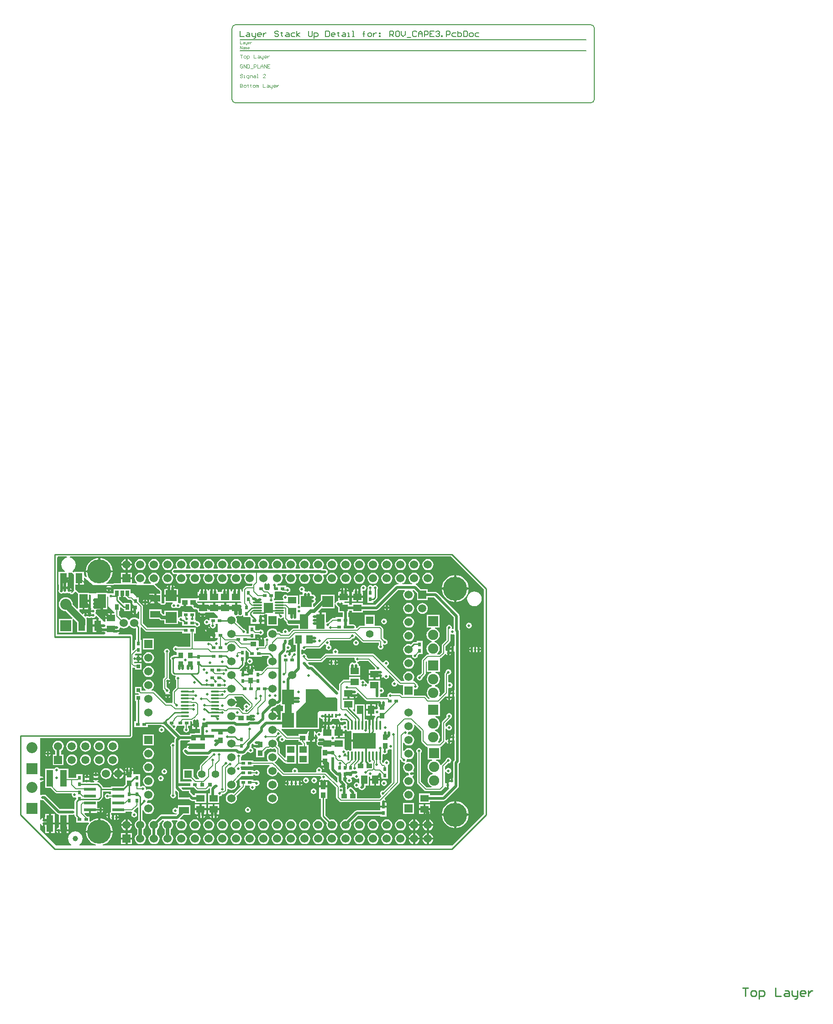
<source format=gtl>
%FSAX24Y24*%
%MOIN*%
G70*
G01*
G75*
G04 Layer_Physical_Order=1*
G04 Layer_Color=255*
%ADD10C,0.0060*%
%ADD11C,0.0394*%
%ADD12R,0.0374X0.0394*%
%ADD13R,0.0394X0.0374*%
%ADD14R,0.0630X0.0500*%
%ADD15R,0.0500X0.0630*%
%ADD16R,0.0787X0.0787*%
%ADD17R,0.0850X0.1080*%
%ADD18R,0.0512X0.0728*%
%ADD19R,0.0276X0.0276*%
%ADD20R,0.0276X0.0276*%
%ADD21R,0.0236X0.0315*%
%ADD22R,0.0315X0.0236*%
%ADD23R,0.0728X0.0512*%
%ADD24R,0.0600X0.1000*%
%ADD25R,0.0591X0.1102*%
%ADD26R,0.0550X0.0450*%
%ADD27O,0.0669X0.0118*%
%ADD28R,0.0681X0.0748*%
%ADD29R,0.1654X0.1181*%
%ADD30O,0.0138X0.0669*%
%ADD31R,0.0500X0.1200*%
%ADD32R,0.0787X0.0787*%
%ADD33R,0.0220X0.0200*%
%ADD34R,0.0866X0.0236*%
%ADD35R,0.0866X0.0236*%
%ADD36R,0.0272X0.0390*%
%ADD37R,0.0965X0.0748*%
%ADD38R,0.0160X0.0250*%
%ADD39R,0.0197X0.0161*%
%ADD40R,0.0630X0.0118*%
%ADD41O,0.0630X0.0118*%
%ADD42C,0.0200*%
%ADD43C,0.0070*%
%ADD44C,0.0080*%
%ADD45C,0.0120*%
%ADD46C,0.0250*%
%ADD47C,0.0100*%
%ADD48C,0.0500*%
%ADD49C,0.0030*%
%ADD50C,0.0040*%
%ADD51C,0.0600*%
%ADD52C,0.1750*%
%ADD53R,0.0600X0.0600*%
%ADD54R,0.0600X0.0600*%
%ADD55C,0.0750*%
%ADD56R,0.0750X0.0750*%
%ADD57C,0.0800*%
%ADD58R,0.0800X0.0800*%
%ADD59C,0.0591*%
%ADD60R,0.0591X0.0591*%
%ADD61R,0.0550X0.0550*%
%ADD62C,0.0550*%
%ADD63R,0.0550X0.0550*%
%ADD64R,0.0591X0.0591*%
%ADD65C,0.0200*%
%ADD66C,0.0160*%
G36*
X040800Y036700D02*
X040800D01*
Y035900D01*
X041600D01*
Y036419D01*
X041602Y036420D01*
X041662Y036452D01*
X041722Y036412D01*
X041800Y036396D01*
X041878Y036412D01*
X041944Y036456D01*
X041971Y036496D01*
X042038Y036476D01*
Y036415D01*
X042038Y036415D01*
X042049Y036361D01*
X042080Y036314D01*
X042225Y036169D01*
X042221Y036146D01*
X042238Y036059D01*
X042288Y035984D01*
X042362Y035934D01*
X042450Y035917D01*
X043094D01*
Y035691D01*
X042750D01*
X042750Y035691D01*
X042697Y035681D01*
X042653Y035651D01*
X042653Y035651D01*
X042415Y035413D01*
X042353Y035446D01*
X042354Y035450D01*
X042338Y035528D01*
X042294Y035594D01*
X042228Y035638D01*
X042150Y035654D01*
X042072Y035638D01*
X042006Y035594D01*
X041962Y035528D01*
X041946Y035450D01*
X041958Y035392D01*
X041921Y035347D01*
X041851Y035344D01*
X041797Y035397D01*
X041753Y035427D01*
X041700Y035438D01*
X041576D01*
X041549Y035502D01*
X041485Y035585D01*
X041402Y035649D01*
X041304Y035690D01*
X041200Y035703D01*
X041096Y035690D01*
X040998Y035649D01*
X040915Y035585D01*
X040851Y035502D01*
X040810Y035404D01*
X040797Y035300D01*
X040810Y035196D01*
X040847Y035108D01*
X040802Y035053D01*
X040800Y035054D01*
X040722Y035038D01*
X040656Y034994D01*
X040644D01*
X040578Y035038D01*
X040575Y035039D01*
Y034850D01*
X040425D01*
Y035039D01*
X040422Y035038D01*
X040375Y035007D01*
X040328Y035038D01*
X040325Y035039D01*
Y034850D01*
X040175D01*
Y035039D01*
X040172Y035038D01*
X040106Y034994D01*
X040062Y034928D01*
X040046Y034850D01*
X040035Y034837D01*
X039918D01*
Y034906D01*
X039918D01*
Y035242D01*
X039936Y035257D01*
X039936Y035257D01*
X040205D01*
X040206Y035256D01*
X040272Y035212D01*
X040350Y035196D01*
X040428Y035212D01*
X040494Y035256D01*
X040538Y035322D01*
X040554Y035400D01*
X040538Y035478D01*
X040494Y035544D01*
X040428Y035588D01*
X040350Y035604D01*
X040272Y035588D01*
X040206Y035544D01*
X040205Y035543D01*
X039995D01*
X039918Y035620D01*
Y035894D01*
X039482D01*
Y035379D01*
Y035307D01*
X039319D01*
X039286Y035368D01*
X039288Y035372D01*
X039304Y035450D01*
X039288Y035528D01*
X039244Y035594D01*
X039178Y035638D01*
X039100Y035654D01*
X039098Y035654D01*
X038580Y036172D01*
X038590Y036196D01*
X038603Y036300D01*
X038590Y036404D01*
X038549Y036502D01*
X038544Y036509D01*
X038569Y036574D01*
X038638Y036588D01*
X038700Y036630D01*
X038762Y036588D01*
X038850Y036571D01*
X038938Y036588D01*
X039012Y036638D01*
X039015Y036642D01*
X039082Y036621D01*
Y036506D01*
X039518D01*
X039518Y036506D01*
Y036506D01*
X039559Y036523D01*
X039609Y036474D01*
X039606Y036468D01*
X039606D01*
X039606Y036468D01*
Y036032D01*
X040261D01*
Y036250D01*
X040336D01*
Y036325D01*
X040594D01*
Y036468D01*
X040586D01*
X040550Y036511D01*
X040350D01*
Y036661D01*
X040539D01*
X040538Y036664D01*
X040631Y036726D01*
X040800D01*
Y036700D01*
D02*
G37*
G36*
X045812Y037422D02*
X045856Y037356D01*
X045985Y037227D01*
Y036850D01*
X046332D01*
Y036518D01*
X045806D01*
Y036443D01*
X045600D01*
X045600Y036443D01*
X045545Y036432D01*
X045499Y036401D01*
X045239Y036141D01*
X045237Y036141D01*
X045160Y036126D01*
X045106Y036170D01*
Y036851D01*
X044785D01*
Y036200D01*
X044635D01*
Y036851D01*
X044567D01*
X044540Y036916D01*
X044781Y037156D01*
X045731D01*
Y037470D01*
X045801Y037476D01*
X045812Y037422D01*
D02*
G37*
G36*
X027950Y038100D02*
Y037150D01*
X027953D01*
X027968Y037102D01*
X027956Y037094D01*
X027912Y037028D01*
X027911Y037025D01*
X028100D01*
Y036875D01*
X027911D01*
X027912Y036872D01*
X027956Y036806D01*
Y036794D01*
X027912Y036728D01*
X027911Y036725D01*
X028100D01*
Y036575D01*
X027897D01*
X027877Y036550D01*
X027773D01*
X027753Y036575D01*
X027550D01*
Y036650D01*
X027475D01*
Y036839D01*
X027472Y036838D01*
X027406Y036794D01*
X027368Y036737D01*
X027318Y036732D01*
X027100Y036950D01*
Y037100D01*
X027325D01*
Y037700D01*
X027400D01*
Y037775D01*
X027800D01*
Y038148D01*
X027902D01*
X027950Y038100D01*
D02*
G37*
G36*
X042750Y035014D02*
Y034485D01*
X042896D01*
Y034040D01*
X042842Y033996D01*
X042800Y034004D01*
X042722Y033988D01*
X042656Y033944D01*
X042594D01*
X042528Y033988D01*
X042525Y033989D01*
Y033800D01*
X042375D01*
Y033989D01*
X042372Y033988D01*
X042306Y033944D01*
X042276Y033900D01*
X042207Y033907D01*
X042186Y033956D01*
X042213Y033997D01*
X042229Y034075D01*
X042272Y034112D01*
Y034112D01*
D01*
X042350Y034096D01*
X042428Y034112D01*
X042494Y034156D01*
X042538Y034222D01*
X042554Y034300D01*
X042538Y034378D01*
X042494Y034444D01*
X042428Y034488D01*
X042361Y034502D01*
X042340Y034553D01*
X042337Y034570D01*
X042338Y034572D01*
X042354Y034650D01*
X042354Y034650D01*
X042354Y034650D01*
Y034650D01*
Y034800D01*
X042352Y034808D01*
X042397Y034862D01*
X042450D01*
X042503Y034873D01*
X042547Y034903D01*
X042685Y035041D01*
X042750Y035014D01*
D02*
G37*
G36*
X056647Y038537D02*
Y022163D01*
X054322Y019838D01*
X028811D01*
X028801Y019907D01*
X028925Y019945D01*
X029094Y020035D01*
X029243Y020157D01*
X029365Y020306D01*
X029455Y020475D01*
X029511Y020659D01*
X029522Y020775D01*
X027578D01*
X027589Y020659D01*
X027645Y020475D01*
X027735Y020306D01*
X027857Y020157D01*
X028006Y020035D01*
X028175Y019945D01*
X028299Y019907D01*
X028289Y019838D01*
X027110D01*
X027088Y019904D01*
X027177Y019973D01*
X027262Y020083D01*
X027315Y020212D01*
X027333Y020350D01*
X027315Y020488D01*
X027262Y020617D01*
X027177Y020727D01*
X027067Y020812D01*
X026938Y020865D01*
X026800Y020883D01*
X026662Y020865D01*
X026533Y020812D01*
X026423Y020727D01*
X026338Y020617D01*
X026285Y020488D01*
X026267Y020350D01*
X026285Y020212D01*
X026338Y020083D01*
X026423Y019973D01*
X026512Y019904D01*
X026490Y019838D01*
X025385D01*
X024233Y020988D01*
Y021038D01*
Y021411D01*
X024303Y021417D01*
X024312Y021372D01*
X024356Y021306D01*
X024422Y021262D01*
X024425Y021261D01*
Y021450D01*
X024575D01*
Y021231D01*
X024600Y021211D01*
Y020750D01*
X024875D01*
Y021450D01*
Y022150D01*
X024600D01*
Y021939D01*
X024575Y021919D01*
Y021700D01*
X024425D01*
Y021889D01*
X024422Y021888D01*
X024356Y021844D01*
X024312Y021778D01*
X024303Y021733D01*
X024233Y021739D01*
Y023147D01*
X024295Y023180D01*
X024322Y023162D01*
X024400Y023146D01*
X024466D01*
X025406Y022206D01*
X025406Y022206D01*
X025456Y022156D01*
X025522Y022112D01*
X025600Y022096D01*
Y021525D01*
X026300D01*
Y022096D01*
X026650D01*
X026693Y022105D01*
X026747Y022060D01*
Y022050D01*
X026759Y021991D01*
X026792Y021942D01*
X026856Y021877D01*
Y021532D01*
X027766D01*
X027796Y021469D01*
X027735Y021394D01*
X027645Y021225D01*
X027589Y021041D01*
X027578Y020925D01*
X028475D01*
Y021822D01*
X028359Y021811D01*
X028175Y021755D01*
X028006Y021665D01*
X027907Y021584D01*
X027844Y021614D01*
Y021968D01*
X027677D01*
X027477Y022167D01*
X027504Y022232D01*
X027801D01*
Y022450D01*
X027951D01*
Y022232D01*
X028409D01*
Y022329D01*
X028476Y022350D01*
X028506Y022306D01*
X028572Y022262D01*
X028575Y022261D01*
Y022450D01*
Y022639D01*
X028572Y022638D01*
X028506Y022594D01*
X028476Y022550D01*
X028409Y022571D01*
Y022668D01*
D01*
Y022668D01*
X028409Y022668D01*
Y022732D01*
X028409D01*
Y023069D01*
X028500D01*
X028559Y023081D01*
X028608Y023114D01*
X028614Y023122D01*
X028618Y023129D01*
X028781Y023292D01*
X028814Y023341D01*
X028826Y023400D01*
Y023797D01*
X029391D01*
X029391Y023732D01*
X029391D01*
X029391Y023668D01*
X029391D01*
Y023588D01*
X029299D01*
X029294Y023594D01*
X029228Y023638D01*
X029150Y023654D01*
X029072Y023638D01*
X029006Y023594D01*
X028962Y023528D01*
X028946Y023450D01*
X028962Y023372D01*
X029006Y023306D01*
X029072Y023262D01*
X029150Y023246D01*
X029228Y023262D01*
X029294Y023306D01*
X029299Y023312D01*
X029391D01*
Y023232D01*
X029391Y023232D01*
X029391Y023168D01*
X029391D01*
Y022732D01*
X029391Y022732D01*
X029391Y022668D01*
X029391D01*
Y022271D01*
X029387Y022269D01*
X029387Y022269D01*
X029329Y022238D01*
X029328Y022238D01*
X029325Y022239D01*
Y022050D01*
Y021861D01*
X029328Y021862D01*
X029356Y021850D01*
X029362Y021822D01*
X029406Y021756D01*
X029472Y021712D01*
X029475Y021711D01*
Y021900D01*
Y022089D01*
X029472Y022088D01*
X029444Y022100D01*
X029438Y022128D01*
X029410Y022170D01*
X029437Y022220D01*
D01*
X029443Y022232D01*
X030457D01*
Y022307D01*
X030914D01*
X030956Y022244D01*
X030912Y022178D01*
X030896Y022100D01*
X030912Y022022D01*
X030956Y021956D01*
X031022Y021912D01*
X031100Y021896D01*
X031178Y021912D01*
X031244Y021956D01*
X031288Y022022D01*
X031304Y022100D01*
X031288Y022178D01*
X031244Y022244D01*
X031178Y022288D01*
X031100Y022304D01*
X031084Y022383D01*
X031332Y022631D01*
X031397Y022604D01*
Y021720D01*
X031348Y021699D01*
X031265Y021635D01*
X031201Y021552D01*
X031160Y021454D01*
X031147Y021350D01*
X031160Y021246D01*
X031201Y021148D01*
X031265Y021065D01*
X031321Y021022D01*
Y020678D01*
X031265Y020635D01*
X031201Y020552D01*
X031160Y020454D01*
X031147Y020350D01*
X031160Y020246D01*
X031201Y020148D01*
X031265Y020065D01*
X031348Y020001D01*
X031446Y019960D01*
X031550Y019947D01*
X031654Y019960D01*
X031752Y020001D01*
X031835Y020065D01*
X031899Y020148D01*
X031940Y020246D01*
X031953Y020350D01*
X031940Y020454D01*
X031899Y020552D01*
X031835Y020635D01*
X031779Y020678D01*
Y021022D01*
X031835Y021065D01*
X031899Y021148D01*
X031940Y021246D01*
X031953Y021350D01*
X031940Y021454D01*
X031899Y021552D01*
X031835Y021635D01*
X031752Y021699D01*
X031703Y021720D01*
Y022405D01*
X031772Y022418D01*
X031801Y022348D01*
X031865Y022265D01*
X031948Y022201D01*
X032046Y022160D01*
X032150Y022147D01*
X032254Y022160D01*
X032352Y022201D01*
X032435Y022265D01*
X032499Y022348D01*
X032540Y022446D01*
X032553Y022550D01*
X032540Y022654D01*
X032499Y022752D01*
X032435Y022835D01*
X032352Y022899D01*
X032254Y022940D01*
X032150Y022953D01*
X032062Y022942D01*
X032025Y023001D01*
X032038Y023022D01*
X032054Y023100D01*
X032054Y023102D01*
X032101Y023153D01*
X032150Y023147D01*
X032254Y023160D01*
X032352Y023201D01*
X032435Y023265D01*
X032499Y023348D01*
X032540Y023446D01*
X032553Y023550D01*
X032540Y023654D01*
X032499Y023752D01*
X032435Y023835D01*
X032352Y023899D01*
X032254Y023940D01*
X032150Y023953D01*
X032046Y023940D01*
X032001Y023921D01*
X031947Y023966D01*
X031954Y024000D01*
X031938Y024078D01*
X031894Y024144D01*
X031828Y024188D01*
X031750Y024204D01*
X031672Y024188D01*
X031606Y024144D01*
X031601Y024138D01*
X031518D01*
Y024529D01*
Y025044D01*
X031082D01*
D01*
X031082D01*
X031037Y025089D01*
Y025270D01*
X031038Y025272D01*
X031039Y025275D01*
X030850D01*
Y025350D01*
X030775D01*
Y025539D01*
X030772Y025538D01*
X030725Y025507D01*
X030678Y025538D01*
X030675Y025539D01*
Y025350D01*
X030600D01*
Y025275D01*
X030411D01*
X030412Y025272D01*
X030456Y025206D01*
X030463Y025201D01*
Y025090D01*
X030750D01*
Y024940D01*
X030463D01*
Y024718D01*
X030463Y024718D01*
X030463Y024682D01*
X030463D01*
Y024314D01*
X030317Y024168D01*
X029391D01*
Y024103D01*
X028824D01*
X028823Y024104D01*
X028814Y024149D01*
X028781Y024199D01*
X028558Y024422D01*
X028509Y024455D01*
X028450Y024467D01*
X028431D01*
X028411Y024534D01*
X028444Y024556D01*
X028488Y024622D01*
X028489Y024625D01*
X028111D01*
X028112Y024622D01*
X028156Y024556D01*
X028189Y024534D01*
X028169Y024467D01*
X027893D01*
X027886Y024475D01*
X027414D01*
X027407Y024467D01*
X027318D01*
Y024529D01*
Y025044D01*
X026882D01*
Y024797D01*
X026300D01*
Y025450D01*
X025624D01*
X025594Y025494D01*
X025528Y025538D01*
X025450Y025554D01*
X025372Y025538D01*
X025306Y025494D01*
X025276Y025450D01*
X024600D01*
Y024050D01*
X025005D01*
X025353Y023703D01*
X025353Y023703D01*
X025397Y023673D01*
X025450Y023662D01*
X026513D01*
X026558Y023608D01*
X026546Y023550D01*
X026562Y023472D01*
X026606Y023406D01*
X026672Y023362D01*
X026750Y023346D01*
X026828Y023362D01*
X026872Y023325D01*
X026875Y023255D01*
X026792Y023172D01*
X026759Y023122D01*
X026747Y023064D01*
Y022540D01*
X026693Y022495D01*
X026650Y022504D01*
X025684D01*
X024694Y023494D01*
X024628Y023538D01*
X024550Y023554D01*
X024400D01*
X024322Y023538D01*
X024295Y023520D01*
X024233Y023553D01*
Y024454D01*
X024287Y024499D01*
X024300Y024496D01*
X024378Y024512D01*
X024444Y024556D01*
X024488Y024622D01*
X024489Y024625D01*
X024300D01*
Y024775D01*
X024489D01*
X024488Y024778D01*
X024444Y024844D01*
X024378Y024888D01*
X024300Y024904D01*
X024287Y024901D01*
X024233Y024946D01*
Y027697D01*
X030800D01*
X030859Y027709D01*
X030908Y027742D01*
X030941Y027791D01*
X030952Y027847D01*
X030955Y027850D01*
Y032804D01*
X031017Y032837D01*
X031045Y032818D01*
X031100Y032807D01*
X031100Y032807D01*
X031162D01*
Y032687D01*
X031638D01*
Y033162D01*
X031162D01*
Y033162D01*
X031162D01*
D01*
D01*
X031142D01*
X031102Y033202D01*
X031093Y033228D01*
X031105Y033238D01*
X031162D01*
Y033238D01*
X031325D01*
Y033476D01*
Y033713D01*
X031162D01*
Y033713D01*
X031157D01*
X031130Y033778D01*
X031222Y033870D01*
X031618D01*
Y034343D01*
Y034857D01*
X031553D01*
Y035754D01*
X031618Y035781D01*
X031899Y035499D01*
X031899Y035499D01*
X031927Y035481D01*
X031945Y035468D01*
X032000Y035457D01*
X034606D01*
Y035332D01*
X035199D01*
Y034338D01*
X034299D01*
X034294Y034344D01*
X034228Y034388D01*
X034150Y034404D01*
X034072Y034388D01*
X034006Y034344D01*
X033962Y034278D01*
X033946Y034200D01*
X033962Y034122D01*
X034006Y034056D01*
X034072Y034012D01*
X034150Y033996D01*
X034159Y033998D01*
X034213Y033953D01*
Y033753D01*
X034050D01*
X033991Y033741D01*
X033942Y033708D01*
X033935Y033701D01*
X033872Y033688D01*
X033806Y033644D01*
X033762Y033578D01*
X033746Y033500D01*
X033762Y033422D01*
X033797Y033369D01*
Y032500D01*
X033797Y032500D01*
X033797D01*
X033809Y032441D01*
X033842Y032392D01*
X033942Y032292D01*
X033942D01*
X033942Y032292D01*
X033942Y032292D01*
Y032292D01*
X033991Y032259D01*
X034050Y032247D01*
X034117D01*
X034150Y032185D01*
X034112Y032128D01*
X034096Y032050D01*
X034112Y031972D01*
X034156Y031906D01*
X034167Y031898D01*
Y031369D01*
X033949Y031151D01*
X033918Y031105D01*
X033907Y031050D01*
X033907Y031050D01*
Y030309D01*
X033853Y030227D01*
X033800Y030238D01*
X033457D01*
X032597Y031097D01*
X032553Y031127D01*
X032500Y031138D01*
X032379D01*
X032356Y031204D01*
X032435Y031265D01*
X032499Y031348D01*
X032540Y031446D01*
X032553Y031550D01*
X032540Y031654D01*
X032499Y031752D01*
X032435Y031835D01*
X032352Y031899D01*
X032254Y031940D01*
X032150Y031953D01*
X032046Y031940D01*
X031948Y031899D01*
X031865Y031835D01*
X031801Y031752D01*
X031760Y031654D01*
X031747Y031550D01*
X031760Y031446D01*
X031801Y031348D01*
X031865Y031265D01*
X031944Y031204D01*
X031921Y031138D01*
X031638D01*
Y031413D01*
X031162D01*
Y030938D01*
X031396D01*
X031435Y030880D01*
X031427Y030862D01*
X031162D01*
Y030387D01*
X031247D01*
Y028918D01*
X031106D01*
Y028482D01*
X032094D01*
Y028647D01*
X033106D01*
Y028582D01*
X033250D01*
X034117Y027715D01*
X034106Y027704D01*
X034062Y027638D01*
X034046Y027560D01*
Y027390D01*
X033992Y027346D01*
X033950Y027354D01*
X033872Y027338D01*
X033806Y027294D01*
X033762Y027228D01*
X033746Y027150D01*
X033762Y027072D01*
X033806Y027006D01*
X033807Y027005D01*
Y023645D01*
X033806Y023644D01*
X033762Y023578D01*
X033746Y023500D01*
X033762Y023422D01*
X033806Y023356D01*
X033872Y023312D01*
X033950Y023296D01*
X034028Y023312D01*
X034094Y023356D01*
X034138Y023422D01*
X034154Y023500D01*
X034138Y023578D01*
X034094Y023644D01*
X034093Y023645D01*
Y023827D01*
X034157Y023854D01*
X034286Y023726D01*
Y023215D01*
X035147D01*
X035206Y023156D01*
X035272Y023112D01*
X035350Y023096D01*
X035535D01*
Y022950D01*
X036365D01*
Y023650D01*
X035535D01*
Y023504D01*
X035434D01*
X035223Y023715D01*
X035214Y023721D01*
Y023927D01*
X034662D01*
X034557Y024031D01*
X034584Y024096D01*
X034806D01*
Y024082D01*
X035473D01*
X035653Y023903D01*
X035653Y023903D01*
X035697Y023873D01*
X035697Y023873D01*
X035697Y023873D01*
D01*
X035697Y023873D01*
X035697Y023873D01*
X035750Y023862D01*
X035750Y023862D01*
X036350D01*
X036403Y023873D01*
X036447Y023903D01*
X036586Y024041D01*
X036648Y024008D01*
X036646Y024000D01*
Y023650D01*
X036485D01*
Y022950D01*
X037315D01*
Y023417D01*
X037350Y023446D01*
X037428Y023462D01*
X037494Y023506D01*
X037538Y023572D01*
X037543Y023597D01*
X037637D01*
X037637Y023597D01*
X037692Y023608D01*
X037738Y023639D01*
X037861Y023762D01*
X037861Y023762D01*
X037892Y023808D01*
X037892Y023808D01*
X037892Y023808D01*
X037903Y023863D01*
X037903Y023863D01*
Y023945D01*
X037966Y023976D01*
X037998Y023951D01*
X038096Y023910D01*
X038200Y023897D01*
X038304Y023910D01*
X038402Y023951D01*
X038485Y024015D01*
X038549Y024098D01*
X038590Y024196D01*
X038603Y024300D01*
X038590Y024404D01*
X038549Y024502D01*
X038526Y024532D01*
X038927Y024932D01*
X039794D01*
Y025007D01*
X039905D01*
X039906Y025006D01*
X039972Y024962D01*
X040050Y024946D01*
X040128Y024962D01*
X040194Y025006D01*
X040238Y025072D01*
X040254Y025150D01*
X040238Y025228D01*
X040194Y025294D01*
X040128Y025338D01*
X040050Y025354D01*
X039972Y025338D01*
X039906Y025294D01*
X039905Y025293D01*
X039794D01*
Y025368D01*
X038943D01*
X038898Y025422D01*
X038904Y025450D01*
X038888Y025528D01*
X038860Y025570D01*
X038893Y025632D01*
X039794D01*
Y025707D01*
X040965D01*
X040987Y025641D01*
X040915Y025585D01*
X040851Y025502D01*
X040810Y025404D01*
X040797Y025300D01*
X040810Y025196D01*
X040851Y025098D01*
X040915Y025015D01*
X040998Y024951D01*
X041096Y024910D01*
X041200Y024897D01*
X041304Y024910D01*
X041402Y024951D01*
X041485Y025015D01*
X041549Y025098D01*
X041584Y025182D01*
X041653Y025195D01*
X041889Y024959D01*
X041889Y024959D01*
X041917Y024941D01*
X041935Y024928D01*
X041990Y024917D01*
X041990Y024917D01*
X044704D01*
X044749Y024863D01*
X044746Y024850D01*
X044762Y024772D01*
X044750Y024744D01*
X044722Y024738D01*
X044656Y024694D01*
X044612Y024628D01*
X044611Y024625D01*
X044800D01*
Y024475D01*
X044611D01*
X044612Y024472D01*
X044615Y024466D01*
X044613Y024462D01*
X044613D01*
X044613Y024462D01*
Y024240D01*
X045187D01*
Y024462D01*
X045187Y024462D01*
X045187D01*
X045185Y024466D01*
X045188Y024472D01*
X045189Y024475D01*
X045000D01*
Y024625D01*
X045224D01*
X045254Y024641D01*
X045847Y024048D01*
Y023356D01*
X045847Y023356D01*
X045858Y023301D01*
X045889Y023255D01*
X046092Y023052D01*
X046092Y023052D01*
X046119Y023034D01*
X046138Y023021D01*
X046193Y023010D01*
X049053D01*
X049053Y023010D01*
X049054Y023010D01*
X049078Y022995D01*
X049082Y022944D01*
X049082Y022944D01*
D01*
Y022761D01*
X049518D01*
Y022944D01*
X049518D01*
X049488Y022972D01*
X049488Y022972D01*
X049489Y022975D01*
X049300D01*
Y023125D01*
X049489D01*
X049488Y023128D01*
X049444Y023194D01*
X049401Y023223D01*
X049394Y023293D01*
X050451Y024349D01*
X050451Y024349D01*
X050469Y024377D01*
X050482Y024395D01*
X050493Y024450D01*
Y026114D01*
X050506Y026119D01*
X050504Y026118D01*
X050592Y026101D01*
X050596Y026098D01*
X050612Y026022D01*
X050656Y025956D01*
X050722Y025912D01*
X050800Y025896D01*
X050843Y025905D01*
X050872Y025841D01*
X050865Y025835D01*
X050801Y025752D01*
X050760Y025654D01*
X050747Y025550D01*
X050760Y025446D01*
X050801Y025348D01*
X050865Y025265D01*
X050948Y025201D01*
X051046Y025160D01*
X051150Y025147D01*
X051150Y025147D01*
X051146Y025100D01*
X051146Y025100D01*
X051146D01*
X051162Y025022D01*
X051166Y025015D01*
X051137Y024952D01*
X051046Y024940D01*
X050948Y024899D01*
X050865Y024835D01*
X050801Y024752D01*
X050760Y024654D01*
X050747Y024550D01*
X050760Y024446D01*
X050801Y024348D01*
X050865Y024265D01*
X050948Y024201D01*
X051046Y024160D01*
X051150Y024147D01*
X051254Y024160D01*
X051352Y024201D01*
X051435Y024265D01*
X051499Y024348D01*
X051540Y024446D01*
X051553Y024550D01*
X051540Y024654D01*
X051499Y024752D01*
X051435Y024835D01*
X051426Y024842D01*
X051429Y024912D01*
X051494Y024956D01*
X051538Y025022D01*
X051539Y025025D01*
X051350D01*
Y025175D01*
X051539D01*
X051538Y025178D01*
X051494Y025244D01*
X051487Y025249D01*
X051476Y025318D01*
X051499Y025348D01*
X051540Y025446D01*
X051553Y025550D01*
X051540Y025654D01*
X051499Y025752D01*
X051435Y025835D01*
X051352Y025899D01*
X051254Y025940D01*
X051150Y025953D01*
X051046Y025940D01*
X051002Y025922D01*
X050957Y025976D01*
X050988Y026022D01*
X051004Y026100D01*
X051002Y026109D01*
X051050Y026160D01*
X051150Y026147D01*
X051254Y026160D01*
X051352Y026201D01*
X051435Y026265D01*
X051499Y026348D01*
X051540Y026446D01*
X051553Y026550D01*
X051540Y026654D01*
X051499Y026752D01*
X051435Y026835D01*
X051352Y026899D01*
X051254Y026940D01*
X051150Y026953D01*
X051046Y026940D01*
X050948Y026899D01*
X050865Y026835D01*
X050809Y026763D01*
X050743Y026785D01*
Y027315D01*
X050809Y027337D01*
X050865Y027265D01*
X050948Y027201D01*
X051046Y027160D01*
X051150Y027147D01*
X051254Y027160D01*
X051352Y027201D01*
X051435Y027265D01*
X051499Y027348D01*
X051540Y027446D01*
X051553Y027550D01*
X051540Y027654D01*
X051499Y027752D01*
X051435Y027835D01*
X051352Y027899D01*
X051254Y027940D01*
X051150Y027953D01*
X051116Y027949D01*
X051079Y028008D01*
X051088Y028022D01*
X051104Y028100D01*
X051148Y028147D01*
X051150Y028147D01*
X051254Y028160D01*
X051352Y028201D01*
X051435Y028265D01*
X051499Y028348D01*
X051540Y028446D01*
X051553Y028550D01*
X051546Y028609D01*
X051609Y028640D01*
X052057Y028191D01*
Y027500D01*
X052057Y027500D01*
X052068Y027445D01*
X052099Y027399D01*
X052399Y027099D01*
X052399Y027099D01*
X052445Y027068D01*
X052445Y027068D01*
X052445Y027068D01*
D01*
X052445Y027068D01*
X052445Y027068D01*
X052500Y027057D01*
X052525Y026932D01*
Y026125D01*
X052847D01*
X052860Y026056D01*
X052760Y026015D01*
X052661Y025939D01*
X052585Y025840D01*
X052537Y025724D01*
X052521Y025600D01*
X052537Y025476D01*
X052585Y025360D01*
X052661Y025261D01*
X052760Y025185D01*
X052876Y025137D01*
X052893Y025135D01*
Y025065D01*
X052876Y025063D01*
X052760Y025015D01*
X052661Y024939D01*
X052585Y024840D01*
X052537Y024724D01*
X052521Y024600D01*
X052537Y024476D01*
X052585Y024360D01*
X052661Y024261D01*
X052760Y024185D01*
X052818Y024161D01*
X052804Y024093D01*
X052459D01*
X052043Y024509D01*
Y026605D01*
X052044Y026606D01*
X052088Y026672D01*
X052104Y026750D01*
X052088Y026828D01*
X052044Y026894D01*
X051978Y026938D01*
X051900Y026954D01*
X051822Y026938D01*
X051756Y026894D01*
X051712Y026828D01*
X051696Y026750D01*
X051712Y026672D01*
X051756Y026606D01*
X051757Y026605D01*
Y024450D01*
X051757Y024450D01*
X051768Y024395D01*
X051799Y024349D01*
X052299Y023849D01*
X052299Y023849D01*
X052345Y023818D01*
X052345Y023818D01*
X052345Y023818D01*
D01*
X052345Y023818D01*
X052345Y023818D01*
X052400Y023807D01*
X052400Y023807D01*
X053450D01*
X053450Y023807D01*
X053505Y023818D01*
X053551Y023849D01*
X053751Y024049D01*
X053751Y024049D01*
X053782Y024095D01*
X053783Y024099D01*
X053851Y024113D01*
X053856Y024106D01*
X053922Y024062D01*
X053925Y024061D01*
Y024250D01*
Y024439D01*
X053922Y024438D01*
X053856Y024394D01*
X053793Y024436D01*
Y025208D01*
X053862Y025222D01*
X053906Y025156D01*
X053972Y025112D01*
X054050Y025096D01*
X054128Y025112D01*
X054194Y025156D01*
X054238Y025222D01*
X054254Y025300D01*
X054238Y025378D01*
X054194Y025444D01*
X054128Y025488D01*
X054050Y025504D01*
X053972Y025488D01*
X053906Y025444D01*
X053862Y025378D01*
X053793Y025392D01*
Y025591D01*
X054048Y025846D01*
X054050Y025846D01*
X054128Y025862D01*
X054194Y025906D01*
X054238Y025972D01*
X054254Y026050D01*
X054238Y026128D01*
X054194Y026194D01*
X054128Y026238D01*
X054050Y026254D01*
X053972Y026238D01*
X053906Y026194D01*
X053862Y026128D01*
X053846Y026050D01*
X053846Y026048D01*
X053549Y025751D01*
X053538Y025734D01*
X053486Y025727D01*
X053460Y025729D01*
X053415Y025840D01*
X053339Y025939D01*
X053240Y026015D01*
X053140Y026056D01*
X053153Y026125D01*
X053475D01*
Y027062D01*
X053505Y027068D01*
X053551Y027099D01*
X053801Y027349D01*
X053801Y027349D01*
X053819Y027377D01*
X053832Y027395D01*
X053834Y027408D01*
X053904D01*
X053912Y027372D01*
X053956Y027306D01*
X054022Y027262D01*
X054025Y027261D01*
Y027450D01*
Y027639D01*
X054022Y027638D01*
X053956Y027594D01*
X053912Y027528D01*
X053843Y027542D01*
Y028358D01*
X053912Y028372D01*
X053956Y028306D01*
X054022Y028262D01*
X054100Y028246D01*
X054178Y028262D01*
X054244Y028306D01*
X054288Y028372D01*
X054304Y028450D01*
X054288Y028528D01*
X054244Y028594D01*
X054178Y028638D01*
X054100Y028654D01*
X054022Y028638D01*
X053956Y028594D01*
X053912Y028528D01*
X053843Y028542D01*
Y028741D01*
X054201Y029099D01*
X054201Y029099D01*
X054219Y029127D01*
X054232Y029145D01*
X054232Y029148D01*
X054244Y029156D01*
X054288Y029222D01*
X054304Y029300D01*
X054288Y029378D01*
X054244Y029444D01*
X054178Y029488D01*
X054100Y029504D01*
X054022Y029488D01*
X053956Y029444D01*
X053912Y029378D01*
X053896Y029300D01*
X053912Y029222D01*
X053915Y029217D01*
X053599Y028901D01*
X053568Y028855D01*
X053557Y028800D01*
X053557Y028800D01*
Y027509D01*
X053391Y027343D01*
X053308D01*
X053286Y027409D01*
X053289Y027411D01*
X053365Y027510D01*
X053413Y027626D01*
X053429Y027750D01*
X053413Y027874D01*
X053365Y027990D01*
X053289Y028089D01*
X053190Y028165D01*
X053074Y028213D01*
X053057Y028215D01*
Y028285D01*
X053074Y028287D01*
X053190Y028335D01*
X053289Y028411D01*
X053365Y028510D01*
X053413Y028626D01*
X053429Y028750D01*
X053413Y028874D01*
X053365Y028990D01*
X053289Y029089D01*
X053190Y029165D01*
X053090Y029206D01*
X053103Y029275D01*
X053425D01*
Y030225D01*
X053411D01*
X053390Y030292D01*
X053401Y030299D01*
X053847Y030745D01*
X053884Y030725D01*
X054025D01*
Y030875D01*
X054006Y030894D01*
X054002Y030900D01*
X054019Y030927D01*
X054032Y030945D01*
X054043Y031000D01*
X054043Y031000D01*
Y031312D01*
X054097Y031357D01*
X054150Y031346D01*
X054228Y031362D01*
X054294Y031406D01*
X054338Y031472D01*
X054354Y031550D01*
X054338Y031628D01*
X054294Y031694D01*
X054228Y031738D01*
X054150Y031754D01*
X054097Y031743D01*
X054043Y031788D01*
Y032260D01*
X054050Y032296D01*
X054128Y032312D01*
X054194Y032356D01*
X054238Y032422D01*
X054254Y032500D01*
X054238Y032578D01*
X054194Y032644D01*
X054128Y032688D01*
X054050Y032704D01*
X053972Y032688D01*
X053906Y032644D01*
X053862Y032578D01*
X053846Y032500D01*
X053846Y032498D01*
X053799Y032451D01*
X053768Y032405D01*
X053757Y032350D01*
X053757Y032350D01*
Y031059D01*
X053426Y030727D01*
X053367Y030766D01*
X053413Y030876D01*
X053429Y031000D01*
X053413Y031124D01*
X053365Y031240D01*
X053289Y031339D01*
X053190Y031415D01*
X053074Y031463D01*
X053057Y031465D01*
Y031535D01*
X053074Y031537D01*
X053190Y031585D01*
X053289Y031661D01*
X053365Y031760D01*
X053413Y031876D01*
X053429Y032000D01*
X053413Y032124D01*
X053365Y032240D01*
X053289Y032339D01*
X053190Y032415D01*
X053090Y032456D01*
X053103Y032525D01*
X053425D01*
Y033475D01*
X053425D01*
Y033482D01*
X053450Y033507D01*
X053450D01*
X053450D01*
X053505Y033518D01*
X053551Y033549D01*
X053801Y033799D01*
X053801Y033799D01*
X053804Y033804D01*
X053874Y033804D01*
X053906Y033756D01*
X053972Y033712D01*
X053975Y033711D01*
Y033900D01*
Y034089D01*
X053972Y034088D01*
X053906Y034044D01*
X053843Y034086D01*
Y034391D01*
X054151Y034699D01*
X054151Y034699D01*
X054182Y034745D01*
X054182Y034745D01*
X054182Y034745D01*
X054193Y034800D01*
X054193Y034800D01*
Y035240D01*
X054254Y035273D01*
X054272Y035262D01*
X054350Y035246D01*
X054428Y035262D01*
X054434Y035266D01*
X054496Y035233D01*
Y034417D01*
X054434Y034384D01*
X054428Y034388D01*
X054425Y034389D01*
Y034200D01*
Y034011D01*
X054428Y034012D01*
X054434Y034016D01*
X054496Y033983D01*
Y032300D01*
X054496Y032300D01*
X054496D01*
Y031190D01*
X054475Y031173D01*
Y030950D01*
Y030727D01*
X054496Y030710D01*
Y029100D01*
X054496Y029100D01*
X054496D01*
Y027990D01*
X054475Y027973D01*
Y027750D01*
Y027527D01*
X054496Y027510D01*
Y026084D01*
X054456Y026044D01*
X054412Y025978D01*
X054396Y025900D01*
Y024790D01*
X054375Y024773D01*
Y024550D01*
X054300D01*
Y024475D01*
X054091D01*
X054075Y024459D01*
Y024250D01*
Y024061D01*
X054078Y024062D01*
X054116Y024005D01*
X053616Y023504D01*
X052715D01*
Y023650D01*
X051885D01*
Y022950D01*
X052715D01*
Y023096D01*
X053700D01*
X053778Y023112D01*
X053844Y023156D01*
X054744Y024056D01*
X054788Y024122D01*
X054804Y024200D01*
X054804Y024200D01*
Y025816D01*
X054844Y025856D01*
X054888Y025922D01*
X054904Y026000D01*
Y029100D01*
X054904Y029100D01*
X054904Y029100D01*
Y029100D01*
Y032300D01*
X054904Y032300D01*
X054904Y032300D01*
Y032300D01*
Y035500D01*
X054904Y035500D01*
X054888Y035578D01*
X054854Y035630D01*
Y036600D01*
X054838Y036678D01*
X054794Y036744D01*
X053244Y038294D01*
X053178Y038338D01*
X053100Y038354D01*
X052545D01*
Y038545D01*
X052043D01*
X051744Y038844D01*
X051678Y038888D01*
X051664Y038891D01*
X051662Y038904D01*
X051656Y038961D01*
X051752Y039001D01*
X051835Y039065D01*
X051899Y039148D01*
X051940Y039246D01*
X051953Y039350D01*
X051940Y039454D01*
X051899Y039552D01*
X051835Y039635D01*
X051752Y039699D01*
X051654Y039740D01*
X051550Y039753D01*
X051446Y039740D01*
X051348Y039699D01*
X051265Y039635D01*
X051201Y039552D01*
X051160Y039454D01*
X051147Y039350D01*
X051160Y039246D01*
X051201Y039148D01*
X051265Y039065D01*
X051348Y039001D01*
X051416Y038973D01*
X051402Y038904D01*
X050698D01*
X050684Y038973D01*
X050752Y039001D01*
X050835Y039065D01*
X050899Y039148D01*
X050940Y039246D01*
X050953Y039350D01*
X050940Y039454D01*
X050899Y039552D01*
X050835Y039635D01*
X050752Y039699D01*
X050654Y039740D01*
X050550Y039753D01*
X050446Y039740D01*
X050348Y039699D01*
X050265Y039635D01*
X050201Y039552D01*
X050160Y039454D01*
X050147Y039350D01*
X050160Y039246D01*
X050201Y039148D01*
X050265Y039065D01*
X050348Y039001D01*
X050416Y038973D01*
X050402Y038904D01*
X050300D01*
X050222Y038888D01*
X050156Y038844D01*
X048716Y037404D01*
X047815D01*
Y037550D01*
X046985D01*
Y037404D01*
X046815D01*
Y037550D01*
X046479D01*
X046443Y037610D01*
X046465Y037650D01*
X046815D01*
Y037925D01*
X045985D01*
Y037701D01*
X045922Y037688D01*
X045856Y037644D01*
X045812Y037578D01*
X045801Y037524D01*
X045731Y037530D01*
Y038144D01*
X044744D01*
Y037768D01*
X044221Y037245D01*
X044156Y037272D01*
Y037497D01*
X044228Y037512D01*
X044294Y037556D01*
X044338Y037622D01*
X044354Y037700D01*
X044338Y037778D01*
X044307Y037825D01*
X044338Y037872D01*
X044354Y037950D01*
X044338Y038028D01*
X044294Y038094D01*
X044228Y038138D01*
X044150Y038154D01*
X044054D01*
Y038200D01*
X044038Y038278D01*
X043994Y038344D01*
X043928Y038388D01*
X043850Y038404D01*
X043772Y038388D01*
X043725Y038357D01*
X043678Y038388D01*
X043600Y038404D01*
X043566Y038397D01*
X043527Y038455D01*
X043538Y038472D01*
X043554Y038550D01*
X043538Y038628D01*
X043494Y038694D01*
X043428Y038738D01*
X043350Y038754D01*
X043272Y038738D01*
X043206Y038694D01*
X043162Y038628D01*
X043146Y038550D01*
X043162Y038472D01*
X043206Y038406D01*
X043272Y038362D01*
X043350Y038346D01*
X043384Y038353D01*
X043423Y038295D01*
X043412Y038278D01*
X043396Y038200D01*
Y038144D01*
X043169D01*
Y037489D01*
X043106Y037459D01*
X043065Y037492D01*
Y038100D01*
X042285D01*
X042228Y038138D01*
X042150Y038154D01*
X042072Y038138D01*
X042006Y038094D01*
X041962Y038028D01*
X041946Y037950D01*
X041962Y037872D01*
X041998Y037818D01*
X041965Y037756D01*
X041431D01*
X041369Y037744D01*
X041315Y037761D01*
Y037761D01*
Y037761D01*
X041301Y037828D01*
X041346Y037882D01*
X041357D01*
Y038318D01*
X041357D01*
Y038332D01*
X041407Y038382D01*
X041861D01*
X041863Y038381D01*
X041882Y038368D01*
X041936Y038357D01*
X042155D01*
X042156Y038356D01*
X042222Y038312D01*
X042300Y038296D01*
X042378Y038312D01*
X042444Y038356D01*
X042488Y038422D01*
X042504Y038500D01*
X042488Y038578D01*
X042444Y038644D01*
X042378Y038688D01*
X042300Y038704D01*
X042248Y038694D01*
X042194Y038738D01*
Y038818D01*
X041580D01*
X041554Y038850D01*
X041545Y038894D01*
X041586Y038951D01*
X041654Y038960D01*
X041752Y039001D01*
X041835Y039065D01*
X041899Y039148D01*
X041940Y039246D01*
X041953Y039350D01*
X041940Y039454D01*
X041899Y039552D01*
X041875Y039583D01*
X041906Y039646D01*
X042194D01*
X042225Y039583D01*
X042201Y039552D01*
X042160Y039454D01*
X042147Y039350D01*
X042160Y039246D01*
X042201Y039148D01*
X042265Y039065D01*
X042348Y039001D01*
X042446Y038960D01*
X042550Y038947D01*
X042654Y038960D01*
X042752Y039001D01*
X042835Y039065D01*
X042899Y039148D01*
X042940Y039246D01*
X042953Y039350D01*
X042940Y039454D01*
X042899Y039552D01*
X042875Y039583D01*
X042906Y039646D01*
X043194D01*
X043225Y039583D01*
X043201Y039552D01*
X043160Y039454D01*
X043147Y039350D01*
X043160Y039246D01*
X043201Y039148D01*
X043265Y039065D01*
X043348Y039001D01*
X043446Y038960D01*
X043550Y038947D01*
X043654Y038960D01*
X043752Y039001D01*
X043835Y039065D01*
X043899Y039148D01*
X043940Y039246D01*
X043953Y039350D01*
X043940Y039454D01*
X043899Y039552D01*
X043875Y039583D01*
X043906Y039646D01*
X044194D01*
X044225Y039583D01*
X044201Y039552D01*
X044160Y039454D01*
X044147Y039350D01*
X044160Y039246D01*
X044201Y039148D01*
X044265Y039065D01*
X044348Y039001D01*
X044446Y038960D01*
X044550Y038947D01*
X044654Y038960D01*
X044752Y039001D01*
X044835Y039065D01*
X044899Y039148D01*
X044940Y039246D01*
X044953Y039350D01*
X044940Y039454D01*
X044899Y039552D01*
X044898Y039553D01*
X044929Y039616D01*
X045030D01*
X045108Y039632D01*
X045174Y039676D01*
X045218Y039742D01*
X045234Y039820D01*
Y039830D01*
X045218Y039908D01*
X045174Y039974D01*
X045108Y040018D01*
X045030Y040034D01*
X044980Y040024D01*
X044883D01*
X044852Y040087D01*
X044899Y040148D01*
X044940Y040246D01*
X044953Y040350D01*
X044940Y040454D01*
X044899Y040552D01*
X044835Y040635D01*
X044752Y040699D01*
X044654Y040740D01*
X044550Y040753D01*
X044446Y040740D01*
X044348Y040699D01*
X044265Y040635D01*
X044201Y040552D01*
X044160Y040454D01*
X044147Y040350D01*
X044160Y040246D01*
X044201Y040148D01*
X044225Y040117D01*
X044194Y040054D01*
X043906D01*
X043875Y040117D01*
X043899Y040148D01*
X043940Y040246D01*
X043953Y040350D01*
X043940Y040454D01*
X043899Y040552D01*
X043835Y040635D01*
X043752Y040699D01*
X043654Y040740D01*
X043550Y040753D01*
X043446Y040740D01*
X043348Y040699D01*
X043265Y040635D01*
X043201Y040552D01*
X043160Y040454D01*
X043147Y040350D01*
X043160Y040246D01*
X043201Y040148D01*
X043225Y040117D01*
X043194Y040054D01*
X042906D01*
X042875Y040117D01*
X042899Y040148D01*
X042940Y040246D01*
X042953Y040350D01*
X042940Y040454D01*
X042899Y040552D01*
X042835Y040635D01*
X042752Y040699D01*
X042654Y040740D01*
X042550Y040753D01*
X042446Y040740D01*
X042348Y040699D01*
X042265Y040635D01*
X042201Y040552D01*
X042160Y040454D01*
X042147Y040350D01*
X042160Y040246D01*
X042201Y040148D01*
X042225Y040117D01*
X042194Y040054D01*
X041906D01*
X041875Y040117D01*
X041899Y040148D01*
X041940Y040246D01*
X041953Y040350D01*
X041940Y040454D01*
X041899Y040552D01*
X041835Y040635D01*
X041752Y040699D01*
X041654Y040740D01*
X041550Y040753D01*
X041446Y040740D01*
X041348Y040699D01*
X041265Y040635D01*
X041201Y040552D01*
X041160Y040454D01*
X041147Y040350D01*
X041160Y040246D01*
X041201Y040148D01*
X041225Y040117D01*
X041194Y040054D01*
X040906D01*
X040875Y040117D01*
X040899Y040148D01*
X040940Y040246D01*
X040953Y040350D01*
X040940Y040454D01*
X040899Y040552D01*
X040835Y040635D01*
X040752Y040699D01*
X040654Y040740D01*
X040550Y040753D01*
X040446Y040740D01*
X040348Y040699D01*
X040265Y040635D01*
X040201Y040552D01*
X040160Y040454D01*
X040147Y040350D01*
X040160Y040246D01*
X040201Y040148D01*
X040225Y040117D01*
X040194Y040054D01*
X039906D01*
X039875Y040117D01*
X039899Y040148D01*
X039940Y040246D01*
X039953Y040350D01*
X039940Y040454D01*
X039899Y040552D01*
X039835Y040635D01*
X039752Y040699D01*
X039654Y040740D01*
X039550Y040753D01*
X039446Y040740D01*
X039348Y040699D01*
X039265Y040635D01*
X039201Y040552D01*
X039160Y040454D01*
X039147Y040350D01*
X039160Y040246D01*
X039201Y040148D01*
X039225Y040117D01*
X039194Y040054D01*
X038906D01*
X038875Y040117D01*
X038899Y040148D01*
X038940Y040246D01*
X038953Y040350D01*
X038940Y040454D01*
X038899Y040552D01*
X038835Y040635D01*
X038752Y040699D01*
X038654Y040740D01*
X038550Y040753D01*
X038446Y040740D01*
X038348Y040699D01*
X038265Y040635D01*
X038201Y040552D01*
X038160Y040454D01*
X038147Y040350D01*
X038160Y040246D01*
X038201Y040148D01*
X038225Y040117D01*
X038194Y040054D01*
X037906D01*
X037875Y040117D01*
X037899Y040148D01*
X037940Y040246D01*
X037953Y040350D01*
X037940Y040454D01*
X037899Y040552D01*
X037835Y040635D01*
X037752Y040699D01*
X037654Y040740D01*
X037550Y040753D01*
X037446Y040740D01*
X037348Y040699D01*
X037265Y040635D01*
X037201Y040552D01*
X037160Y040454D01*
X037147Y040350D01*
X037160Y040246D01*
X037201Y040148D01*
X037225Y040117D01*
X037194Y040054D01*
X036906D01*
X036875Y040117D01*
X036899Y040148D01*
X036940Y040246D01*
X036953Y040350D01*
X036940Y040454D01*
X036899Y040552D01*
X036835Y040635D01*
X036752Y040699D01*
X036654Y040740D01*
X036550Y040753D01*
X036446Y040740D01*
X036348Y040699D01*
X036265Y040635D01*
X036201Y040552D01*
X036160Y040454D01*
X036147Y040350D01*
X036160Y040246D01*
X036201Y040148D01*
X036225Y040117D01*
X036194Y040054D01*
X035906D01*
X035875Y040117D01*
X035899Y040148D01*
X035940Y040246D01*
X035953Y040350D01*
X035940Y040454D01*
X035899Y040552D01*
X035835Y040635D01*
X035752Y040699D01*
X035654Y040740D01*
X035550Y040753D01*
X035446Y040740D01*
X035348Y040699D01*
X035265Y040635D01*
X035201Y040552D01*
X035160Y040454D01*
X035147Y040350D01*
X035160Y040246D01*
X035201Y040148D01*
X035225Y040117D01*
X035194Y040054D01*
X034906D01*
X034875Y040117D01*
X034899Y040148D01*
X034940Y040246D01*
X034953Y040350D01*
X034940Y040454D01*
X034899Y040552D01*
X034835Y040635D01*
X034752Y040699D01*
X034654Y040740D01*
X034550Y040753D01*
X034446Y040740D01*
X034348Y040699D01*
X034265Y040635D01*
X034201Y040552D01*
X034160Y040454D01*
X034147Y040350D01*
X034160Y040246D01*
X034201Y040148D01*
X034225Y040117D01*
X034194Y040054D01*
X034050D01*
X033972Y040038D01*
X033906Y039994D01*
X033862Y039928D01*
X033846Y039850D01*
X033862Y039772D01*
X033906Y039706D01*
X033972Y039662D01*
X034050Y039646D01*
X034194D01*
X034225Y039583D01*
X034201Y039552D01*
X034160Y039454D01*
X034147Y039350D01*
X034160Y039246D01*
X034201Y039148D01*
X034265Y039065D01*
X034348Y039001D01*
X034446Y038960D01*
X034550Y038947D01*
X034654Y038960D01*
X034752Y039001D01*
X034835Y039065D01*
X034899Y039148D01*
X034940Y039246D01*
X034953Y039350D01*
X034940Y039454D01*
X034899Y039552D01*
X034875Y039583D01*
X034906Y039646D01*
X035194D01*
X035225Y039583D01*
X035201Y039552D01*
X035160Y039454D01*
X035147Y039350D01*
X035160Y039246D01*
X035201Y039148D01*
X035265Y039065D01*
X035348Y039001D01*
X035446Y038960D01*
X035550Y038947D01*
X035654Y038960D01*
X035752Y039001D01*
X035835Y039065D01*
X035899Y039148D01*
X035940Y039246D01*
X035953Y039350D01*
X035940Y039454D01*
X035899Y039552D01*
X035875Y039583D01*
X035906Y039646D01*
X036194D01*
X036225Y039583D01*
X036201Y039552D01*
X036160Y039454D01*
X036147Y039350D01*
X036160Y039246D01*
X036201Y039148D01*
X036265Y039065D01*
X036348Y039001D01*
X036446Y038960D01*
X036550Y038947D01*
X036654Y038960D01*
X036752Y039001D01*
X036835Y039065D01*
X036899Y039148D01*
X036940Y039246D01*
X036953Y039350D01*
X036940Y039454D01*
X036899Y039552D01*
X036875Y039583D01*
X036906Y039646D01*
X037194D01*
X037225Y039583D01*
X037201Y039552D01*
X037160Y039454D01*
X037147Y039350D01*
X037160Y039246D01*
X037201Y039148D01*
X037265Y039065D01*
X037348Y039001D01*
X037446Y038960D01*
X037550Y038947D01*
X037654Y038960D01*
X037752Y039001D01*
X037835Y039065D01*
X037899Y039148D01*
X037940Y039246D01*
X037953Y039350D01*
X037940Y039454D01*
X037899Y039552D01*
X037875Y039583D01*
X037906Y039646D01*
X038194D01*
X038225Y039583D01*
X038201Y039552D01*
X038160Y039454D01*
X038147Y039350D01*
X038160Y039246D01*
X038201Y039148D01*
X038265Y039065D01*
X038348Y039001D01*
X038446Y038960D01*
X038550Y038947D01*
X038654Y038960D01*
X038752Y039001D01*
X038835Y039065D01*
X038899Y039148D01*
X038940Y039246D01*
X038953Y039350D01*
X038940Y039454D01*
X038899Y039552D01*
X038875Y039583D01*
X038906Y039646D01*
X039194D01*
X039225Y039583D01*
X039201Y039552D01*
X039160Y039454D01*
X039147Y039350D01*
X039160Y039246D01*
X039201Y039148D01*
X039265Y039065D01*
X039348Y039001D01*
X039446Y038960D01*
X039550Y038947D01*
X039654Y038960D01*
X039691Y038975D01*
X039735Y038921D01*
X039723Y038903D01*
X039712Y038850D01*
Y038793D01*
X039300D01*
X039300Y038793D01*
X039245Y038782D01*
X039199Y038751D01*
X039199Y038751D01*
X039072Y038624D01*
X039041Y038577D01*
X039030Y038523D01*
X039030Y038523D01*
Y038375D01*
X038965Y038351D01*
X038954Y038400D01*
D01*
X038938Y038478D01*
X038894Y038544D01*
X038828Y038588D01*
X038825Y038589D01*
Y038400D01*
X038675D01*
Y038589D01*
X038672Y038588D01*
X038606Y038544D01*
X038594D01*
X038528Y038588D01*
X038525Y038589D01*
Y038400D01*
X038375D01*
Y038589D01*
X038372Y038588D01*
X038306Y038544D01*
X038262Y038478D01*
X038246Y038400D01*
X038235Y038386D01*
X038165D01*
X038154Y038400D01*
X038138Y038478D01*
X038094Y038544D01*
X038028Y038588D01*
X038025Y038589D01*
Y038400D01*
X037875D01*
Y038589D01*
X037872Y038588D01*
X037825Y038557D01*
X037778Y038588D01*
X037775Y038589D01*
Y038400D01*
X037625D01*
Y038589D01*
X037622Y038588D01*
X037556Y038544D01*
X037512Y038478D01*
X037496Y038400D01*
X037455Y038350D01*
X037245D01*
X037204Y038400D01*
X037188Y038478D01*
X037144Y038544D01*
X037078Y038588D01*
X037075Y038589D01*
Y038400D01*
X036925D01*
Y038589D01*
X036922Y038588D01*
X036875Y038557D01*
X036828Y038588D01*
X036825Y038589D01*
Y038400D01*
X036675D01*
Y038589D01*
X036672Y038588D01*
X036606Y038544D01*
X036562Y038478D01*
X036560Y038470D01*
X036490D01*
X036488Y038478D01*
X036444Y038544D01*
X036378Y038588D01*
X036375Y038589D01*
Y038400D01*
X036225D01*
Y038589D01*
X036222Y038588D01*
X036175Y038557D01*
X036128Y038588D01*
X036125Y038589D01*
Y038400D01*
X035975D01*
Y038589D01*
X035972Y038588D01*
X035906Y038544D01*
X035862Y038478D01*
X035846Y038400D01*
X035805Y038350D01*
X035735D01*
Y038075D01*
X036150D01*
Y037925D01*
X035735D01*
Y037910D01*
X035712Y037887D01*
X035686Y037887D01*
X035686Y037887D01*
Y037887D01*
X035118D01*
D01*
D01*
X035118Y037887D01*
X035082D01*
Y037887D01*
X034488D01*
Y037539D01*
X034426Y037506D01*
X034378Y037538D01*
X034300Y037554D01*
D01*
X034299Y037555D01*
X034294Y037581D01*
X034294Y037581D01*
X034294Y037581D01*
Y038000D01*
X033306D01*
Y037581D01*
X033306D01*
Y037564D01*
X033257Y037514D01*
X033114D01*
Y037515D01*
X033114Y037515D01*
X033114Y037515D01*
Y038227D01*
X033102D01*
Y038350D01*
Y038400D01*
X033101Y038403D01*
X033102Y038406D01*
X033098Y038422D01*
X033094Y038439D01*
X033093Y038441D01*
X033092Y038444D01*
X033082Y038458D01*
X033072Y038472D01*
X033070Y038474D01*
X033068Y038476D01*
X032900Y038626D01*
X032606Y038890D01*
X032626Y038957D01*
X032654Y038960D01*
X032752Y039001D01*
X032835Y039065D01*
X032899Y039148D01*
X032940Y039246D01*
X032953Y039350D01*
X032940Y039454D01*
X032899Y039552D01*
X032835Y039635D01*
X032752Y039699D01*
X032654Y039740D01*
X032550Y039753D01*
X032446Y039740D01*
X032348Y039699D01*
X032265Y039635D01*
X032201Y039552D01*
X032160Y039454D01*
X032147Y039350D01*
X032160Y039246D01*
X032201Y039148D01*
X032265Y039065D01*
X032325Y039018D01*
X032303Y038952D01*
X031797D01*
X031775Y039018D01*
X031835Y039065D01*
X031899Y039148D01*
X031940Y039246D01*
X031953Y039350D01*
X031940Y039454D01*
X031899Y039552D01*
X031835Y039635D01*
X031752Y039699D01*
X031654Y039740D01*
X031550Y039753D01*
X031446Y039740D01*
X031348Y039699D01*
X031265Y039635D01*
X031201Y039552D01*
X031160Y039454D01*
X031147Y039350D01*
X031160Y039246D01*
X031201Y039148D01*
X031265Y039065D01*
X031308Y039032D01*
X031279Y038968D01*
X031225Y038978D01*
X030950D01*
Y039275D01*
X030150D01*
Y038978D01*
X029648D01*
X029570Y038963D01*
X029553Y038952D01*
X029273D01*
X029259Y038949D01*
X029250Y038948D01*
X029241Y038949D01*
X029227Y038952D01*
X029082D01*
X029065Y039020D01*
X029094Y039035D01*
X029243Y039157D01*
X029365Y039306D01*
X029455Y039475D01*
X029511Y039659D01*
X029522Y039775D01*
X027578D01*
X027589Y039659D01*
X027645Y039475D01*
X027647Y039471D01*
X027592Y039428D01*
X027540Y039474D01*
X027524Y039483D01*
X027509Y039493D01*
X027507Y039494D01*
X027506Y039494D01*
X027488Y039497D01*
X027470Y039500D01*
X027427Y039688D01*
Y039814D01*
X026715D01*
X026715Y039814D01*
Y039814D01*
X026658Y039789D01*
X026619Y039825D01*
X026596Y039860D01*
X026653Y039954D01*
X026677Y039973D01*
X026762Y040083D01*
X026815Y040212D01*
X026833Y040350D01*
X026815Y040488D01*
X026762Y040617D01*
X026677Y040727D01*
X026567Y040812D01*
X026438Y040865D01*
X026415Y040868D01*
X026419Y040938D01*
X054246D01*
X056647Y038537D01*
D02*
G37*
G36*
X030815Y035815D02*
X030898Y035751D01*
X030996Y035710D01*
X031100Y035697D01*
X031194Y035709D01*
X031247Y035663D01*
Y034857D01*
X031182D01*
Y034343D01*
Y034232D01*
X031177Y034228D01*
X031177Y034228D01*
X031020Y034072D01*
X030955Y034099D01*
Y035138D01*
Y035184D01*
X030923Y035217D01*
X030902Y035238D01*
X030863D01*
X030859Y035241D01*
X030800Y035253D01*
X029961D01*
X029940Y035320D01*
X029994Y035356D01*
X030038Y035422D01*
X030039Y035425D01*
X029850D01*
Y035575D01*
X030039D01*
X030038Y035578D01*
X030007Y035625D01*
X030038Y035672D01*
X030054Y035748D01*
X030063Y035752D01*
X030129Y035765D01*
X030148Y035751D01*
X030246Y035710D01*
X030350Y035697D01*
X030454Y035710D01*
X030552Y035751D01*
X030635Y035815D01*
X030690Y035886D01*
X030760D01*
X030815Y035815D01*
D02*
G37*
G36*
X030300Y037975D02*
X030482D01*
X030499Y037949D01*
X030627Y037822D01*
X030627Y037822D01*
X030673Y037791D01*
X030728Y037780D01*
X030728Y037780D01*
X030855D01*
X030982Y037652D01*
Y037429D01*
Y037289D01*
X031200D01*
Y037139D01*
X030982D01*
Y037008D01*
X030962Y036978D01*
X030961Y036975D01*
X031150D01*
Y036900D01*
X031225D01*
Y036711D01*
X031228Y036712D01*
X031294Y036756D01*
X031338Y036822D01*
X031354Y036900D01*
X031353Y036902D01*
X031391Y036948D01*
X031445Y036929D01*
X031457Y036917D01*
Y036400D01*
X031391Y036378D01*
X031385Y036385D01*
X031302Y036449D01*
X031204Y036490D01*
X031100Y036503D01*
X030996Y036490D01*
X030898Y036449D01*
X030815Y036385D01*
X030760Y036314D01*
X030690D01*
X030635Y036385D01*
X030552Y036449D01*
X030454Y036490D01*
X030350Y036503D01*
X030246Y036490D01*
X030187Y036465D01*
X029991Y036661D01*
Y036955D01*
X030084D01*
Y037208D01*
X030149Y037235D01*
X030242Y037142D01*
X030291Y037109D01*
X030301Y037107D01*
X030350Y037097D01*
X030364D01*
Y036955D01*
X030836D01*
Y037545D01*
X030364D01*
Y037544D01*
X030299Y037517D01*
X029999Y037817D01*
Y037975D01*
X030150D01*
Y038270D01*
X030300D01*
Y037975D01*
D02*
G37*
G36*
X035690Y037219D02*
X035658Y037192D01*
X035600Y037204D01*
X035495D01*
X035440Y037288D01*
X035451Y037313D01*
X035656D01*
X035690Y037219D01*
D02*
G37*
G36*
X038918Y037566D02*
X038911Y037550D01*
X038625D01*
Y037200D01*
X038475D01*
Y037550D01*
X037825D01*
Y037200D01*
X037675D01*
Y037550D01*
X037025D01*
Y037200D01*
X036875D01*
Y037550D01*
X036225D01*
Y037200D01*
X036075D01*
Y037550D01*
X035735D01*
D01*
X035735D01*
X035712Y037573D01*
Y037650D01*
X035735D01*
Y037650D01*
X038864D01*
X038918Y037566D01*
D02*
G37*
G36*
X026700Y039613D02*
Y038896D01*
X026698Y038886D01*
Y038550D01*
X026699Y038547D01*
X026698Y038544D01*
X026700Y038537D01*
Y038428D01*
X026535Y038277D01*
X026497Y038310D01*
X026538Y038372D01*
X026539Y038375D01*
X026350D01*
Y038525D01*
X026539D01*
X026538Y038528D01*
X026494Y038594D01*
X026428Y038638D01*
X026403Y038643D01*
X026404Y038650D01*
X026388Y038728D01*
X026344Y038794D01*
X026278Y038838D01*
X026278Y038838D01*
D01*
D01*
Y038838D01*
X026278Y038838D01*
X026220Y038874D01*
X026232Y038886D01*
X026285D01*
Y039275D01*
X025929D01*
Y039425D01*
X026285D01*
Y039750D01*
X026550D01*
X026700Y039613D01*
D02*
G37*
G36*
X050863Y038433D02*
X050801Y038352D01*
X050760Y038254D01*
X050747Y038150D01*
X050760Y038046D01*
X050801Y037948D01*
X050865Y037865D01*
X050948Y037801D01*
X051046Y037760D01*
X051150Y037747D01*
X051254Y037760D01*
X051352Y037801D01*
X051435Y037865D01*
X051499Y037948D01*
X051540Y038046D01*
X051553Y038150D01*
X051540Y038254D01*
X051499Y038352D01*
X051437Y038433D01*
X051457Y038474D01*
X051526Y038486D01*
X051755Y038257D01*
Y037755D01*
X052545D01*
Y037946D01*
X053016D01*
X054446Y036516D01*
Y035690D01*
X054392Y035646D01*
X054350Y035654D01*
X054344Y035653D01*
X054294Y035702D01*
X054304Y035750D01*
X054288Y035828D01*
X054244Y035894D01*
X054178Y035938D01*
X054100Y035954D01*
X054022Y035938D01*
X053956Y035894D01*
X053912Y035828D01*
X053896Y035750D01*
X053907Y035694D01*
Y034859D01*
X053599Y034551D01*
X053568Y034505D01*
X053557Y034450D01*
X053557Y034450D01*
Y033959D01*
X053391Y033793D01*
X053250D01*
X053228Y033859D01*
X053265Y033888D01*
X053342Y033987D01*
X053389Y034103D01*
X053406Y034227D01*
X053389Y034351D01*
X053342Y034466D01*
X053265Y034565D01*
X053166Y034642D01*
X053051Y034689D01*
X053034Y034692D01*
Y034762D01*
X053051Y034764D01*
X053166Y034812D01*
X053265Y034888D01*
X053342Y034987D01*
X053389Y035103D01*
X053406Y035227D01*
X053389Y035351D01*
X053342Y035466D01*
X053265Y035565D01*
X053166Y035642D01*
X053066Y035683D01*
X053080Y035752D01*
X053402D01*
Y036702D01*
X052452D01*
Y035752D01*
X052773D01*
X052787Y035683D01*
X052687Y035642D01*
X052588Y035565D01*
X052512Y035466D01*
X052464Y035351D01*
X052448Y035227D01*
X052464Y035103D01*
X052512Y034987D01*
X052588Y034888D01*
X052687Y034812D01*
X052803Y034764D01*
X052820Y034762D01*
Y034692D01*
X052803Y034689D01*
X052687Y034642D01*
X052588Y034565D01*
X052512Y034466D01*
X052464Y034351D01*
X052448Y034227D01*
X052464Y034103D01*
X052512Y033987D01*
X052588Y033888D01*
X052625Y033859D01*
X052603Y033793D01*
X052550D01*
X052550Y033793D01*
X052495Y033782D01*
X052449Y033751D01*
X052449Y033751D01*
X052149Y033451D01*
X052118Y033405D01*
X052107Y033350D01*
X052107Y033350D01*
Y032459D01*
X051952Y032304D01*
X051950Y032304D01*
X051872Y032288D01*
X051806Y032244D01*
X051762Y032178D01*
X051746Y032100D01*
X051762Y032022D01*
X051806Y031956D01*
X051872Y031912D01*
X051950Y031896D01*
X052028Y031912D01*
X052094Y031956D01*
X052138Y032022D01*
X052154Y032100D01*
X052154Y032102D01*
X052351Y032299D01*
X052351Y032299D01*
X052382Y032345D01*
X052393Y032400D01*
X052393Y032400D01*
Y033253D01*
X052451Y033292D01*
X052475Y033282D01*
Y032525D01*
X052797D01*
X052810Y032456D01*
X052710Y032415D01*
X052611Y032339D01*
X052535Y032240D01*
X052487Y032124D01*
X052471Y032000D01*
X052487Y031876D01*
X052535Y031760D01*
X052611Y031661D01*
X052710Y031585D01*
X052826Y031537D01*
X052843Y031535D01*
Y031465D01*
X052826Y031463D01*
X052710Y031415D01*
X052611Y031339D01*
X052535Y031240D01*
X052487Y031124D01*
X052471Y031000D01*
X052487Y030876D01*
X052535Y030760D01*
X052611Y030661D01*
X052679Y030609D01*
X052666Y030570D01*
X052598Y030554D01*
X052401Y030751D01*
X052355Y030782D01*
X052300Y030793D01*
X052300Y030793D01*
X051550D01*
Y031211D01*
X051604Y031255D01*
X051650Y031246D01*
X051728Y031262D01*
X051794Y031306D01*
X051838Y031372D01*
X051854Y031450D01*
X051838Y031528D01*
X051794Y031594D01*
X051793Y031595D01*
Y031600D01*
X051793Y031600D01*
X051793Y031600D01*
Y031600D01*
X051793D01*
X051793Y031600D01*
X051782Y031655D01*
X051769Y031673D01*
X051751Y031701D01*
X051751Y031701D01*
X051651Y031801D01*
X051605Y031832D01*
X051550Y031843D01*
X051550Y031843D01*
X051498D01*
X051467Y031906D01*
X051499Y031948D01*
X051540Y032046D01*
X051553Y032150D01*
X051540Y032254D01*
X051499Y032352D01*
X051435Y032435D01*
X051352Y032499D01*
X051254Y032540D01*
X051150Y032553D01*
X051046Y032540D01*
X050948Y032499D01*
X050865Y032435D01*
X050801Y032352D01*
X050760Y032254D01*
X050747Y032150D01*
X050760Y032046D01*
X050801Y031948D01*
X050833Y031906D01*
X050802Y031843D01*
X050609D01*
X049557Y032895D01*
X049578Y032962D01*
X049578Y032962D01*
X049644Y033006D01*
X049688Y033072D01*
X049704Y033150D01*
X049688Y033228D01*
X049644Y033294D01*
X049578Y033338D01*
X049500Y033354D01*
X049422Y033338D01*
X049356Y033294D01*
X049312Y033228D01*
X049312Y033228D01*
X049245Y033207D01*
X048651Y033801D01*
X048605Y033832D01*
X048550Y033843D01*
X048550Y033843D01*
X046010D01*
X045977Y033904D01*
X045988Y033922D01*
X046004Y034000D01*
X045988Y034078D01*
X045944Y034144D01*
X045878Y034188D01*
X045800Y034204D01*
X045722Y034188D01*
X045656Y034144D01*
X045612Y034078D01*
X045596Y034000D01*
X045612Y033922D01*
X045623Y033904D01*
X045590Y033843D01*
X045100D01*
X045100Y033843D01*
X045045Y033832D01*
X044999Y033801D01*
X044999Y033801D01*
X044691Y033493D01*
X043809D01*
X043695Y033607D01*
X043704Y033650D01*
X043688Y033728D01*
X043644Y033794D01*
X043578Y033838D01*
X043500Y033854D01*
X043422Y033838D01*
X043366Y033801D01*
X043304Y033834D01*
Y034116D01*
X043366Y034149D01*
X043422Y034112D01*
X043500Y034096D01*
X043578Y034112D01*
X043644Y034156D01*
X043679Y034207D01*
X044600D01*
X044600Y034207D01*
X044655Y034218D01*
X044701Y034249D01*
X044977Y034526D01*
X045047Y034519D01*
X045056Y034506D01*
X045122Y034462D01*
X045122D01*
X045122Y034462D01*
X045122D01*
X045135Y034413D01*
X045112Y034378D01*
X045096Y034300D01*
X045112Y034222D01*
X045156Y034156D01*
X045222Y034112D01*
X045300Y034096D01*
X045378Y034112D01*
X045444Y034156D01*
X045488Y034222D01*
X045504Y034300D01*
X045488Y034378D01*
X045444Y034444D01*
X045388Y034482D01*
X045374Y034551D01*
X045388Y034572D01*
X045404Y034650D01*
X045388Y034728D01*
X045377Y034746D01*
X045410Y034807D01*
X046850D01*
X046850Y034807D01*
X046905Y034818D01*
X046951Y034849D01*
X047048Y034946D01*
X047050Y034946D01*
X047128Y034962D01*
X047194Y035006D01*
X047238Y035072D01*
X047248Y035120D01*
X047315Y035140D01*
X047753Y034703D01*
X047797Y034673D01*
X047850Y034662D01*
X048962D01*
Y034499D01*
X048956Y034494D01*
X048912Y034428D01*
X048896Y034350D01*
X048912Y034272D01*
X048956Y034206D01*
X049022Y034162D01*
X049100Y034146D01*
X049178Y034162D01*
X049244Y034206D01*
X049288Y034272D01*
X049304Y034350D01*
X049288Y034428D01*
X049260Y034470D01*
X049310Y034520D01*
X049322Y034512D01*
X049400Y034496D01*
X049478Y034512D01*
X049544Y034556D01*
X049588Y034622D01*
X049604Y034700D01*
X049588Y034778D01*
X049544Y034844D01*
X049478Y034888D01*
X049400Y034904D01*
X049392Y034902D01*
X049288Y035007D01*
Y035650D01*
X049277Y035703D01*
X049265Y035721D01*
X049247Y035747D01*
X049247Y035747D01*
X049147Y035847D01*
X049103Y035877D01*
X049050Y035888D01*
X048675D01*
Y035888D01*
Y035925D01*
X048675Y035937D01*
X048675Y035937D01*
X048675D01*
Y036675D01*
X047925D01*
Y035937D01*
X047925Y035937D01*
X047925D01*
X047925Y035925D01*
X047888Y035888D01*
X047600D01*
X047600Y035888D01*
X047547Y035877D01*
X047503Y035847D01*
X047381Y035726D01*
X047311Y035729D01*
X047298Y035746D01*
X047304Y035775D01*
X047288Y035853D01*
X047244Y035919D01*
X047178Y035963D01*
X047100Y035979D01*
X046794D01*
X046794Y036018D01*
D01*
Y036082D01*
X046794D01*
Y036518D01*
X046740D01*
Y036850D01*
X046815D01*
Y036996D01*
X046985D01*
Y036850D01*
X047815D01*
Y036996D01*
X048800D01*
X048878Y037012D01*
X048944Y037056D01*
X048944Y037056D01*
X048944Y037056D01*
X050384Y038496D01*
X050832D01*
X050863Y038433D01*
D02*
G37*
G36*
X029200Y037994D02*
Y037300D01*
X029654Y036846D01*
X029635Y036800D01*
X029475D01*
Y036450D01*
X029400D01*
Y036375D01*
X028985D01*
Y036200D01*
X028900D01*
X028777Y036323D01*
Y036364D01*
X028736D01*
X028264Y036836D01*
X028288Y036872D01*
X028304Y036950D01*
X028288Y037028D01*
X028300Y037056D01*
X028328Y037062D01*
X028386Y037100D01*
X028675D01*
Y037700D01*
X028825D01*
Y037100D01*
X029150D01*
Y038027D01*
X029163Y038028D01*
X029200Y037994D01*
D02*
G37*
G36*
X026185Y040868D02*
X026162Y040865D01*
X026033Y040812D01*
X025923Y040727D01*
X025838Y040617D01*
X025785Y040488D01*
X025767Y040350D01*
X025785Y040212D01*
X025838Y040083D01*
X025923Y039973D01*
X026033Y039888D01*
X026046Y039883D01*
X026033Y039814D01*
X025573D01*
Y038886D01*
X025596D01*
Y038516D01*
X025591Y038509D01*
X025590Y038506D01*
X025574Y038428D01*
X025590Y038350D01*
X025634Y038284D01*
X025700Y038240D01*
X025778Y038224D01*
X025856Y038240D01*
X025922Y038284D01*
X025929Y038290D01*
X025972Y038262D01*
X026050Y038246D01*
X026128Y038262D01*
X026194Y038306D01*
X026206D01*
X026272Y038262D01*
X026350Y038246D01*
X026410Y038258D01*
X026412Y038253D01*
X026422Y038244D01*
X026431Y038233D01*
X026468Y038200D01*
X026480Y038193D01*
X026492Y038185D01*
X026498Y038184D01*
X026503Y038181D01*
X026517Y038179D01*
X026530Y038176D01*
X026536Y038177D01*
X026543Y038176D01*
X026556Y038179D01*
X026570Y038182D01*
X026575Y038185D01*
X026581Y038186D01*
X026592Y038195D01*
X026604Y038202D01*
X026769Y038353D01*
X026770Y038355D01*
X026772Y038356D01*
D01*
X026821Y038368D01*
Y038368D01*
X026937Y038291D01*
X027000Y038234D01*
Y037165D01*
X026946Y037121D01*
X026924Y037125D01*
X026610Y037439D01*
X026611Y037450D01*
X026599Y037541D01*
X026589Y037566D01*
X026587Y037581D01*
X026537Y037702D01*
X026457Y037807D01*
X026352Y037887D01*
X026231Y037937D01*
X026100Y037954D01*
X025969Y037937D01*
X025848Y037887D01*
X025743Y037807D01*
X025663Y037702D01*
X025613Y037581D01*
X025596Y037450D01*
X025613Y037319D01*
X025663Y037198D01*
X025743Y037093D01*
X025848Y037013D01*
X025969Y036963D01*
X026100Y036946D01*
X026104Y036946D01*
X026586Y036465D01*
X026566Y036415D01*
X026566D01*
X026559Y036400D01*
X025600D01*
Y035400D01*
X026600D01*
Y036359D01*
X026615Y036366D01*
Y036366D01*
X026665Y036386D01*
X026923Y036128D01*
Y035436D01*
X027635D01*
Y036364D01*
X027619D01*
X027602Y036405D01*
X027628Y036462D01*
X027628D01*
D01*
Y036462D01*
X027628D01*
D01*
X027645Y036473D01*
X027709D01*
X027714Y036470D01*
X027725Y036460D01*
X027730Y036459D01*
X027734Y036456D01*
X027749Y036453D01*
X027763Y036449D01*
X027768Y036449D01*
X027773Y036448D01*
X027877D01*
X027882Y036449D01*
X027887Y036449D01*
X027901Y036453D01*
X027916Y036456D01*
X027920Y036459D01*
X027925Y036460D01*
X027936Y036470D01*
X027941Y036473D01*
X028005D01*
X028022Y036462D01*
X028100Y036446D01*
X028178Y036462D01*
X028244Y036506D01*
X028288Y036572D01*
X028290Y036579D01*
X028357Y036599D01*
X028527Y036429D01*
X028500Y036364D01*
X028496D01*
Y035900D01*
Y035436D01*
X028658D01*
X028667Y035425D01*
X028900D01*
Y035275D01*
X028678D01*
X028660Y035253D01*
X025453D01*
Y040856D01*
X025485Y040888D01*
X025535Y040938D01*
X026181D01*
X026185Y040868D01*
D02*
G37*
G36*
X035163Y027418D02*
X035163Y027418D01*
X035163D01*
X035162Y027412D01*
X035150Y027404D01*
D01*
X035072Y027388D01*
X035006Y027344D01*
X034962Y027278D01*
X034961Y027275D01*
X035150D01*
Y027125D01*
X034961D01*
X034962Y027122D01*
X034976Y027100D01*
X034962Y027078D01*
X034946Y027000D01*
X034947Y026994D01*
X034898Y026944D01*
X034850Y026954D01*
X034772Y026938D01*
X034706Y026894D01*
X034662Y026828D01*
X034646Y026750D01*
X034662Y026672D01*
X034706Y026606D01*
X034856Y026456D01*
X034922Y026412D01*
X035000Y026396D01*
X036503D01*
X036530Y026331D01*
X035949Y025751D01*
X035918Y025705D01*
X035907Y025650D01*
X035907Y025650D01*
Y025397D01*
X035861Y025378D01*
X035783Y025317D01*
X035722Y025239D01*
X035685Y025148D01*
X035672Y025050D01*
X035685Y024952D01*
X035722Y024861D01*
X035783Y024783D01*
X035842Y024737D01*
X035819Y024671D01*
X035631D01*
X035425Y024877D01*
Y025425D01*
X034675D01*
Y024675D01*
X035223D01*
X035315Y024583D01*
X035289Y024518D01*
X034806D01*
Y024504D01*
X034454D01*
Y027475D01*
X034490Y027511D01*
X035163D01*
Y027418D01*
D02*
G37*
G36*
X044391Y027962D02*
X044403Y027943D01*
D01*
X044418Y027865D01*
X044463Y027799D01*
X044510Y027767D01*
Y027697D01*
X044506Y027694D01*
X044462Y027628D01*
X044446Y027550D01*
X044462Y027472D01*
X044475Y027451D01*
X044478Y027448D01*
X044438Y027388D01*
X044421Y027300D01*
X044438Y027212D01*
X044488Y027138D01*
X044562Y027088D01*
X044650Y027071D01*
X044785D01*
Y026950D01*
X044785D01*
Y026934D01*
X044763Y026912D01*
X044763D01*
Y026318D01*
X044763Y026318D01*
X044763Y026282D01*
X044763D01*
Y026060D01*
X045050D01*
Y025910D01*
X044763D01*
Y025688D01*
X044808D01*
X044819Y025675D01*
X045050D01*
Y025600D01*
X045125D01*
Y025411D01*
X045128Y025412D01*
X045150Y025426D01*
X045172Y025412D01*
X045175Y025411D01*
Y025600D01*
X045325D01*
Y025411D01*
X045328Y025412D01*
X045334Y025415D01*
X045398Y025389D01*
X045412Y025322D01*
X045456Y025256D01*
X045792Y024920D01*
X045858Y024875D01*
X045882Y024871D01*
Y024806D01*
X045946D01*
Y024700D01*
Y024550D01*
X045958Y024490D01*
X045897Y024456D01*
X045138Y025161D01*
D01*
X045138Y025161D01*
Y025161D01*
X045092Y025192D01*
X045037Y025203D01*
X045037Y025203D01*
X044816D01*
X044783Y025264D01*
X044788Y025272D01*
X044804Y025350D01*
X044788Y025428D01*
X044744Y025494D01*
X044678Y025538D01*
X044600Y025554D01*
X044522Y025538D01*
X044456Y025494D01*
X044412Y025428D01*
X044396Y025350D01*
X044412Y025272D01*
X044417Y025264D01*
X044384Y025203D01*
X043090D01*
X043045Y025257D01*
X043054Y025300D01*
X043038Y025378D01*
X042994Y025444D01*
X042928Y025488D01*
X042850Y025504D01*
X042772Y025488D01*
X042706Y025444D01*
X042662Y025378D01*
X042646Y025300D01*
X042655Y025257D01*
X042610Y025203D01*
X042049D01*
X041745Y025506D01*
X041742Y025524D01*
X041711Y025571D01*
X041711Y025571D01*
X041471Y025811D01*
X041424Y025842D01*
X041406Y025845D01*
X041375Y025877D01*
X041389Y025945D01*
X041402Y025951D01*
X041485Y026015D01*
X041549Y026098D01*
X041590Y026196D01*
X041599Y026270D01*
X041666Y026292D01*
X042029Y025929D01*
X042029Y025929D01*
X042075Y025898D01*
X042075Y025898D01*
X042075Y025898D01*
D01*
X042075Y025898D01*
X042075Y025898D01*
X042130Y025887D01*
D01*
D01*
D01*
X042130Y025887D01*
D01*
X042175Y025842D01*
Y025825D01*
X042925D01*
Y026475D01*
D01*
Y026475D01*
X042925Y026475D01*
Y026525D01*
X042925D01*
Y027175D01*
X042175D01*
Y026525D01*
X042175Y026525D01*
X042175Y026475D01*
X042175D01*
Y026278D01*
X042110Y026252D01*
X041748Y026614D01*
Y026895D01*
X041737Y026950D01*
X041706Y026996D01*
X041706Y026996D01*
X041565Y027137D01*
X041590Y027196D01*
X041603Y027300D01*
X041590Y027404D01*
X041549Y027502D01*
X041485Y027585D01*
X041467Y027599D01*
X041483Y027667D01*
X041488Y027668D01*
X041534Y027699D01*
X041641Y027806D01*
X041643Y027806D01*
X041721Y027822D01*
X041787Y027866D01*
X041795Y027877D01*
X041829Y027880D01*
X041873Y027826D01*
X041864Y027797D01*
X041822Y027788D01*
X041756Y027744D01*
X041712Y027678D01*
X041696Y027600D01*
X041712Y027522D01*
X041756Y027456D01*
X041822Y027412D01*
X041900Y027396D01*
X041978Y027412D01*
X042044Y027456D01*
X042088Y027522D01*
X042092Y027542D01*
X042126Y027576D01*
X042161Y027591D01*
X042177Y027581D01*
X042195Y027568D01*
X042250Y027557D01*
X042250Y027557D01*
X043088D01*
Y027413D01*
X043249D01*
X043253Y027390D01*
X043284Y027344D01*
X043388Y027240D01*
X043362Y027175D01*
X043075D01*
Y026525D01*
X043075Y026525D01*
X043075Y026475D01*
X043075D01*
Y025825D01*
X043825D01*
Y026475D01*
D01*
Y026475D01*
X043825Y026475D01*
Y026525D01*
X043825D01*
Y027175D01*
X043693D01*
Y027280D01*
X043693Y027280D01*
X043682Y027335D01*
X043682Y027335D01*
X043682Y027335D01*
X043682Y027413D01*
X043700D01*
X043718D01*
X043731Y027413D01*
X043731Y027413D01*
Y027413D01*
X043940D01*
Y027700D01*
X044015D01*
Y027775D01*
X044312D01*
Y027922D01*
X044366Y027966D01*
X044391Y027962D01*
D02*
G37*
G36*
X035306Y028901D02*
X035312Y028872D01*
X035338Y028832D01*
Y028725D01*
X035635D01*
Y028650D01*
X035710D01*
Y028363D01*
X035896D01*
Y028037D01*
X035568D01*
X035490Y028022D01*
X035475Y028012D01*
X035163D01*
Y027919D01*
X034490D01*
X034117Y028291D01*
X034124Y028361D01*
X034134Y028368D01*
X034178Y028434D01*
X034194Y028512D01*
X034191Y028528D01*
X034235Y028582D01*
X034757D01*
Y028445D01*
X034756Y028444D01*
X034712Y028378D01*
X034696Y028300D01*
X034712Y028222D01*
X034756Y028156D01*
X034822Y028112D01*
X034900Y028096D01*
X034978Y028112D01*
X035044Y028156D01*
X035088Y028222D01*
X035104Y028300D01*
X035088Y028378D01*
X035044Y028444D01*
X035043Y028445D01*
Y028582D01*
X035194D01*
Y028912D01*
X035289D01*
X035306Y028901D01*
D02*
G37*
G36*
X039800Y027269D02*
X039830Y027206D01*
X039812Y027178D01*
X039811Y027175D01*
X040000D01*
Y027025D01*
X039811D01*
X039812Y027022D01*
X039856Y026956D01*
X039922Y026912D01*
X040000Y026896D01*
D01*
X040012Y026888D01*
X040013Y026882D01*
X040013Y026882D01*
X040013Y026882D01*
Y026288D01*
X040587D01*
Y026670D01*
X040796Y026879D01*
X040922D01*
X040922Y026879D01*
X040977Y026890D01*
X041023Y026921D01*
X041037Y026935D01*
X041096Y026910D01*
X041200Y026897D01*
X041304Y026910D01*
X041363Y026935D01*
X041462Y026836D01*
Y026679D01*
X041402Y026649D01*
X041304Y026690D01*
X041200Y026703D01*
X041096Y026690D01*
X040998Y026649D01*
X040915Y026585D01*
X040851Y026502D01*
X040810Y026404D01*
X040797Y026300D01*
X040810Y026196D01*
X040851Y026098D01*
X040883Y026056D01*
X040852Y025993D01*
X039794D01*
Y026068D01*
X038893D01*
Y026255D01*
X038894Y026256D01*
X038938Y026322D01*
X038954Y026400D01*
X038952Y026412D01*
X038996Y026466D01*
X039070D01*
X039148Y026482D01*
X039214Y026526D01*
X039372Y026684D01*
X039442Y026677D01*
X039456Y026656D01*
X039522Y026612D01*
X039600Y026596D01*
X039678Y026612D01*
X039744Y026656D01*
X039788Y026722D01*
X039804Y026800D01*
X039788Y026878D01*
X039744Y026944D01*
X039678Y026988D01*
X039643Y026995D01*
X039654Y027050D01*
Y027184D01*
X039745Y027275D01*
X039800Y027269D01*
D02*
G37*
G36*
X046578Y028310D02*
Y028310D01*
X046589Y028290D01*
Y028290D01*
X046589Y028290D01*
X046627Y028235D01*
X046683Y028197D01*
X046748Y028184D01*
X046814Y028197D01*
X046870Y028235D01*
X046883D01*
X046938Y028197D01*
X046973Y028190D01*
Y027575D01*
X047900D01*
Y027425D01*
X046973D01*
Y026810D01*
X046938Y026803D01*
X046883Y026765D01*
X046870D01*
X046814Y026803D01*
X046748Y026816D01*
X046683Y026803D01*
X046647Y026779D01*
X046579Y026793D01*
X046544Y026844D01*
X046478Y026888D01*
X046465Y026891D01*
Y026950D01*
X046465D01*
Y027650D01*
X045850D01*
X045809Y027700D01*
X045850Y027750D01*
X045975D01*
Y028100D01*
X046050D01*
Y028175D01*
X046465D01*
Y028266D01*
X046500Y028295D01*
X046578Y028310D01*
D01*
D02*
G37*
G36*
X049850Y026869D02*
X049863Y026871D01*
X049917Y026827D01*
Y024469D01*
X049298Y023850D01*
X049257Y023858D01*
X049179Y023842D01*
X049113Y023798D01*
X049069Y023732D01*
X049053Y023654D01*
X049069Y023576D01*
X049113Y023510D01*
X049124Y023502D01*
X049131Y023433D01*
X048994Y023296D01*
X047362D01*
Y023737D01*
X047268D01*
X047253Y023813D01*
X047209Y023879D01*
X047044Y024044D01*
X046978Y024088D01*
X046900Y024104D01*
X046822Y024088D01*
X046756Y024044D01*
X046712Y023978D01*
X046709Y023963D01*
X046639Y023970D01*
Y024135D01*
X046633Y024164D01*
X046638Y024172D01*
X046654Y024250D01*
X046638Y024328D01*
X046594Y024394D01*
X046369Y024619D01*
X046354Y024629D01*
Y024806D01*
X046425D01*
Y025064D01*
X046575D01*
Y024806D01*
X046614D01*
X046656Y024744D01*
X046612Y024678D01*
X046596Y024600D01*
X046612Y024522D01*
X046656Y024456D01*
X046722Y024412D01*
X046800Y024396D01*
X046878Y024412D01*
X046944Y024456D01*
X046988Y024522D01*
X047004Y024600D01*
X046988Y024678D01*
X046944Y024744D01*
X046986Y024806D01*
X047118D01*
Y024806D01*
X047172Y024806D01*
X047206Y024756D01*
X047272Y024712D01*
X047350Y024696D01*
X047428Y024712D01*
X047488Y024752D01*
X047548Y024720D01*
X047550Y024719D01*
Y024431D01*
X047548Y024430D01*
X047488Y024398D01*
X047428Y024438D01*
X047350Y024454D01*
X047272Y024438D01*
X047206Y024394D01*
X047162Y024328D01*
X047146Y024250D01*
X047162Y024172D01*
X047206Y024106D01*
X047272Y024062D01*
X047350Y024046D01*
X047428Y024062D01*
X047442Y024071D01*
X047507Y024044D01*
X047512Y024022D01*
X047556Y023956D01*
X047622Y023912D01*
X047700Y023896D01*
X047750D01*
X047828Y023912D01*
X047894Y023956D01*
X047944Y024006D01*
X047988Y024072D01*
X048004Y024150D01*
X048004Y024150D01*
Y024235D01*
X048250D01*
Y024680D01*
X048254Y024700D01*
X048250Y024720D01*
Y024861D01*
X048287Y024891D01*
X048350Y024861D01*
Y024725D01*
X049050D01*
Y024846D01*
X049128Y024862D01*
X049182Y024817D01*
Y024706D01*
X049618D01*
Y025179D01*
Y025694D01*
X049618D01*
X049618Y025712D01*
X049684Y025756D01*
X049728Y025822D01*
X049744Y025900D01*
X049728Y025978D01*
X049684Y026044D01*
X049618Y026088D01*
X049540Y026104D01*
X049462Y026088D01*
X049396Y026044D01*
X049352Y025978D01*
X049337Y025903D01*
X049313Y025895D01*
X049266Y025886D01*
X049194Y025958D01*
Y026022D01*
X049211Y026046D01*
X049224Y026112D01*
Y026503D01*
X049286Y026536D01*
X049322Y026512D01*
X049400Y026496D01*
X049478Y026512D01*
X049544Y026556D01*
X049588Y026622D01*
X049604Y026700D01*
X049588Y026778D01*
X049678Y026838D01*
X049737D01*
Y026838D01*
X049772Y026884D01*
D01*
X049772Y026884D01*
X049850Y026869D01*
D02*
G37*
G36*
X045150Y030650D02*
X045850D01*
X045950Y030550D01*
Y029650D01*
X044600D01*
X044500Y029550D01*
Y028450D01*
X042950D01*
Y029610D01*
X043650Y030300D01*
Y031250D01*
X044550D01*
X045150Y030650D01*
D02*
G37*
G36*
X048009Y030439D02*
X048055Y030408D01*
X048110Y030397D01*
X048110Y030397D01*
X048810D01*
X048829Y030375D01*
X049050D01*
Y030225D01*
X048861D01*
X048862Y030222D01*
X048906Y030156D01*
X048875Y030110D01*
Y029900D01*
X048725D01*
Y030165D01*
X048475D01*
Y029750D01*
Y029335D01*
X048677D01*
X048704Y029270D01*
X048688Y029254D01*
X048654Y029204D01*
X048643Y029146D01*
Y029095D01*
X048615Y029072D01*
Y028622D01*
X048465D01*
Y029041D01*
X048418Y029010D01*
X048406D01*
X048359Y029041D01*
Y028622D01*
X048209D01*
Y029041D01*
X048162Y029010D01*
X048150D01*
X048094Y029047D01*
X048028Y029060D01*
X047979Y029050D01*
X047925Y029095D01*
Y029335D01*
X047950D01*
Y030165D01*
X047250D01*
Y029658D01*
X047185Y029631D01*
X047081Y029735D01*
X047108Y029800D01*
X047165D01*
Y030500D01*
X046343D01*
Y030600D01*
X046675D01*
Y030950D01*
X046825D01*
Y030600D01*
X047125D01*
Y030800D01*
X047200D01*
Y030875D01*
X047389D01*
X047388Y030878D01*
X047369Y030908D01*
X047392Y030973D01*
X047455Y030993D01*
X048009Y030439D01*
D02*
G37*
G36*
X039456Y033913D02*
Y033632D01*
X040444D01*
Y033697D01*
X040903D01*
X040951Y033646D01*
X040948Y033611D01*
X040915Y033585D01*
X040851Y033502D01*
X040810Y033404D01*
X040797Y033300D01*
X040810Y033196D01*
X040851Y033098D01*
X040915Y033015D01*
X040929Y033004D01*
X040906Y032938D01*
X040850D01*
X040850Y032938D01*
X040797Y032927D01*
X040753Y032897D01*
X040753Y032897D01*
X040425Y032570D01*
X040368Y032594D01*
Y032594D01*
X040368Y032594D01*
X039937D01*
X039937Y032594D01*
Y032594D01*
X039932Y032594D01*
X039887Y032639D01*
Y032720D01*
X039888Y032722D01*
X039889Y032725D01*
X039700D01*
Y032800D01*
X039625D01*
Y032989D01*
X039622Y032988D01*
X039575Y032957D01*
X039528Y032988D01*
X039525Y032989D01*
Y032800D01*
X039450D01*
Y032725D01*
X039261D01*
X039262Y032722D01*
X039306Y032656D01*
X039308Y032634D01*
X039268Y032594D01*
X039263Y032594D01*
X039263Y032594D01*
Y032594D01*
X039125D01*
Y032336D01*
X038975D01*
Y032594D01*
X038832D01*
X038811Y032661D01*
X038858Y032692D01*
X038858Y032692D01*
X038858Y032692D01*
X039108Y032942D01*
X039141Y032991D01*
X039143Y033001D01*
X039153Y033050D01*
Y033206D01*
X039218D01*
Y033679D01*
Y034060D01*
X039283Y034086D01*
X039456Y033913D01*
D02*
G37*
G36*
X047207Y033503D02*
X047196Y033450D01*
X047212Y033372D01*
X047256Y033306D01*
X047307Y033271D01*
X047294Y033203D01*
X047222Y033188D01*
X047178Y033159D01*
X047175Y033157D01*
X047128Y033188D01*
X047050Y033204D01*
X046972Y033188D01*
X046906Y033144D01*
X046862Y033078D01*
X046846Y033000D01*
Y032950D01*
X046785D01*
Y032250D01*
X047615D01*
Y032950D01*
X047504D01*
Y033000D01*
X047488Y033078D01*
X047444Y033144D01*
X047393Y033179D01*
X047406Y033247D01*
X047478Y033262D01*
X047544Y033306D01*
X047545Y033307D01*
X048191D01*
X048696Y032802D01*
X048696Y032800D01*
X048705Y032754D01*
X048661Y032700D01*
X048235D01*
Y032425D01*
X048650D01*
Y032350D01*
X048725D01*
Y032000D01*
X049025D01*
Y032250D01*
X049175D01*
Y032061D01*
X049178Y032062D01*
X049244Y032106D01*
X049246Y032109D01*
X049261Y032112D01*
X049318D01*
X049356Y032056D01*
X049422Y032012D01*
X049500Y031996D01*
X049578Y032012D01*
X049644Y032056D01*
X049688Y032122D01*
X049704Y032200D01*
X049692Y032262D01*
X049753Y032295D01*
X050116Y031932D01*
X050100Y031854D01*
X050022Y031838D01*
X049956Y031794D01*
X049912Y031728D01*
X049896Y031650D01*
X049912Y031572D01*
X049956Y031506D01*
X050022Y031462D01*
X050100Y031446D01*
X050178Y031462D01*
X050244Y031506D01*
X050288Y031572D01*
X050304Y031650D01*
X050382Y031666D01*
X050449Y031599D01*
X050449Y031599D01*
X050477Y031581D01*
X050495Y031568D01*
X050550Y031557D01*
X050550Y031557D01*
X050750D01*
Y031550D01*
X050750D01*
Y030843D01*
X050685Y030817D01*
X050601Y030901D01*
X050555Y030932D01*
X050500Y030943D01*
X050500Y030943D01*
X049945D01*
X049944Y030944D01*
X049878Y030988D01*
X049800Y031004D01*
X049722Y030988D01*
X049656Y030944D01*
X049612Y030878D01*
X049596Y030800D01*
X049609Y030737D01*
X049578Y030700D01*
X049553Y030683D01*
X049096D01*
X049051Y030737D01*
X049054Y030750D01*
Y030908D01*
X049108Y030952D01*
X049140Y030946D01*
X049218Y030962D01*
X049284Y031006D01*
X049328Y031072D01*
X049344Y031150D01*
X049328Y031228D01*
X049284Y031294D01*
X049218Y031338D01*
X049140Y031354D01*
X049119Y031350D01*
X049065Y031394D01*
Y031900D01*
X048235D01*
Y031679D01*
X048168Y031659D01*
X048144Y031694D01*
X048078Y031738D01*
X048003Y031753D01*
X047988Y031828D01*
X047944Y031894D01*
X047878Y031938D01*
X047800Y031954D01*
X047722Y031938D01*
X047677Y031908D01*
X047615Y031941D01*
Y032150D01*
X046785D01*
Y031943D01*
X046400D01*
X046400Y031943D01*
X046345Y031932D01*
X046299Y031901D01*
X046299Y031901D01*
X046099Y031701D01*
X046068Y031655D01*
X046057Y031600D01*
X046057Y031600D01*
Y031173D01*
X045993Y031146D01*
X044194Y032944D01*
X044128Y032988D01*
X044050Y033004D01*
X043934D01*
X043796Y033143D01*
X043823Y033207D01*
X044750D01*
X044750Y033207D01*
X044805Y033218D01*
X044851Y033249D01*
X045159Y033557D01*
X047162D01*
X047207Y033503D01*
D02*
G37*
G36*
X044690Y029140D02*
X044756Y029095D01*
X044834Y029080D01*
D01*
X044862Y029034D01*
D01*
X044878Y028956D01*
X044922Y028890D01*
X044988Y028845D01*
X044991Y028845D01*
Y029034D01*
X045141D01*
Y028845D01*
X045144Y028845D01*
X045190Y028876D01*
X045244Y028840D01*
X045247Y028839D01*
Y029028D01*
X045397D01*
Y028839D01*
X045400Y028840D01*
X045466Y028884D01*
X045510Y028950D01*
X045526Y029028D01*
X045525Y029034D01*
X045569Y029088D01*
X046014D01*
X046014Y029088D01*
Y029088D01*
X046021Y029087D01*
X046046Y029050D01*
X046062Y028972D01*
X046106Y028906D01*
X046172Y028862D01*
X046250Y028846D01*
X046328Y028862D01*
X046381Y028897D01*
X046537D01*
X046576Y028858D01*
Y028743D01*
X046522Y028698D01*
X046500Y028703D01*
X046422Y028687D01*
X046356Y028643D01*
X046335Y028612D01*
X046265D01*
X046244Y028644D01*
X046178Y028688D01*
X046175Y028689D01*
Y028500D01*
X046025D01*
Y028689D01*
X046022Y028688D01*
X046000Y028674D01*
X045978Y028688D01*
X045975Y028689D01*
Y028500D01*
X045834D01*
X045825Y028545D01*
Y028689D01*
X045822Y028688D01*
X045765Y028650D01*
X045708Y028688D01*
X045630Y028704D01*
X045552Y028688D01*
X045486Y028644D01*
X045444D01*
X045378Y028688D01*
X045375Y028689D01*
Y028500D01*
X045225D01*
Y028689D01*
X045222Y028688D01*
X045175Y028657D01*
X045128Y028688D01*
X045125Y028689D01*
Y028500D01*
X045050D01*
Y028425D01*
X044785D01*
Y028139D01*
X044723Y028106D01*
X044685Y028132D01*
X044607Y028147D01*
X044529Y028132D01*
X044463Y028087D01*
X044418Y028021D01*
X044366Y028032D01*
X044354Y028050D01*
D01*
X044338Y028128D01*
X044294Y028194D01*
X044228Y028238D01*
X044225Y028239D01*
Y028050D01*
X044075D01*
Y028239D01*
X044072Y028238D01*
X044050Y028224D01*
X044028Y028238D01*
X044025Y028239D01*
Y028050D01*
X043875D01*
Y028239D01*
X043872Y028238D01*
X043806Y028194D01*
X043762Y028128D01*
X043746Y028050D01*
X043748Y028041D01*
X043703Y027987D01*
X043700D01*
X043682D01*
X043669Y027987D01*
X043669Y027987D01*
Y027987D01*
X043088D01*
Y027843D01*
X042309D01*
X041856Y028295D01*
X041883Y028360D01*
X042855D01*
Y028360D01*
X042905Y028360D01*
X042911Y028356D01*
X042950Y028348D01*
X044500D01*
X044539Y028356D01*
X044545Y028360D01*
X044595D01*
Y028415D01*
X044602Y028450D01*
Y029150D01*
X044669Y029171D01*
X044690Y029140D01*
D02*
G37*
G36*
X041805Y030122D02*
Y030060D01*
X041977D01*
Y029640D01*
X041805D01*
Y029004D01*
X041556D01*
X041525Y029067D01*
X041549Y029098D01*
X041590Y029196D01*
X041594Y029225D01*
X041200D01*
Y029300D01*
X041125D01*
Y029694D01*
X041096Y029690D01*
X041061Y029675D01*
X041022Y029733D01*
X041187Y029898D01*
X041200Y029897D01*
X041304Y029910D01*
X041402Y029951D01*
X041485Y030015D01*
X041548Y030096D01*
X041600D01*
X041678Y030112D01*
X041743Y030155D01*
X041805Y030122D01*
D02*
G37*
G36*
X039562Y030143D02*
Y030108D01*
X039506Y030067D01*
X039490Y030072D01*
X039488Y030078D01*
X039444Y030144D01*
X039378Y030188D01*
X039300Y030204D01*
X039222Y030188D01*
X039156Y030144D01*
X039112Y030078D01*
X039096Y030000D01*
X039112Y029922D01*
X039156Y029856D01*
Y029844D01*
X039112Y029778D01*
X039099Y029714D01*
X039032Y029694D01*
X038816Y029909D01*
X038772Y029939D01*
X038719Y029949D01*
X038535D01*
X038485Y030015D01*
X038549Y030098D01*
X038590Y030196D01*
X038594Y030225D01*
X038200D01*
Y030375D01*
X038594D01*
X038590Y030404D01*
X038549Y030502D01*
X038485Y030585D01*
X038406Y030646D01*
X038429Y030712D01*
X038993D01*
X039562Y030143D01*
D02*
G37*
G36*
X028085Y038850D02*
X029227D01*
X029232Y038800D01*
X029232Y038800D01*
X029232D01*
X029172Y038788D01*
X029106Y038744D01*
X029062Y038678D01*
X029061Y038675D01*
X029439D01*
X029438Y038678D01*
X029394Y038744D01*
X029328Y038788D01*
X029268Y038800D01*
X029273Y038850D01*
X032497D01*
X032828Y038554D01*
D01*
X032832Y038550D01*
X032994Y038405D01*
D01*
X033000Y038400D01*
Y038392D01*
D01*
Y038350D01*
Y038227D01*
X032725D01*
Y037871D01*
Y037515D01*
X033012D01*
X033012Y037515D01*
Y037514D01*
X033016Y037497D01*
X033017Y037483D01*
X033019Y037480D01*
X033020Y037475D01*
X033031Y037458D01*
X033037Y037448D01*
X033039Y037447D01*
X033042Y037442D01*
X033061Y037429D01*
X033069Y037424D01*
X033069Y037424D01*
X033071Y037423D01*
X033075Y037420D01*
X033099Y037415D01*
X033107Y037413D01*
X033109Y037413D01*
X033114Y037412D01*
X033257D01*
X033296Y037420D01*
X033329Y037442D01*
X033378Y037492D01*
X033400Y037525D01*
X033408Y037564D01*
Y037581D01*
X033408Y037581D01*
X033900D01*
X033914Y037533D01*
X033856Y037494D01*
X033812Y037428D01*
X033796Y037350D01*
X033812Y037272D01*
X033856Y037206D01*
X033922Y037162D01*
X034000Y037146D01*
X034078Y037162D01*
X034144Y037206D01*
X034156D01*
X034222Y037162D01*
X034300Y037146D01*
X034378Y037162D01*
X034444Y037206D01*
X034488Y037272D01*
X034497Y037313D01*
X034710D01*
Y037600D01*
X034860D01*
Y037313D01*
X035082D01*
Y037313D01*
X035082D01*
X035082Y037313D01*
X035118D01*
Y037313D01*
X035228D01*
X035325Y037292D01*
X035340Y037277D01*
X035340Y037268D01*
X035343Y037260D01*
X035345Y037250D01*
X035351Y037241D01*
X035355Y037232D01*
X035409Y037148D01*
X035417Y037141D01*
X035423Y037132D01*
X035431Y037126D01*
X035437Y037120D01*
X035447Y037116D01*
X035456Y037110D01*
X035465Y037108D01*
X035474Y037104D01*
X035484Y037104D01*
X035495Y037102D01*
X035590D01*
X035610Y037098D01*
X035632Y037083D01*
X035720Y037066D01*
X035735D01*
Y036850D01*
X035907D01*
X035930Y036806D01*
X035912Y036778D01*
X035911Y036775D01*
X036289D01*
X036288Y036778D01*
X036270Y036806D01*
X036293Y036850D01*
X036915D01*
X037161Y036604D01*
X037211Y036554D01*
Y036468D01*
X036606D01*
Y036287D01*
X036558Y036273D01*
X036544Y036294D01*
X036478Y036338D01*
X036400Y036354D01*
X036322Y036338D01*
X036256Y036294D01*
X036212Y036228D01*
X036196Y036150D01*
X036212Y036072D01*
X036256Y036006D01*
X036322Y035962D01*
X036400Y035946D01*
X036478Y035962D01*
X036544Y036006D01*
X036562Y036032D01*
X036606Y036032D01*
X036606D01*
X036645Y036032D01*
X036668Y035988D01*
X036662Y035978D01*
X036646Y035900D01*
X036662Y035822D01*
X036706Y035756D01*
X036772Y035712D01*
X036850Y035696D01*
X036928Y035712D01*
X036994Y035756D01*
X037038Y035822D01*
X037054Y035900D01*
X037038Y035978D01*
X037032Y035988D01*
X037055Y036032D01*
X037211D01*
Y035418D01*
X036989D01*
Y035200D01*
Y034982D01*
X037211D01*
Y034954D01*
Y034904D01*
X037109Y034802D01*
X037100Y034804D01*
X037022Y034788D01*
X036970Y034754D01*
X036550D01*
X036550Y034754D01*
X036550Y034754D01*
X035474D01*
Y035332D01*
X035594D01*
Y035768D01*
X034606D01*
Y035743D01*
X032059D01*
X031743Y036059D01*
Y037283D01*
X031743Y037283D01*
X031732Y037337D01*
X031701Y037384D01*
X031701Y037384D01*
X031418Y037667D01*
Y037866D01*
Y037944D01*
X031266D01*
X031247Y037990D01*
X031262Y038005D01*
X030989Y038250D01*
X030836D01*
Y038565D01*
X029612D01*
Y038250D01*
X029420D01*
X029400Y038254D01*
X029380Y038250D01*
X029150D01*
Y038300D01*
X028350D01*
Y038250D01*
X027800D01*
Y038300D01*
X027079D01*
X026800Y038550D01*
Y038886D01*
X026996D01*
Y039350D01*
X027146D01*
Y038886D01*
X027427D01*
Y039378D01*
X027472Y039398D01*
X028085Y038850D01*
D02*
G37*
%LPC*%
G36*
X035875Y022850D02*
X035535D01*
Y022575D01*
X035875D01*
Y022850D01*
D02*
G37*
G36*
X052715Y022850D02*
X052375D01*
Y022575D01*
X052715D01*
Y022850D01*
D02*
G37*
G36*
X036825Y022850D02*
X036485D01*
Y022575D01*
X036825D01*
Y022850D01*
D02*
G37*
G36*
X036365D02*
X036025D01*
Y022575D01*
X036365D01*
Y022850D01*
D02*
G37*
G36*
X028725Y022639D02*
Y022525D01*
X028839D01*
X028838Y022528D01*
X028794Y022594D01*
X028728Y022638D01*
X028725Y022639D01*
D02*
G37*
G36*
X028839Y022375D02*
X028725D01*
Y022261D01*
X028728Y022262D01*
X028794Y022306D01*
X028838Y022372D01*
X028839Y022375D01*
D02*
G37*
G36*
X052225Y022850D02*
X051885D01*
Y022575D01*
X052225D01*
Y022850D01*
D02*
G37*
G36*
X035214Y022785D02*
X034286D01*
Y022591D01*
X034224Y022558D01*
X034178Y022588D01*
X034100Y022604D01*
X034022Y022588D01*
X033956Y022544D01*
X033912Y022478D01*
X033896Y022400D01*
X033912Y022322D01*
X033956Y022256D01*
X034022Y022212D01*
X034100Y022196D01*
X034178Y022212D01*
X034216Y022155D01*
X034166Y022104D01*
X033100D01*
X033022Y022088D01*
X032995Y022071D01*
X032956Y022044D01*
X032956Y022044D01*
X032652Y021740D01*
X032550Y021753D01*
X032446Y021740D01*
X032348Y021699D01*
X032265Y021635D01*
X032201Y021552D01*
X032160Y021454D01*
X032147Y021350D01*
X032160Y021246D01*
X032201Y021148D01*
X032265Y021065D01*
X032346Y021002D01*
Y020698D01*
X032265Y020635D01*
X032201Y020552D01*
X032160Y020454D01*
X032147Y020350D01*
X032160Y020246D01*
X032201Y020148D01*
X032265Y020065D01*
X032348Y020001D01*
X032446Y019960D01*
X032550Y019947D01*
X032654Y019960D01*
X032752Y020001D01*
X032835Y020065D01*
X032899Y020148D01*
X032940Y020246D01*
X032953Y020350D01*
X032940Y020454D01*
X032899Y020552D01*
X032835Y020635D01*
X032754Y020698D01*
Y021002D01*
X032835Y021065D01*
X032899Y021148D01*
X032940Y021246D01*
X032953Y021350D01*
X032940Y021452D01*
X033174Y021686D01*
X033243Y021674D01*
X033263Y021633D01*
X033201Y021552D01*
X033160Y021454D01*
X033147Y021350D01*
X033160Y021246D01*
X033201Y021148D01*
X033265Y021065D01*
X033321Y021022D01*
Y020678D01*
X033265Y020635D01*
X033201Y020552D01*
X033160Y020454D01*
X033147Y020350D01*
X033160Y020246D01*
X033201Y020148D01*
X033265Y020065D01*
X033348Y020001D01*
X033446Y019960D01*
X033550Y019947D01*
X033654Y019960D01*
X033752Y020001D01*
X033835Y020065D01*
X033899Y020148D01*
X033940Y020246D01*
X033953Y020350D01*
X033940Y020454D01*
X033899Y020552D01*
X033835Y020635D01*
X033779Y020678D01*
Y021022D01*
X033835Y021065D01*
X033899Y021148D01*
X033940Y021246D01*
X033953Y021350D01*
X033940Y021454D01*
X033899Y021552D01*
X033837Y021633D01*
X033868Y021696D01*
X034218D01*
X034258Y021644D01*
X034263Y021633D01*
X034201Y021552D01*
X034160Y021454D01*
X034147Y021350D01*
X034160Y021246D01*
X034201Y021148D01*
X034265Y021065D01*
X034348Y021001D01*
X034446Y020960D01*
X034550Y020947D01*
X034654Y020960D01*
X034752Y021001D01*
X034835Y021065D01*
X034899Y021148D01*
X034940Y021246D01*
X034953Y021350D01*
X034940Y021454D01*
X034899Y021552D01*
X034835Y021635D01*
X034752Y021699D01*
X034654Y021740D01*
X034550Y021753D01*
X034476Y021744D01*
X034445Y021806D01*
X034712Y022073D01*
X035214D01*
Y022785D01*
D02*
G37*
G36*
X032150Y024953D02*
X032046Y024940D01*
X031948Y024899D01*
X031865Y024835D01*
X031801Y024752D01*
X031760Y024654D01*
X031747Y024550D01*
X031760Y024446D01*
X031801Y024348D01*
X031865Y024265D01*
X031948Y024201D01*
X032046Y024160D01*
X032150Y024147D01*
X032254Y024160D01*
X032352Y024201D01*
X032435Y024265D01*
X032499Y024348D01*
X032540Y024446D01*
X032553Y024550D01*
X032540Y024654D01*
X032499Y024752D01*
X032435Y024835D01*
X032352Y024899D01*
X032254Y024940D01*
X032150Y024953D01*
D02*
G37*
G36*
X041200Y024703D02*
X041096Y024690D01*
X040998Y024649D01*
X040915Y024585D01*
X040851Y024502D01*
X040810Y024404D01*
X040797Y024300D01*
X040810Y024196D01*
X040851Y024098D01*
X040915Y024015D01*
X040998Y023951D01*
X041096Y023910D01*
X041200Y023897D01*
X041304Y023910D01*
X041402Y023951D01*
X041485Y024015D01*
X041549Y024098D01*
X041590Y024196D01*
X041603Y024300D01*
X041590Y024404D01*
X041549Y024502D01*
X041485Y024585D01*
X041402Y024649D01*
X041304Y024690D01*
X041200Y024703D01*
D02*
G37*
G36*
X049350Y024604D02*
X049272Y024588D01*
X049206Y024544D01*
X049162Y024478D01*
X049146Y024400D01*
X049162Y024322D01*
X049206Y024256D01*
X049272Y024212D01*
X049350Y024196D01*
X049428Y024212D01*
X049494Y024256D01*
X049538Y024322D01*
X049554Y024400D01*
X049538Y024478D01*
X049494Y024544D01*
X049428Y024588D01*
X049350Y024604D01*
D02*
G37*
G36*
X039794Y024668D02*
X038806D01*
Y024232D01*
X038839D01*
X038865Y024167D01*
X038363Y023665D01*
X038304Y023690D01*
X038200Y023703D01*
X038096Y023690D01*
X037998Y023649D01*
X037915Y023585D01*
X037851Y023502D01*
X037810Y023404D01*
X037797Y023300D01*
X037810Y023196D01*
X037851Y023098D01*
X037915Y023015D01*
X037998Y022951D01*
X038096Y022910D01*
X038200Y022897D01*
X038304Y022910D01*
X038402Y022951D01*
X038485Y023015D01*
X038549Y023098D01*
X038590Y023196D01*
X038603Y023300D01*
X038590Y023404D01*
X038565Y023463D01*
X039165Y024063D01*
X039165Y024063D01*
X039183Y024091D01*
X039196Y024109D01*
X039207Y024164D01*
Y024232D01*
X039517D01*
X039562Y024178D01*
X039546Y024100D01*
X039562Y024022D01*
X039606Y023956D01*
X039672Y023912D01*
X039750Y023896D01*
X039828Y023912D01*
X039894Y023956D01*
X039938Y024022D01*
X039954Y024100D01*
X039942Y024158D01*
X039992Y024208D01*
X040050Y024196D01*
X040128Y024212D01*
X040194Y024256D01*
X040238Y024322D01*
X040254Y024400D01*
X040238Y024478D01*
X040194Y024544D01*
X040128Y024588D01*
X040050Y024604D01*
X039994Y024593D01*
X039794D01*
Y024668D01*
D02*
G37*
G36*
X041200Y023703D02*
X041096Y023690D01*
X040998Y023649D01*
X040915Y023585D01*
X040851Y023502D01*
X040810Y023404D01*
X040797Y023300D01*
X040810Y023196D01*
X040851Y023098D01*
X040915Y023015D01*
X040998Y022951D01*
X041096Y022910D01*
X041200Y022897D01*
X041304Y022910D01*
X041402Y022951D01*
X041485Y023015D01*
X041549Y023098D01*
X041590Y023196D01*
X041603Y023300D01*
X041590Y023404D01*
X041549Y023502D01*
X041485Y023585D01*
X041402Y023649D01*
X041304Y023690D01*
X041200Y023703D01*
D02*
G37*
G36*
X037315Y022850D02*
X036975D01*
Y022575D01*
X037315D01*
Y022850D01*
D02*
G37*
G36*
X044200Y024004D02*
X044122Y023988D01*
X044056Y023944D01*
X044012Y023878D01*
X043996Y023800D01*
X044012Y023722D01*
X044056Y023656D01*
X044122Y023612D01*
X044200Y023596D01*
X044278Y023612D01*
X044344Y023656D01*
X044388Y023722D01*
X044404Y023800D01*
X044388Y023878D01*
X044344Y023944D01*
X044278Y023988D01*
X044200Y024004D01*
D02*
G37*
G36*
X051150Y023953D02*
X051046Y023940D01*
X050948Y023899D01*
X050865Y023835D01*
X050801Y023752D01*
X050760Y023654D01*
X050747Y023550D01*
X050760Y023446D01*
X050801Y023348D01*
X050865Y023265D01*
X050948Y023201D01*
X051046Y023160D01*
X051150Y023147D01*
X051254Y023160D01*
X051352Y023201D01*
X051435Y023265D01*
X051499Y023348D01*
X051540Y023446D01*
X051553Y023550D01*
X051540Y023654D01*
X051499Y023752D01*
X051435Y023835D01*
X051352Y023899D01*
X051254Y023940D01*
X051150Y023953D01*
D02*
G37*
G36*
X039400Y022654D02*
X039322Y022638D01*
X039256Y022594D01*
X039212Y022528D01*
X039196Y022450D01*
X039212Y022372D01*
X039256Y022306D01*
X039322Y022262D01*
X039400Y022246D01*
X039478Y022262D01*
X039544Y022306D01*
X039588Y022372D01*
X039604Y022450D01*
X039588Y022528D01*
X039544Y022594D01*
X039478Y022638D01*
X039400Y022654D01*
D02*
G37*
G36*
X037315Y022425D02*
X036485D01*
Y022150D01*
X036561D01*
X036581Y022125D01*
X036800D01*
Y022050D01*
X036875D01*
Y021861D01*
X036878Y021862D01*
X036925Y021893D01*
X036972Y021862D01*
X036975Y021861D01*
Y022050D01*
X037050D01*
Y022125D01*
X037269D01*
X037289Y022150D01*
X037315D01*
Y022425D01*
D02*
G37*
G36*
X036725Y021975D02*
X036611D01*
X036612Y021972D01*
X036656Y021906D01*
X036722Y021862D01*
X036725Y021861D01*
Y021975D01*
D02*
G37*
G36*
X049518Y022611D02*
X049082D01*
Y022429D01*
Y022418D01*
X047364D01*
X047286Y022402D01*
X047220Y022358D01*
X046607Y021746D01*
X046550Y021753D01*
X046446Y021740D01*
X046348Y021699D01*
X046265Y021635D01*
X046201Y021552D01*
X046160Y021454D01*
X046147Y021350D01*
X046160Y021246D01*
X046201Y021148D01*
X046265Y021065D01*
X046348Y021001D01*
X046446Y020960D01*
X046550Y020947D01*
X046654Y020960D01*
X046752Y021001D01*
X046835Y021065D01*
X046899Y021148D01*
X046940Y021246D01*
X046953Y021350D01*
X046940Y021454D01*
X046926Y021488D01*
X047448Y022010D01*
X049082D01*
Y021956D01*
X049518D01*
Y022429D01*
Y022611D01*
D02*
G37*
G36*
X037239Y021975D02*
X037125D01*
Y021861D01*
X037128Y021862D01*
X037194Y021906D01*
X037238Y021972D01*
X037239Y021975D01*
D02*
G37*
G36*
X035775D02*
X035661D01*
X035662Y021972D01*
X035706Y021906D01*
X035772Y021862D01*
X035775Y021861D01*
Y021975D01*
D02*
G37*
G36*
X029175D02*
X029061D01*
X029062Y021972D01*
X029106Y021906D01*
X029172Y021862D01*
X029175Y021861D01*
Y021975D01*
D02*
G37*
G36*
X036289D02*
X036175D01*
Y021861D01*
X036178Y021862D01*
X036244Y021906D01*
X036288Y021972D01*
X036289Y021975D01*
D02*
G37*
G36*
X036365Y022425D02*
X035535D01*
Y022150D01*
X035611D01*
X035631Y022125D01*
X035850D01*
Y022050D01*
X035925D01*
Y021861D01*
X035928Y021862D01*
X035975Y021893D01*
X036022Y021862D01*
X036025Y021861D01*
Y022050D01*
X036100D01*
Y022125D01*
X036319D01*
X036339Y022150D01*
X036365D01*
Y022425D01*
D02*
G37*
G36*
X051550Y022950D02*
X050750D01*
Y022150D01*
X051550D01*
Y022950D01*
D02*
G37*
G36*
X052715Y022425D02*
X052375D01*
Y022150D01*
X052715D01*
Y022425D01*
D02*
G37*
G36*
X054625Y023072D02*
Y022175D01*
X055522D01*
X055511Y022291D01*
X055455Y022475D01*
X055365Y022644D01*
X055243Y022793D01*
X055094Y022915D01*
X054925Y023005D01*
X054741Y023061D01*
X054625Y023072D01*
D02*
G37*
G36*
X054475D02*
X054359Y023061D01*
X054175Y023005D01*
X054006Y022915D01*
X053857Y022793D01*
X053735Y022644D01*
X053645Y022475D01*
X053589Y022291D01*
X053578Y022175D01*
X054475D01*
Y023072D01*
D02*
G37*
G36*
X029725Y022089D02*
X029722Y022088D01*
X029675Y022057D01*
X029628Y022088D01*
X029625Y022089D01*
Y021900D01*
Y021711D01*
X029628Y021712D01*
X029675Y021743D01*
X029722Y021712D01*
X029725Y021711D01*
Y021900D01*
Y022089D01*
D02*
G37*
G36*
X029875D02*
Y021975D01*
X029989D01*
X029988Y021978D01*
X029944Y022044D01*
X029878Y022088D01*
X029875Y022089D01*
D02*
G37*
G36*
X052225Y022425D02*
X051885D01*
Y022150D01*
X052225D01*
Y022425D01*
D02*
G37*
G36*
X029175Y022239D02*
X029172Y022238D01*
X029106Y022194D01*
X029062Y022128D01*
X029061Y022125D01*
X029175D01*
Y022239D01*
D02*
G37*
G36*
X028375Y025189D02*
Y025075D01*
X028489D01*
X028488Y025078D01*
X028444Y025144D01*
X028378Y025188D01*
X028375Y025189D01*
D02*
G37*
G36*
X028225D02*
X028222Y025188D01*
X028156Y025144D01*
X028112Y025078D01*
X028111Y025075D01*
X028225D01*
Y025189D01*
D02*
G37*
G36*
X029875Y025494D02*
X029846Y025490D01*
X029748Y025449D01*
X029665Y025385D01*
X029601Y025302D01*
X029560Y025204D01*
X029556Y025175D01*
X029875D01*
Y025494D01*
D02*
G37*
G36*
X032150Y025953D02*
X032046Y025940D01*
X031948Y025899D01*
X031865Y025835D01*
X031801Y025752D01*
X031760Y025654D01*
X031747Y025550D01*
X031760Y025446D01*
X031801Y025348D01*
X031865Y025265D01*
X031948Y025201D01*
X032046Y025160D01*
X032150Y025147D01*
X032254Y025160D01*
X032352Y025201D01*
X032435Y025265D01*
X032499Y025348D01*
X032540Y025446D01*
X032553Y025550D01*
X032540Y025654D01*
X032499Y025752D01*
X032435Y025835D01*
X032352Y025899D01*
X032254Y025940D01*
X032150Y025953D01*
D02*
G37*
G36*
X027575Y025039D02*
X027572Y025038D01*
X027506Y024994D01*
X027462Y024928D01*
X027461Y024925D01*
X027575D01*
Y025039D01*
D02*
G37*
G36*
X028489Y024925D02*
X028111D01*
X028112Y024922D01*
X028156Y024856D01*
Y024844D01*
X028112Y024778D01*
X028111Y024775D01*
X028489D01*
X028488Y024778D01*
X028444Y024844D01*
Y024856D01*
X028488Y024922D01*
X028489Y024925D01*
D02*
G37*
G36*
X033300Y025454D02*
X033222Y025438D01*
X033156Y025394D01*
X033112Y025328D01*
X033096Y025250D01*
X033112Y025172D01*
X033156Y025106D01*
X033222Y025062D01*
X033300Y025046D01*
X033378Y025062D01*
X033444Y025106D01*
X033488Y025172D01*
X033504Y025250D01*
X033488Y025328D01*
X033444Y025394D01*
X033378Y025438D01*
X033300Y025454D01*
D02*
G37*
G36*
X027725Y025039D02*
Y024925D01*
X027839D01*
X027838Y024928D01*
X027794Y024994D01*
X027728Y025038D01*
X027725Y025039D01*
D02*
G37*
G36*
X027550Y026499D02*
X027447Y026485D01*
X027351Y026445D01*
X027268Y026382D01*
X027205Y026299D01*
X027165Y026203D01*
X027151Y026100D01*
X027165Y025997D01*
X027205Y025901D01*
X027268Y025818D01*
X027351Y025755D01*
X027447Y025715D01*
X027550Y025701D01*
X027653Y025715D01*
X027749Y025755D01*
X027832Y025818D01*
X027895Y025901D01*
X027935Y025997D01*
X027949Y026100D01*
X027935Y026203D01*
X027895Y026299D01*
X027832Y026382D01*
X027749Y026445D01*
X027653Y026485D01*
X027550Y026499D01*
D02*
G37*
G36*
X026550D02*
X026447Y026485D01*
X026351Y026445D01*
X026268Y026382D01*
X026205Y026299D01*
X026165Y026203D01*
X026151Y026100D01*
X026165Y025997D01*
X026205Y025901D01*
X026268Y025818D01*
X026351Y025755D01*
X026447Y025715D01*
X026550Y025701D01*
X026653Y025715D01*
X026749Y025755D01*
X026832Y025818D01*
X026895Y025901D01*
X026935Y025997D01*
X026949Y026100D01*
X026935Y026203D01*
X026895Y026299D01*
X026832Y026382D01*
X026749Y026445D01*
X026653Y026485D01*
X026550Y026499D01*
D02*
G37*
G36*
X029550D02*
X029447Y026485D01*
X029351Y026445D01*
X029268Y026382D01*
X029205Y026299D01*
X029165Y026203D01*
X029151Y026100D01*
X029165Y025997D01*
X029205Y025901D01*
X029268Y025818D01*
X029351Y025755D01*
X029447Y025715D01*
X029550Y025701D01*
X029653Y025715D01*
X029749Y025755D01*
X029832Y025818D01*
X029895Y025901D01*
X029935Y025997D01*
X029949Y026100D01*
X029935Y026203D01*
X029895Y026299D01*
X029832Y026382D01*
X029749Y026445D01*
X029653Y026485D01*
X029550Y026499D01*
D02*
G37*
G36*
X028550D02*
X028447Y026485D01*
X028351Y026445D01*
X028268Y026382D01*
X028205Y026299D01*
X028165Y026203D01*
X028151Y026100D01*
X028165Y025997D01*
X028205Y025901D01*
X028268Y025818D01*
X028351Y025755D01*
X028447Y025715D01*
X028550Y025701D01*
X028653Y025715D01*
X028749Y025755D01*
X028832Y025818D01*
X028895Y025901D01*
X028935Y025997D01*
X028949Y026100D01*
X028935Y026203D01*
X028895Y026299D01*
X028832Y026382D01*
X028749Y026445D01*
X028653Y026485D01*
X028550Y026499D01*
D02*
G37*
G36*
X044975Y025525D02*
X044861D01*
X044862Y025522D01*
X044906Y025456D01*
X044972Y025412D01*
X044975Y025411D01*
Y025525D01*
D02*
G37*
G36*
X030025Y025494D02*
Y025175D01*
X030344D01*
X030340Y025204D01*
X030299Y025302D01*
X030235Y025385D01*
X030152Y025449D01*
X030054Y025490D01*
X030025Y025494D01*
D02*
G37*
G36*
X030925Y025539D02*
Y025425D01*
X031039D01*
X031038Y025428D01*
X030994Y025494D01*
X030928Y025538D01*
X030925Y025539D01*
D02*
G37*
G36*
X030525D02*
X030522Y025538D01*
X030456Y025494D01*
X030412Y025428D01*
X030411Y025425D01*
X030525D01*
Y025539D01*
D02*
G37*
G36*
X030344Y025025D02*
X030025D01*
Y024706D01*
X030054Y024710D01*
X030152Y024751D01*
X030235Y024815D01*
X030299Y024898D01*
X030340Y024996D01*
X030344Y025025D01*
D02*
G37*
G36*
X044250Y024804D02*
X044172Y024788D01*
X044106Y024744D01*
X044062Y024678D01*
X044046Y024600D01*
X044062Y024522D01*
X044106Y024456D01*
X044172Y024412D01*
X044250Y024396D01*
X044328Y024412D01*
X044394Y024456D01*
X044438Y024522D01*
X044454Y024600D01*
X044438Y024678D01*
X044394Y024744D01*
X044328Y024788D01*
X044250Y024804D01*
D02*
G37*
G36*
X043650D02*
X043572Y024788D01*
X043506Y024744D01*
X043462Y024678D01*
X043446Y024600D01*
X043462Y024522D01*
X043506Y024456D01*
X043572Y024412D01*
X043650Y024396D01*
X043728Y024412D01*
X043794Y024456D01*
X043838Y024522D01*
X043854Y024600D01*
X043838Y024678D01*
X043794Y024744D01*
X043728Y024788D01*
X043650Y024804D01*
D02*
G37*
G36*
X043275Y024589D02*
Y024475D01*
X043389D01*
X043388Y024478D01*
X043344Y024544D01*
X043278Y024588D01*
X043275Y024589D01*
D02*
G37*
G36*
X042225D02*
X042222Y024588D01*
X042156Y024544D01*
X042112Y024478D01*
X042111Y024475D01*
X042225D01*
Y024589D01*
D02*
G37*
G36*
X043389Y024325D02*
X043275D01*
Y024211D01*
X043278Y024212D01*
X043344Y024256D01*
X043388Y024322D01*
X043389Y024325D01*
D02*
G37*
G36*
X042225D02*
X042111D01*
X042112Y024322D01*
X042156Y024256D01*
X042222Y024212D01*
X042225Y024211D01*
Y024325D01*
D02*
G37*
G36*
X049050Y024575D02*
X048775D01*
Y024235D01*
X049050D01*
Y024575D01*
D02*
G37*
G36*
X048625D02*
X048350D01*
Y024235D01*
X048625D01*
Y024575D01*
D02*
G37*
G36*
X054225Y024739D02*
X054222Y024738D01*
X054156Y024694D01*
X054112Y024628D01*
X054111Y024625D01*
X054225D01*
Y024739D01*
D02*
G37*
G36*
X027839Y024775D02*
X027461D01*
X027462Y024772D01*
X027506Y024706D01*
Y024694D01*
X027462Y024628D01*
X027461Y024625D01*
X027839D01*
X027838Y024628D01*
X027794Y024694D01*
Y024706D01*
X027838Y024772D01*
X027839Y024775D01*
D02*
G37*
G36*
X029875Y025025D02*
X029556D01*
X029560Y024996D01*
X029601Y024898D01*
X029665Y024815D01*
X029748Y024751D01*
X029846Y024710D01*
X029875Y024706D01*
Y025025D01*
D02*
G37*
G36*
X029050Y025503D02*
X028946Y025490D01*
X028848Y025449D01*
X028765Y025385D01*
X028701Y025302D01*
X028660Y025204D01*
X028647Y025100D01*
X028660Y024996D01*
X028701Y024898D01*
X028765Y024815D01*
X028848Y024751D01*
X028946Y024710D01*
X029050Y024697D01*
X029154Y024710D01*
X029252Y024751D01*
X029335Y024815D01*
X029399Y024898D01*
X029440Y024996D01*
X029453Y025100D01*
X029440Y025204D01*
X029399Y025302D01*
X029335Y025385D01*
X029252Y025449D01*
X029154Y025490D01*
X029050Y025503D01*
D02*
G37*
G36*
X042825Y024589D02*
X042822Y024588D01*
X042756Y024544D01*
X042744D01*
X042678Y024588D01*
X042675Y024589D01*
Y024400D01*
Y024211D01*
X042678Y024212D01*
X042744Y024256D01*
X042756D01*
X042822Y024212D01*
X042825Y024211D01*
Y024400D01*
Y024589D01*
D02*
G37*
G36*
X042525D02*
X042522Y024588D01*
X042456Y024544D01*
X042444D01*
X042378Y024588D01*
X042375Y024589D01*
Y024400D01*
Y024211D01*
X042378Y024212D01*
X042444Y024256D01*
X042456D01*
X042522Y024212D01*
X042525Y024211D01*
Y024400D01*
Y024589D01*
D02*
G37*
G36*
X033050Y024954D02*
X032972Y024938D01*
X032906Y024894D01*
X032862Y024828D01*
X032846Y024750D01*
X032862Y024672D01*
X032906Y024606D01*
X032972Y024562D01*
X033050Y024546D01*
X033128Y024562D01*
X033194Y024606D01*
X033238Y024672D01*
X033254Y024750D01*
X033238Y024828D01*
X033194Y024894D01*
X033128Y024938D01*
X033050Y024954D01*
D02*
G37*
G36*
X043125Y024589D02*
X043122Y024588D01*
X043056Y024544D01*
X043044D01*
X042978Y024588D01*
X042975Y024589D01*
Y024400D01*
Y024211D01*
X042978Y024212D01*
X043044Y024256D01*
X043056D01*
X043122Y024212D01*
X043125Y024211D01*
Y024400D01*
Y024589D01*
D02*
G37*
G36*
X052944Y020275D02*
X052625D01*
Y019956D01*
X052654Y019960D01*
X052752Y020001D01*
X052835Y020065D01*
X052899Y020148D01*
X052940Y020246D01*
X052944Y020275D01*
D02*
G37*
G36*
X052475D02*
X052156D01*
X052160Y020246D01*
X052201Y020148D01*
X052265Y020065D01*
X052348Y020001D01*
X052446Y019960D01*
X052475Y019956D01*
Y020275D01*
D02*
G37*
G36*
X030950Y020750D02*
X030625D01*
Y020425D01*
X030950D01*
Y020750D01*
D02*
G37*
G36*
X030475D02*
X030150D01*
Y020425D01*
X030475D01*
Y020750D01*
D02*
G37*
G36*
X030950Y020275D02*
X030625D01*
Y019950D01*
X030950D01*
Y020275D01*
D02*
G37*
G36*
X030475D02*
X030150D01*
Y019950D01*
X030475D01*
Y020275D01*
D02*
G37*
G36*
X051944D02*
X051625D01*
Y019956D01*
X051654Y019960D01*
X051752Y020001D01*
X051835Y020065D01*
X051899Y020148D01*
X051940Y020246D01*
X051944Y020275D01*
D02*
G37*
G36*
X051475D02*
X051156D01*
X051160Y020246D01*
X051201Y020148D01*
X051265Y020065D01*
X051348Y020001D01*
X051446Y019960D01*
X051475Y019956D01*
Y020275D01*
D02*
G37*
G36*
X025875Y021375D02*
X025600D01*
Y021154D01*
X025522Y021138D01*
X025456Y021094D01*
X025412Y021028D01*
X025411Y021025D01*
X025600D01*
Y020950D01*
X025675D01*
Y020750D01*
X025775D01*
Y020950D01*
X025875D01*
Y021375D01*
D02*
G37*
G36*
X025300D02*
X025025D01*
Y020750D01*
X025300D01*
Y021375D01*
D02*
G37*
G36*
X025525Y020875D02*
X025411D01*
X025412Y020872D01*
X025456Y020806D01*
X025522Y020762D01*
X025525Y020761D01*
Y020875D01*
D02*
G37*
G36*
X026300D02*
X026175D01*
Y020750D01*
X026300D01*
Y020875D01*
D02*
G37*
G36*
X051625Y020744D02*
Y020425D01*
X051944D01*
X051940Y020454D01*
X051899Y020552D01*
X051835Y020635D01*
X051752Y020699D01*
X051654Y020740D01*
X051625Y020744D01*
D02*
G37*
G36*
X051475D02*
X051446Y020740D01*
X051348Y020699D01*
X051265Y020635D01*
X051201Y020552D01*
X051160Y020454D01*
X051156Y020425D01*
X051475D01*
Y020744D01*
D02*
G37*
G36*
X052625D02*
Y020425D01*
X052944D01*
X052940Y020454D01*
X052899Y020552D01*
X052835Y020635D01*
X052752Y020699D01*
X052654Y020740D01*
X052625Y020744D01*
D02*
G37*
G36*
X052475D02*
X052446Y020740D01*
X052348Y020699D01*
X052265Y020635D01*
X052201Y020552D01*
X052160Y020454D01*
X052156Y020425D01*
X052475D01*
Y020744D01*
D02*
G37*
G36*
X050550Y020753D02*
X050446Y020740D01*
X050348Y020699D01*
X050265Y020635D01*
X050201Y020552D01*
X050160Y020454D01*
X050147Y020350D01*
X050160Y020246D01*
X050201Y020148D01*
X050265Y020065D01*
X050348Y020001D01*
X050446Y019960D01*
X050550Y019947D01*
X050654Y019960D01*
X050752Y020001D01*
X050835Y020065D01*
X050899Y020148D01*
X050940Y020246D01*
X050953Y020350D01*
X050940Y020454D01*
X050899Y020552D01*
X050835Y020635D01*
X050752Y020699D01*
X050654Y020740D01*
X050550Y020753D01*
D02*
G37*
G36*
X039550D02*
X039446Y020740D01*
X039348Y020699D01*
X039265Y020635D01*
X039201Y020552D01*
X039160Y020454D01*
X039147Y020350D01*
X039160Y020246D01*
X039201Y020148D01*
X039265Y020065D01*
X039348Y020001D01*
X039446Y019960D01*
X039550Y019947D01*
X039654Y019960D01*
X039752Y020001D01*
X039835Y020065D01*
X039899Y020148D01*
X039940Y020246D01*
X039953Y020350D01*
X039940Y020454D01*
X039899Y020552D01*
X039835Y020635D01*
X039752Y020699D01*
X039654Y020740D01*
X039550Y020753D01*
D02*
G37*
G36*
X038550D02*
X038446Y020740D01*
X038348Y020699D01*
X038265Y020635D01*
X038201Y020552D01*
X038160Y020454D01*
X038147Y020350D01*
X038160Y020246D01*
X038201Y020148D01*
X038265Y020065D01*
X038348Y020001D01*
X038446Y019960D01*
X038550Y019947D01*
X038654Y019960D01*
X038752Y020001D01*
X038835Y020065D01*
X038899Y020148D01*
X038940Y020246D01*
X038953Y020350D01*
X038940Y020454D01*
X038899Y020552D01*
X038835Y020635D01*
X038752Y020699D01*
X038654Y020740D01*
X038550Y020753D01*
D02*
G37*
G36*
X041550D02*
X041446Y020740D01*
X041348Y020699D01*
X041265Y020635D01*
X041201Y020552D01*
X041160Y020454D01*
X041147Y020350D01*
X041160Y020246D01*
X041201Y020148D01*
X041265Y020065D01*
X041348Y020001D01*
X041446Y019960D01*
X041550Y019947D01*
X041654Y019960D01*
X041752Y020001D01*
X041835Y020065D01*
X041899Y020148D01*
X041940Y020246D01*
X041953Y020350D01*
X041940Y020454D01*
X041899Y020552D01*
X041835Y020635D01*
X041752Y020699D01*
X041654Y020740D01*
X041550Y020753D01*
D02*
G37*
G36*
X040550D02*
X040446Y020740D01*
X040348Y020699D01*
X040265Y020635D01*
X040201Y020552D01*
X040160Y020454D01*
X040147Y020350D01*
X040160Y020246D01*
X040201Y020148D01*
X040265Y020065D01*
X040348Y020001D01*
X040446Y019960D01*
X040550Y019947D01*
X040654Y019960D01*
X040752Y020001D01*
X040835Y020065D01*
X040899Y020148D01*
X040940Y020246D01*
X040953Y020350D01*
X040940Y020454D01*
X040899Y020552D01*
X040835Y020635D01*
X040752Y020699D01*
X040654Y020740D01*
X040550Y020753D01*
D02*
G37*
G36*
X035550D02*
X035446Y020740D01*
X035348Y020699D01*
X035265Y020635D01*
X035201Y020552D01*
X035160Y020454D01*
X035147Y020350D01*
X035160Y020246D01*
X035201Y020148D01*
X035265Y020065D01*
X035348Y020001D01*
X035446Y019960D01*
X035550Y019947D01*
X035654Y019960D01*
X035752Y020001D01*
X035835Y020065D01*
X035899Y020148D01*
X035940Y020246D01*
X035953Y020350D01*
X035940Y020454D01*
X035899Y020552D01*
X035835Y020635D01*
X035752Y020699D01*
X035654Y020740D01*
X035550Y020753D01*
D02*
G37*
G36*
X034550D02*
X034446Y020740D01*
X034348Y020699D01*
X034265Y020635D01*
X034201Y020552D01*
X034160Y020454D01*
X034147Y020350D01*
X034160Y020246D01*
X034201Y020148D01*
X034265Y020065D01*
X034348Y020001D01*
X034446Y019960D01*
X034550Y019947D01*
X034654Y019960D01*
X034752Y020001D01*
X034835Y020065D01*
X034899Y020148D01*
X034940Y020246D01*
X034953Y020350D01*
X034940Y020454D01*
X034899Y020552D01*
X034835Y020635D01*
X034752Y020699D01*
X034654Y020740D01*
X034550Y020753D01*
D02*
G37*
G36*
X037550D02*
X037446Y020740D01*
X037348Y020699D01*
X037265Y020635D01*
X037201Y020552D01*
X037160Y020454D01*
X037147Y020350D01*
X037160Y020246D01*
X037201Y020148D01*
X037265Y020065D01*
X037348Y020001D01*
X037446Y019960D01*
X037550Y019947D01*
X037654Y019960D01*
X037752Y020001D01*
X037835Y020065D01*
X037899Y020148D01*
X037940Y020246D01*
X037953Y020350D01*
X037940Y020454D01*
X037899Y020552D01*
X037835Y020635D01*
X037752Y020699D01*
X037654Y020740D01*
X037550Y020753D01*
D02*
G37*
G36*
X036550D02*
X036446Y020740D01*
X036348Y020699D01*
X036265Y020635D01*
X036201Y020552D01*
X036160Y020454D01*
X036147Y020350D01*
X036160Y020246D01*
X036201Y020148D01*
X036265Y020065D01*
X036348Y020001D01*
X036446Y019960D01*
X036550Y019947D01*
X036654Y019960D01*
X036752Y020001D01*
X036835Y020065D01*
X036899Y020148D01*
X036940Y020246D01*
X036953Y020350D01*
X036940Y020454D01*
X036899Y020552D01*
X036835Y020635D01*
X036752Y020699D01*
X036654Y020740D01*
X036550Y020753D01*
D02*
G37*
G36*
X047550D02*
X047446Y020740D01*
X047348Y020699D01*
X047265Y020635D01*
X047201Y020552D01*
X047160Y020454D01*
X047147Y020350D01*
X047160Y020246D01*
X047201Y020148D01*
X047265Y020065D01*
X047348Y020001D01*
X047446Y019960D01*
X047550Y019947D01*
X047654Y019960D01*
X047752Y020001D01*
X047835Y020065D01*
X047899Y020148D01*
X047940Y020246D01*
X047953Y020350D01*
X047940Y020454D01*
X047899Y020552D01*
X047835Y020635D01*
X047752Y020699D01*
X047654Y020740D01*
X047550Y020753D01*
D02*
G37*
G36*
X046550D02*
X046446Y020740D01*
X046348Y020699D01*
X046265Y020635D01*
X046201Y020552D01*
X046160Y020454D01*
X046147Y020350D01*
X046160Y020246D01*
X046201Y020148D01*
X046265Y020065D01*
X046348Y020001D01*
X046446Y019960D01*
X046550Y019947D01*
X046654Y019960D01*
X046752Y020001D01*
X046835Y020065D01*
X046899Y020148D01*
X046940Y020246D01*
X046953Y020350D01*
X046940Y020454D01*
X046899Y020552D01*
X046835Y020635D01*
X046752Y020699D01*
X046654Y020740D01*
X046550Y020753D01*
D02*
G37*
G36*
X049550D02*
X049446Y020740D01*
X049348Y020699D01*
X049265Y020635D01*
X049201Y020552D01*
X049160Y020454D01*
X049147Y020350D01*
X049160Y020246D01*
X049201Y020148D01*
X049265Y020065D01*
X049348Y020001D01*
X049446Y019960D01*
X049550Y019947D01*
X049654Y019960D01*
X049752Y020001D01*
X049835Y020065D01*
X049899Y020148D01*
X049940Y020246D01*
X049953Y020350D01*
X049940Y020454D01*
X049899Y020552D01*
X049835Y020635D01*
X049752Y020699D01*
X049654Y020740D01*
X049550Y020753D01*
D02*
G37*
G36*
X048550D02*
X048446Y020740D01*
X048348Y020699D01*
X048265Y020635D01*
X048201Y020552D01*
X048160Y020454D01*
X048147Y020350D01*
X048160Y020246D01*
X048201Y020148D01*
X048265Y020065D01*
X048348Y020001D01*
X048446Y019960D01*
X048550Y019947D01*
X048654Y019960D01*
X048752Y020001D01*
X048835Y020065D01*
X048899Y020148D01*
X048940Y020246D01*
X048953Y020350D01*
X048940Y020454D01*
X048899Y020552D01*
X048835Y020635D01*
X048752Y020699D01*
X048654Y020740D01*
X048550Y020753D01*
D02*
G37*
G36*
X043550D02*
X043446Y020740D01*
X043348Y020699D01*
X043265Y020635D01*
X043201Y020552D01*
X043160Y020454D01*
X043147Y020350D01*
X043160Y020246D01*
X043201Y020148D01*
X043265Y020065D01*
X043348Y020001D01*
X043446Y019960D01*
X043550Y019947D01*
X043654Y019960D01*
X043752Y020001D01*
X043835Y020065D01*
X043899Y020148D01*
X043940Y020246D01*
X043953Y020350D01*
X043940Y020454D01*
X043899Y020552D01*
X043835Y020635D01*
X043752Y020699D01*
X043654Y020740D01*
X043550Y020753D01*
D02*
G37*
G36*
X042550D02*
X042446Y020740D01*
X042348Y020699D01*
X042265Y020635D01*
X042201Y020552D01*
X042160Y020454D01*
X042147Y020350D01*
X042160Y020246D01*
X042201Y020148D01*
X042265Y020065D01*
X042348Y020001D01*
X042446Y019960D01*
X042550Y019947D01*
X042654Y019960D01*
X042752Y020001D01*
X042835Y020065D01*
X042899Y020148D01*
X042940Y020246D01*
X042953Y020350D01*
X042940Y020454D01*
X042899Y020552D01*
X042835Y020635D01*
X042752Y020699D01*
X042654Y020740D01*
X042550Y020753D01*
D02*
G37*
G36*
X045550D02*
X045446Y020740D01*
X045348Y020699D01*
X045265Y020635D01*
X045201Y020552D01*
X045160Y020454D01*
X045147Y020350D01*
X045160Y020246D01*
X045201Y020148D01*
X045265Y020065D01*
X045348Y020001D01*
X045446Y019960D01*
X045550Y019947D01*
X045654Y019960D01*
X045752Y020001D01*
X045835Y020065D01*
X045899Y020148D01*
X045940Y020246D01*
X045953Y020350D01*
X045940Y020454D01*
X045899Y020552D01*
X045835Y020635D01*
X045752Y020699D01*
X045654Y020740D01*
X045550Y020753D01*
D02*
G37*
G36*
X044550D02*
X044446Y020740D01*
X044348Y020699D01*
X044265Y020635D01*
X044201Y020552D01*
X044160Y020454D01*
X044147Y020350D01*
X044160Y020246D01*
X044201Y020148D01*
X044265Y020065D01*
X044348Y020001D01*
X044446Y019960D01*
X044550Y019947D01*
X044654Y019960D01*
X044752Y020001D01*
X044835Y020065D01*
X044899Y020148D01*
X044940Y020246D01*
X044953Y020350D01*
X044940Y020454D01*
X044899Y020552D01*
X044835Y020635D01*
X044752Y020699D01*
X044654Y020740D01*
X044550Y020753D01*
D02*
G37*
G36*
X052944Y021275D02*
X052625D01*
Y020956D01*
X052654Y020960D01*
X052752Y021001D01*
X052835Y021065D01*
X052899Y021148D01*
X052940Y021246D01*
X052944Y021275D01*
D02*
G37*
G36*
X052475D02*
X052156D01*
X052160Y021246D01*
X052201Y021148D01*
X052265Y021065D01*
X052348Y021001D01*
X052446Y020960D01*
X052475Y020956D01*
Y021275D01*
D02*
G37*
G36*
X055522Y022025D02*
X054625D01*
Y021128D01*
X054741Y021139D01*
X054925Y021195D01*
X055094Y021285D01*
X055243Y021407D01*
X055365Y021556D01*
X055455Y021725D01*
X055511Y021909D01*
X055522Y022025D01*
D02*
G37*
G36*
X054475D02*
X053578D01*
X053589Y021909D01*
X053645Y021725D01*
X053735Y021556D01*
X053857Y021407D01*
X054006Y021285D01*
X054175Y021195D01*
X054359Y021139D01*
X054475Y021128D01*
Y022025D01*
D02*
G37*
G36*
X030944Y021275D02*
X030625D01*
Y020956D01*
X030654Y020960D01*
X030752Y021001D01*
X030835Y021065D01*
X030899Y021148D01*
X030940Y021246D01*
X030944Y021275D01*
D02*
G37*
G36*
X030475D02*
X030156D01*
X030160Y021246D01*
X030201Y021148D01*
X030265Y021065D01*
X030348Y021001D01*
X030446Y020960D01*
X030475Y020956D01*
Y021275D01*
D02*
G37*
G36*
X051944D02*
X051625D01*
Y020956D01*
X051654Y020960D01*
X051752Y021001D01*
X051835Y021065D01*
X051899Y021148D01*
X051940Y021246D01*
X051944Y021275D01*
D02*
G37*
G36*
X051475D02*
X051156D01*
X051160Y021246D01*
X051201Y021148D01*
X051265Y021065D01*
X051348Y021001D01*
X051446Y020960D01*
X051475Y020956D01*
Y021275D01*
D02*
G37*
G36*
X052625Y021744D02*
Y021425D01*
X052944D01*
X052940Y021454D01*
X052899Y021552D01*
X052835Y021635D01*
X052752Y021699D01*
X052654Y021740D01*
X052625Y021744D01*
D02*
G37*
G36*
X052475D02*
X052446Y021740D01*
X052348Y021699D01*
X052265Y021635D01*
X052201Y021552D01*
X052160Y021454D01*
X052156Y021425D01*
X052475D01*
Y021744D01*
D02*
G37*
G36*
X029989Y021825D02*
X029875D01*
Y021711D01*
X029878Y021712D01*
X029944Y021756D01*
X029988Y021822D01*
X029989Y021825D01*
D02*
G37*
G36*
X025300Y022150D02*
X025025D01*
Y021525D01*
X025300D01*
Y022150D01*
D02*
G37*
G36*
X030625Y021744D02*
Y021425D01*
X030944D01*
X030940Y021454D01*
X030899Y021552D01*
X030835Y021635D01*
X030752Y021699D01*
X030654Y021740D01*
X030625Y021744D01*
D02*
G37*
G36*
X030475D02*
X030446Y021740D01*
X030348Y021699D01*
X030265Y021635D01*
X030201Y021552D01*
X030160Y021454D01*
X030156Y021425D01*
X030475D01*
Y021744D01*
D02*
G37*
G36*
X051625D02*
Y021425D01*
X051944D01*
X051940Y021454D01*
X051899Y021552D01*
X051835Y021635D01*
X051752Y021699D01*
X051654Y021740D01*
X051625Y021744D01*
D02*
G37*
G36*
X051475D02*
X051446Y021740D01*
X051348Y021699D01*
X051265Y021635D01*
X051201Y021552D01*
X051160Y021454D01*
X051156Y021425D01*
X051475D01*
Y021744D01*
D02*
G37*
G36*
X026300Y021375D02*
X026025D01*
Y020950D01*
X026100D01*
Y021025D01*
X026300D01*
Y021375D01*
D02*
G37*
G36*
X039550Y021753D02*
X039446Y021740D01*
X039348Y021699D01*
X039265Y021635D01*
X039201Y021552D01*
X039160Y021454D01*
X039147Y021350D01*
X039160Y021246D01*
X039201Y021148D01*
X039265Y021065D01*
X039348Y021001D01*
X039446Y020960D01*
X039550Y020947D01*
X039654Y020960D01*
X039752Y021001D01*
X039835Y021065D01*
X039899Y021148D01*
X039940Y021246D01*
X039953Y021350D01*
X039940Y021454D01*
X039899Y021552D01*
X039835Y021635D01*
X039752Y021699D01*
X039654Y021740D01*
X039550Y021753D01*
D02*
G37*
G36*
X038550D02*
X038446Y021740D01*
X038348Y021699D01*
X038265Y021635D01*
X038201Y021552D01*
X038160Y021454D01*
X038147Y021350D01*
X038160Y021246D01*
X038201Y021148D01*
X038265Y021065D01*
X038348Y021001D01*
X038446Y020960D01*
X038550Y020947D01*
X038654Y020960D01*
X038752Y021001D01*
X038835Y021065D01*
X038899Y021148D01*
X038940Y021246D01*
X038953Y021350D01*
X038940Y021454D01*
X038899Y021552D01*
X038835Y021635D01*
X038752Y021699D01*
X038654Y021740D01*
X038550Y021753D01*
D02*
G37*
G36*
X041550D02*
X041446Y021740D01*
X041348Y021699D01*
X041265Y021635D01*
X041201Y021552D01*
X041160Y021454D01*
X041147Y021350D01*
X041160Y021246D01*
X041201Y021148D01*
X041265Y021065D01*
X041348Y021001D01*
X041446Y020960D01*
X041550Y020947D01*
X041654Y020960D01*
X041752Y021001D01*
X041835Y021065D01*
X041899Y021148D01*
X041940Y021246D01*
X041953Y021350D01*
X041940Y021454D01*
X041899Y021552D01*
X041835Y021635D01*
X041752Y021699D01*
X041654Y021740D01*
X041550Y021753D01*
D02*
G37*
G36*
X040550D02*
X040446Y021740D01*
X040348Y021699D01*
X040265Y021635D01*
X040201Y021552D01*
X040160Y021454D01*
X040147Y021350D01*
X040160Y021246D01*
X040201Y021148D01*
X040265Y021065D01*
X040348Y021001D01*
X040446Y020960D01*
X040550Y020947D01*
X040654Y020960D01*
X040752Y021001D01*
X040835Y021065D01*
X040899Y021148D01*
X040940Y021246D01*
X040953Y021350D01*
X040940Y021454D01*
X040899Y021552D01*
X040835Y021635D01*
X040752Y021699D01*
X040654Y021740D01*
X040550Y021753D01*
D02*
G37*
G36*
X035550D02*
X035446Y021740D01*
X035348Y021699D01*
X035265Y021635D01*
X035201Y021552D01*
X035160Y021454D01*
X035147Y021350D01*
X035160Y021246D01*
X035201Y021148D01*
X035265Y021065D01*
X035348Y021001D01*
X035446Y020960D01*
X035550Y020947D01*
X035654Y020960D01*
X035752Y021001D01*
X035835Y021065D01*
X035899Y021148D01*
X035940Y021246D01*
X035953Y021350D01*
X035940Y021454D01*
X035899Y021552D01*
X035835Y021635D01*
X035752Y021699D01*
X035654Y021740D01*
X035550Y021753D01*
D02*
G37*
G36*
X028625Y021822D02*
Y020925D01*
X029522D01*
X029511Y021041D01*
X029455Y021225D01*
X029365Y021394D01*
X029243Y021543D01*
X029094Y021665D01*
X028925Y021755D01*
X028741Y021811D01*
X028625Y021822D01*
D02*
G37*
G36*
X037550Y021753D02*
X037446Y021740D01*
X037348Y021699D01*
X037265Y021635D01*
X037201Y021552D01*
X037160Y021454D01*
X037147Y021350D01*
X037160Y021246D01*
X037201Y021148D01*
X037265Y021065D01*
X037348Y021001D01*
X037446Y020960D01*
X037550Y020947D01*
X037654Y020960D01*
X037752Y021001D01*
X037835Y021065D01*
X037899Y021148D01*
X037940Y021246D01*
X037953Y021350D01*
X037940Y021454D01*
X037899Y021552D01*
X037835Y021635D01*
X037752Y021699D01*
X037654Y021740D01*
X037550Y021753D01*
D02*
G37*
G36*
X036550D02*
X036446Y021740D01*
X036348Y021699D01*
X036265Y021635D01*
X036201Y021552D01*
X036160Y021454D01*
X036147Y021350D01*
X036160Y021246D01*
X036201Y021148D01*
X036265Y021065D01*
X036348Y021001D01*
X036446Y020960D01*
X036550Y020947D01*
X036654Y020960D01*
X036752Y021001D01*
X036835Y021065D01*
X036899Y021148D01*
X036940Y021246D01*
X036953Y021350D01*
X036940Y021454D01*
X036899Y021552D01*
X036835Y021635D01*
X036752Y021699D01*
X036654Y021740D01*
X036550Y021753D01*
D02*
G37*
G36*
X048550D02*
X048446Y021740D01*
X048348Y021699D01*
X048265Y021635D01*
X048201Y021552D01*
X048160Y021454D01*
X048147Y021350D01*
X048160Y021246D01*
X048201Y021148D01*
X048265Y021065D01*
X048348Y021001D01*
X048446Y020960D01*
X048550Y020947D01*
X048654Y020960D01*
X048752Y021001D01*
X048835Y021065D01*
X048899Y021148D01*
X048940Y021246D01*
X048953Y021350D01*
X048940Y021454D01*
X048899Y021552D01*
X048835Y021635D01*
X048752Y021699D01*
X048654Y021740D01*
X048550Y021753D01*
D02*
G37*
G36*
X047550D02*
X047446Y021740D01*
X047348Y021699D01*
X047265Y021635D01*
X047201Y021552D01*
X047160Y021454D01*
X047147Y021350D01*
X047160Y021246D01*
X047201Y021148D01*
X047265Y021065D01*
X047348Y021001D01*
X047446Y020960D01*
X047550Y020947D01*
X047654Y020960D01*
X047752Y021001D01*
X047835Y021065D01*
X047899Y021148D01*
X047940Y021246D01*
X047953Y021350D01*
X047940Y021454D01*
X047899Y021552D01*
X047835Y021635D01*
X047752Y021699D01*
X047654Y021740D01*
X047550Y021753D01*
D02*
G37*
G36*
X050550D02*
X050446Y021740D01*
X050348Y021699D01*
X050265Y021635D01*
X050201Y021552D01*
X050160Y021454D01*
X050147Y021350D01*
X050160Y021246D01*
X050201Y021148D01*
X050265Y021065D01*
X050348Y021001D01*
X050446Y020960D01*
X050550Y020947D01*
X050654Y020960D01*
X050752Y021001D01*
X050835Y021065D01*
X050899Y021148D01*
X050940Y021246D01*
X050953Y021350D01*
X050940Y021454D01*
X050899Y021552D01*
X050835Y021635D01*
X050752Y021699D01*
X050654Y021740D01*
X050550Y021753D01*
D02*
G37*
G36*
X049550D02*
X049446Y021740D01*
X049348Y021699D01*
X049265Y021635D01*
X049201Y021552D01*
X049160Y021454D01*
X049147Y021350D01*
X049160Y021246D01*
X049201Y021148D01*
X049265Y021065D01*
X049348Y021001D01*
X049446Y020960D01*
X049550Y020947D01*
X049654Y020960D01*
X049752Y021001D01*
X049835Y021065D01*
X049899Y021148D01*
X049940Y021246D01*
X049953Y021350D01*
X049940Y021454D01*
X049899Y021552D01*
X049835Y021635D01*
X049752Y021699D01*
X049654Y021740D01*
X049550Y021753D01*
D02*
G37*
G36*
X043550D02*
X043446Y021740D01*
X043348Y021699D01*
X043265Y021635D01*
X043201Y021552D01*
X043160Y021454D01*
X043147Y021350D01*
X043160Y021246D01*
X043201Y021148D01*
X043265Y021065D01*
X043348Y021001D01*
X043446Y020960D01*
X043550Y020947D01*
X043654Y020960D01*
X043752Y021001D01*
X043835Y021065D01*
X043899Y021148D01*
X043940Y021246D01*
X043953Y021350D01*
X043940Y021454D01*
X043899Y021552D01*
X043835Y021635D01*
X043752Y021699D01*
X043654Y021740D01*
X043550Y021753D01*
D02*
G37*
G36*
X042550D02*
X042446Y021740D01*
X042348Y021699D01*
X042265Y021635D01*
X042201Y021552D01*
X042160Y021454D01*
X042147Y021350D01*
X042160Y021246D01*
X042201Y021148D01*
X042265Y021065D01*
X042348Y021001D01*
X042446Y020960D01*
X042550Y020947D01*
X042654Y020960D01*
X042752Y021001D01*
X042835Y021065D01*
X042899Y021148D01*
X042940Y021246D01*
X042953Y021350D01*
X042940Y021454D01*
X042899Y021552D01*
X042835Y021635D01*
X042752Y021699D01*
X042654Y021740D01*
X042550Y021753D01*
D02*
G37*
G36*
X045187Y024090D02*
X044613D01*
Y023881D01*
X044613Y023881D01*
X044613D01*
X044613Y023868D01*
Y023850D01*
Y023832D01*
X044613Y023819D01*
X044613Y023819D01*
X044613D01*
Y023238D01*
X044747D01*
Y022000D01*
X044747Y022000D01*
X044747D01*
X044759Y021941D01*
X044792Y021892D01*
X045181Y021503D01*
X045160Y021454D01*
X045147Y021350D01*
X045160Y021246D01*
X045201Y021148D01*
X045265Y021065D01*
X045348Y021001D01*
X045446Y020960D01*
X045550Y020947D01*
X045654Y020960D01*
X045752Y021001D01*
X045835Y021065D01*
X045899Y021148D01*
X045940Y021246D01*
X045953Y021350D01*
X045940Y021454D01*
X045899Y021552D01*
X045835Y021635D01*
X045752Y021699D01*
X045654Y021740D01*
X045550Y021753D01*
X045446Y021740D01*
X045397Y021720D01*
X045053Y022063D01*
Y023238D01*
X045187D01*
Y023819D01*
X045187Y023819D01*
D01*
D01*
X045187Y023832D01*
Y023839D01*
Y023850D01*
Y023855D01*
Y023868D01*
X045187Y023878D01*
X045187Y023881D01*
X045187Y023881D01*
X045187D01*
Y024090D01*
D02*
G37*
G36*
X044550Y021753D02*
X044446Y021740D01*
X044348Y021699D01*
X044265Y021635D01*
X044201Y021552D01*
X044160Y021454D01*
X044147Y021350D01*
X044160Y021246D01*
X044201Y021148D01*
X044265Y021065D01*
X044348Y021001D01*
X044446Y020960D01*
X044550Y020947D01*
X044654Y020960D01*
X044752Y021001D01*
X044835Y021065D01*
X044899Y021148D01*
X044940Y021246D01*
X044953Y021350D01*
X044940Y021454D01*
X044899Y021552D01*
X044835Y021635D01*
X044752Y021699D01*
X044654Y021740D01*
X044550Y021753D01*
D02*
G37*
G36*
X030950Y039750D02*
X030625D01*
Y039425D01*
X030950D01*
Y039750D01*
D02*
G37*
G36*
X040594Y036175D02*
X040411D01*
Y036032D01*
X040594D01*
Y036175D01*
D02*
G37*
G36*
X036289Y036625D02*
X036175D01*
Y036511D01*
X036178Y036512D01*
X036244Y036556D01*
X036288Y036622D01*
X036289Y036625D01*
D02*
G37*
G36*
X036025D02*
X035911D01*
X035912Y036622D01*
X035956Y036556D01*
X036022Y036512D01*
X036025Y036511D01*
Y036625D01*
D02*
G37*
G36*
X028346Y036364D02*
X028065D01*
Y035975D01*
X028346D01*
Y036364D01*
D02*
G37*
G36*
X033114Y037085D02*
X032186D01*
Y036373D01*
X032931D01*
X032967Y036338D01*
X032967D01*
X032967Y036338D01*
X032967Y036338D01*
Y036338D01*
X033041Y036288D01*
X033129Y036271D01*
X033306D01*
Y036006D01*
X034294D01*
Y036213D01*
X034342Y036227D01*
X034356Y036206D01*
X034422Y036162D01*
X034500Y036146D01*
X034505Y036147D01*
X034600D01*
X034606Y036141D01*
Y035882D01*
X035538D01*
X035556Y035856D01*
X035622Y035812D01*
X035700Y035796D01*
X035778Y035812D01*
X035844Y035856D01*
X035888Y035922D01*
X035904Y036000D01*
X035888Y036078D01*
X035844Y036144D01*
X035778Y036188D01*
X035700Y036204D01*
X035690Y036202D01*
X035653Y036227D01*
X035600Y036238D01*
X035594D01*
Y036318D01*
X035577D01*
X035545Y036357D01*
X035554Y036400D01*
X035545Y036443D01*
X035577Y036482D01*
X035594D01*
Y036918D01*
X034606D01*
Y036572D01*
X034568Y036540D01*
X034500Y036554D01*
X034422Y036538D01*
X034356Y036494D01*
X034342Y036473D01*
X034294Y036487D01*
Y036994D01*
X033306D01*
Y036729D01*
X033224D01*
X033114Y036839D01*
Y037085D01*
D02*
G37*
G36*
X028475Y040822D02*
X028359Y040811D01*
X028175Y040755D01*
X028006Y040665D01*
X027857Y040543D01*
X027735Y040394D01*
X027645Y040225D01*
X027589Y040041D01*
X027578Y039925D01*
X028475D01*
Y040822D01*
D02*
G37*
G36*
X049350Y036404D02*
X049272Y036388D01*
X049206Y036344D01*
X049162Y036278D01*
X049146Y036200D01*
X049162Y036122D01*
X049206Y036056D01*
X049272Y036012D01*
X049350Y035996D01*
X049428Y036012D01*
X049494Y036056D01*
X049538Y036122D01*
X049554Y036200D01*
X049538Y036278D01*
X049494Y036344D01*
X049428Y036388D01*
X049350Y036404D01*
D02*
G37*
G36*
X052150Y037549D02*
X052047Y037535D01*
X051951Y037495D01*
X051868Y037432D01*
X051805Y037349D01*
X051765Y037253D01*
X051751Y037150D01*
X051765Y037047D01*
X051805Y036951D01*
X051868Y036868D01*
X051951Y036805D01*
X052047Y036765D01*
X052150Y036751D01*
X052253Y036765D01*
X052349Y036805D01*
X052432Y036868D01*
X052495Y036951D01*
X052535Y037047D01*
X052549Y037150D01*
X052535Y037253D01*
X052495Y037349D01*
X052432Y037432D01*
X052349Y037495D01*
X052253Y037535D01*
X052150Y037549D01*
D02*
G37*
G36*
X051150Y037553D02*
X051046Y037540D01*
X050948Y037499D01*
X050865Y037435D01*
X050801Y037352D01*
X050760Y037254D01*
X050747Y037150D01*
X050760Y037046D01*
X050801Y036948D01*
X050865Y036865D01*
X050948Y036801D01*
X051046Y036760D01*
X051150Y036747D01*
X051254Y036760D01*
X051352Y036801D01*
X051435Y036865D01*
X051499Y036948D01*
X051540Y037046D01*
X051553Y037150D01*
X051540Y037254D01*
X051499Y037352D01*
X051435Y037435D01*
X051352Y037499D01*
X051254Y037540D01*
X051150Y037553D01*
D02*
G37*
G36*
X049475Y037125D02*
X049361D01*
X049362Y037122D01*
X049406Y037056D01*
X049472Y037012D01*
X049475Y037011D01*
Y037125D01*
D02*
G37*
G36*
X052550Y039753D02*
X052446Y039740D01*
X052348Y039699D01*
X052265Y039635D01*
X052201Y039552D01*
X052160Y039454D01*
X052147Y039350D01*
X052160Y039246D01*
X052201Y039148D01*
X052265Y039065D01*
X052348Y039001D01*
X052446Y038960D01*
X052550Y038947D01*
X052654Y038960D01*
X052752Y039001D01*
X052835Y039065D01*
X052899Y039148D01*
X052940Y039246D01*
X052953Y039350D01*
X052940Y039454D01*
X052899Y039552D01*
X052835Y039635D01*
X052752Y039699D01*
X052654Y039740D01*
X052550Y039753D01*
D02*
G37*
G36*
X030475Y039750D02*
X030150D01*
Y039425D01*
X030475D01*
Y039750D01*
D02*
G37*
G36*
X029325Y036800D02*
X028985D01*
Y036525D01*
X029325D01*
Y036800D01*
D02*
G37*
G36*
X027625Y036839D02*
Y036725D01*
X027739D01*
X027738Y036728D01*
X027694Y036794D01*
X027628Y036838D01*
X027625Y036839D01*
D02*
G37*
G36*
X031075Y036825D02*
X030961D01*
X030962Y036822D01*
X031006Y036756D01*
X031072Y036712D01*
X031075Y036711D01*
Y036825D01*
D02*
G37*
G36*
X051150Y036553D02*
X051046Y036540D01*
X050948Y036499D01*
X050865Y036435D01*
X050801Y036352D01*
X050760Y036254D01*
X050747Y036150D01*
X050760Y036046D01*
X050801Y035948D01*
X050865Y035865D01*
X050948Y035801D01*
X051046Y035760D01*
X051150Y035747D01*
X051254Y035760D01*
X051352Y035801D01*
X051435Y035865D01*
X051499Y035948D01*
X051540Y036046D01*
X051553Y036150D01*
X051540Y036254D01*
X051499Y036352D01*
X051435Y036435D01*
X051352Y036499D01*
X051254Y036540D01*
X051150Y036553D01*
D02*
G37*
G36*
X052168Y034794D02*
X051732D01*
Y034703D01*
X051550D01*
X051501Y034693D01*
X051491Y034691D01*
X051442Y034658D01*
X051303Y034520D01*
X051254Y034540D01*
X051150Y034553D01*
X051046Y034540D01*
X050948Y034499D01*
X050865Y034435D01*
X050801Y034352D01*
X050760Y034254D01*
X050747Y034150D01*
X050760Y034046D01*
X050801Y033948D01*
X050865Y033865D01*
X050948Y033801D01*
X051046Y033760D01*
X051150Y033747D01*
X051254Y033760D01*
X051352Y033801D01*
X051403Y033734D01*
X051396Y033700D01*
X051412Y033622D01*
X051456Y033556D01*
X051522Y033512D01*
X051600Y033496D01*
X051678Y033512D01*
X051744Y033556D01*
X051788Y033622D01*
X051804Y033700D01*
X051801Y033714D01*
X051894Y033806D01*
X052168D01*
Y034279D01*
Y034794D01*
D02*
G37*
G36*
X047300Y034854D02*
X047222Y034838D01*
X047156Y034794D01*
X047112Y034728D01*
X047096Y034650D01*
X047112Y034572D01*
X047156Y034506D01*
X047222Y034462D01*
X047300Y034446D01*
X047378Y034462D01*
X047444Y034506D01*
X047488Y034572D01*
X047504Y034650D01*
X047488Y034728D01*
X047444Y034794D01*
X047378Y034838D01*
X047300Y034854D01*
D02*
G37*
G36*
X036839Y035125D02*
X036656D01*
Y034982D01*
X036839D01*
Y035125D01*
D02*
G37*
G36*
X051150Y035553D02*
X051046Y035540D01*
X050948Y035499D01*
X050865Y035435D01*
X050801Y035352D01*
X050760Y035254D01*
X050747Y035150D01*
X050760Y035046D01*
X050801Y034948D01*
X050865Y034865D01*
X050948Y034801D01*
X051046Y034760D01*
X051150Y034747D01*
X051254Y034760D01*
X051352Y034801D01*
X051435Y034865D01*
X051499Y034948D01*
X051540Y035046D01*
X051553Y035150D01*
X051540Y035254D01*
X051499Y035352D01*
X051435Y035435D01*
X051352Y035499D01*
X051254Y035540D01*
X051150Y035553D01*
D02*
G37*
G36*
X055925Y034339D02*
X055922Y034338D01*
X055875Y034307D01*
X055828Y034338D01*
X055825Y034339D01*
Y034150D01*
Y033961D01*
X055828Y033962D01*
X055875Y033993D01*
X055922Y033962D01*
X055925Y033961D01*
Y034150D01*
Y034339D01*
D02*
G37*
G36*
X054275Y034389D02*
X054272Y034388D01*
X054206Y034344D01*
X054162Y034278D01*
X054161Y034275D01*
X054275D01*
Y034389D01*
D02*
G37*
G36*
X031550Y040753D02*
X031446Y040740D01*
X031348Y040699D01*
X031265Y040635D01*
X031201Y040552D01*
X031160Y040454D01*
X031147Y040350D01*
X031160Y040246D01*
X031201Y040148D01*
X031265Y040065D01*
X031348Y040001D01*
X031446Y039960D01*
X031550Y039947D01*
X031654Y039960D01*
X031752Y040001D01*
X031835Y040065D01*
X031899Y040148D01*
X031940Y040246D01*
X031953Y040350D01*
X031940Y040454D01*
X031899Y040552D01*
X031835Y040635D01*
X031752Y040699D01*
X031654Y040740D01*
X031550Y040753D01*
D02*
G37*
G36*
X056175Y034339D02*
X056172Y034338D01*
X056125Y034307D01*
X056078Y034338D01*
X056075Y034339D01*
Y034150D01*
Y033961D01*
X056078Y033962D01*
X056125Y033993D01*
X056172Y033962D01*
X056175Y033961D01*
Y034150D01*
Y034339D01*
D02*
G37*
G36*
X028625Y040822D02*
Y039925D01*
X029522D01*
X029511Y040041D01*
X029455Y040225D01*
X029365Y040394D01*
X029243Y040543D01*
X029094Y040665D01*
X028925Y040755D01*
X028741Y040811D01*
X028625Y040822D01*
D02*
G37*
G36*
X055550Y036104D02*
X055472Y036088D01*
X055406Y036044D01*
X055362Y035978D01*
X055346Y035900D01*
X055362Y035822D01*
X055406Y035756D01*
X055472Y035712D01*
X055550Y035696D01*
X055628Y035712D01*
X055694Y035756D01*
X055738Y035822D01*
X055754Y035900D01*
X055738Y035978D01*
X055694Y036044D01*
X055628Y036088D01*
X055550Y036104D01*
D02*
G37*
G36*
X036525Y035839D02*
Y035725D01*
X036639D01*
X036638Y035728D01*
X036594Y035794D01*
X036528Y035838D01*
X036525Y035839D01*
D02*
G37*
G36*
X036375D02*
X036372Y035838D01*
X036306Y035794D01*
X036262Y035728D01*
X036261Y035725D01*
X036375D01*
Y035839D01*
D02*
G37*
G36*
X028346Y035825D02*
X028065D01*
Y035436D01*
X028346D01*
Y035825D01*
D02*
G37*
G36*
X036839Y035418D02*
X036656D01*
Y035275D01*
X036839D01*
Y035418D01*
D02*
G37*
G36*
X036639Y035575D02*
X036525D01*
Y035461D01*
X036528Y035462D01*
X036594Y035506D01*
X036638Y035572D01*
X036639Y035575D01*
D02*
G37*
G36*
X036375D02*
X036261D01*
X036262Y035572D01*
X036306Y035506D01*
X036372Y035462D01*
X036375Y035461D01*
Y035575D01*
D02*
G37*
G36*
X029439Y038525D02*
X029325D01*
Y038411D01*
X029328Y038412D01*
X029394Y038456D01*
X029438Y038522D01*
X029439Y038525D01*
D02*
G37*
G36*
X029175D02*
X029061D01*
X029062Y038522D01*
X029106Y038456D01*
X029172Y038412D01*
X029175Y038411D01*
Y038525D01*
D02*
G37*
G36*
X046625Y038639D02*
Y038525D01*
X046739D01*
X046738Y038528D01*
X046694Y038594D01*
X046628Y038638D01*
X046625Y038639D01*
D02*
G37*
G36*
X046225D02*
X046222Y038638D01*
X046156Y038594D01*
X046112Y038528D01*
X046111Y038525D01*
X046225D01*
Y038639D01*
D02*
G37*
G36*
X031975Y037789D02*
Y037675D01*
X032089D01*
X032088Y037678D01*
X032044Y037744D01*
X031978Y037788D01*
X031975Y037789D01*
D02*
G37*
G36*
X031825D02*
X031822Y037788D01*
X031756Y037744D01*
X031712Y037678D01*
X031711Y037675D01*
X031825D01*
Y037789D01*
D02*
G37*
G36*
X047850Y038854D02*
X047772Y038838D01*
X047706Y038794D01*
X047662Y038728D01*
X047646Y038650D01*
X047647Y038644D01*
X047625Y038622D01*
Y038400D01*
X047475D01*
Y038589D01*
X047472Y038588D01*
X047425Y038557D01*
X047378Y038588D01*
X047375Y038589D01*
Y038400D01*
X047225D01*
Y038589D01*
X047222Y038588D01*
X047156Y038544D01*
X047112Y038478D01*
X047096Y038400D01*
X047055Y038350D01*
X046985D01*
Y038075D01*
X047815D01*
Y038350D01*
X047795D01*
X047754Y038400D01*
X047753Y038406D01*
X047802Y038456D01*
X047850Y038446D01*
X047928Y038462D01*
X047994Y038506D01*
X048038Y038572D01*
X048054Y038650D01*
X048038Y038728D01*
X047994Y038794D01*
X047928Y038838D01*
X047850Y038854D01*
D02*
G37*
G36*
X032575Y038227D02*
X032186D01*
Y037946D01*
X032575D01*
Y038227D01*
D02*
G37*
G36*
X048700Y038854D02*
X048622Y038838D01*
X048556Y038794D01*
X048494D01*
X048428Y038838D01*
X048350Y038854D01*
X048272Y038838D01*
X048206Y038794D01*
X048162Y038728D01*
X048146Y038650D01*
X048162Y038572D01*
X048162Y038572D01*
X048132Y038544D01*
X048132D01*
Y038029D01*
Y037556D01*
X048568D01*
Y037662D01*
X048622Y037672D01*
X048672Y037706D01*
X048808Y037842D01*
X048841Y037891D01*
X048853Y037950D01*
Y038519D01*
X048888Y038572D01*
X048904Y038650D01*
X048888Y038728D01*
X048844Y038794D01*
X048778Y038838D01*
X048700Y038854D01*
D02*
G37*
G36*
X033975Y038839D02*
Y038725D01*
X034089D01*
X034088Y038728D01*
X034044Y038794D01*
X033978Y038838D01*
X033975Y038839D01*
D02*
G37*
G36*
X033550Y039753D02*
X033446Y039740D01*
X033348Y039699D01*
X033265Y039635D01*
X033201Y039552D01*
X033160Y039454D01*
X033147Y039350D01*
X033160Y039246D01*
X033201Y039148D01*
X033265Y039065D01*
X033348Y039001D01*
X033446Y038960D01*
X033550Y038947D01*
X033654Y038960D01*
X033752Y039001D01*
X033835Y039065D01*
X033899Y039148D01*
X033940Y039246D01*
X033953Y039350D01*
X033940Y039454D01*
X033899Y039552D01*
X033835Y039635D01*
X033752Y039699D01*
X033654Y039740D01*
X033550Y039753D01*
D02*
G37*
G36*
X033825Y038839D02*
X033822Y038838D01*
X033775Y038807D01*
X033728Y038838D01*
X033725Y038839D01*
Y038650D01*
X033650D01*
Y038575D01*
X033412D01*
X033407Y038568D01*
X033306D01*
Y038150D01*
X034294D01*
Y038568D01*
X034143D01*
X034138Y038575D01*
X033900D01*
Y038650D01*
X033825D01*
Y038839D01*
D02*
G37*
G36*
X054475Y039572D02*
X054359Y039561D01*
X054175Y039505D01*
X054006Y039415D01*
X053857Y039293D01*
X053735Y039144D01*
X053645Y038975D01*
X053589Y038791D01*
X053578Y038675D01*
X054475D01*
Y039572D01*
D02*
G37*
G36*
X046475Y038639D02*
X046472Y038638D01*
X046425Y038607D01*
X046378Y038638D01*
X046375Y038639D01*
Y038450D01*
X046300D01*
Y038375D01*
X046081D01*
X046061Y038350D01*
X045985D01*
Y038075D01*
X046815D01*
Y038350D01*
X046789D01*
X046769Y038375D01*
X046550D01*
Y038450D01*
X046475D01*
Y038639D01*
D02*
G37*
G36*
X033575Y038839D02*
X033572Y038838D01*
X033506Y038794D01*
X033462Y038728D01*
X033461Y038725D01*
X033575D01*
Y038839D01*
D02*
G37*
G36*
X054625Y039572D02*
Y038675D01*
X055522D01*
X055511Y038791D01*
X055455Y038975D01*
X055365Y039144D01*
X055243Y039293D01*
X055094Y039415D01*
X054925Y039505D01*
X054741Y039561D01*
X054625Y039572D01*
D02*
G37*
G36*
X047815Y037925D02*
X047475D01*
Y037650D01*
X047815D01*
Y037925D01*
D02*
G37*
G36*
X046550Y039753D02*
X046446Y039740D01*
X046348Y039699D01*
X046265Y039635D01*
X046201Y039552D01*
X046160Y039454D01*
X046147Y039350D01*
X046160Y039246D01*
X046201Y039148D01*
X046265Y039065D01*
X046348Y039001D01*
X046446Y038960D01*
X046550Y038947D01*
X046654Y038960D01*
X046752Y039001D01*
X046835Y039065D01*
X046899Y039148D01*
X046940Y039246D01*
X046953Y039350D01*
X046940Y039454D01*
X046899Y039552D01*
X046835Y039635D01*
X046752Y039699D01*
X046654Y039740D01*
X046550Y039753D01*
D02*
G37*
G36*
X047550D02*
X047446Y039740D01*
X047348Y039699D01*
X047265Y039635D01*
X047201Y039552D01*
X047160Y039454D01*
X047147Y039350D01*
X047160Y039246D01*
X047201Y039148D01*
X047265Y039065D01*
X047348Y039001D01*
X047446Y038960D01*
X047550Y038947D01*
X047654Y038960D01*
X047752Y039001D01*
X047835Y039065D01*
X047899Y039148D01*
X047940Y039246D01*
X047953Y039350D01*
X047940Y039454D01*
X047899Y039552D01*
X047835Y039635D01*
X047752Y039699D01*
X047654Y039740D01*
X047550Y039753D01*
D02*
G37*
G36*
X049475Y037389D02*
X049472Y037388D01*
X049406Y037344D01*
X049362Y037278D01*
X049361Y037275D01*
X049475D01*
Y037389D01*
D02*
G37*
G36*
X045550Y039753D02*
X045446Y039740D01*
X045348Y039699D01*
X045265Y039635D01*
X045201Y039552D01*
X045160Y039454D01*
X045147Y039350D01*
X045160Y039246D01*
X045201Y039148D01*
X045265Y039065D01*
X045348Y039001D01*
X045446Y038960D01*
X045550Y038947D01*
X045654Y038960D01*
X045752Y039001D01*
X045835Y039065D01*
X045899Y039148D01*
X045940Y039246D01*
X045953Y039350D01*
X045940Y039454D01*
X045899Y039552D01*
X045835Y039635D01*
X045752Y039699D01*
X045654Y039740D01*
X045550Y039753D01*
D02*
G37*
G36*
X049550D02*
X049446Y039740D01*
X049348Y039699D01*
X049265Y039635D01*
X049201Y039552D01*
X049160Y039454D01*
X049147Y039350D01*
X049160Y039246D01*
X049201Y039148D01*
X049265Y039065D01*
X049348Y039001D01*
X049446Y038960D01*
X049550Y038947D01*
X049654Y038960D01*
X049752Y039001D01*
X049835Y039065D01*
X049899Y039148D01*
X049940Y039246D01*
X049953Y039350D01*
X049940Y039454D01*
X049899Y039552D01*
X049835Y039635D01*
X049752Y039699D01*
X049654Y039740D01*
X049550Y039753D01*
D02*
G37*
G36*
X049739Y037125D02*
X049625D01*
Y037011D01*
X049628Y037012D01*
X049694Y037056D01*
X049738Y037122D01*
X049739Y037125D01*
D02*
G37*
G36*
X048550Y039753D02*
X048446Y039740D01*
X048348Y039699D01*
X048265Y039635D01*
X048201Y039552D01*
X048160Y039454D01*
X048147Y039350D01*
X048160Y039246D01*
X048201Y039148D01*
X048265Y039065D01*
X048348Y039001D01*
X048446Y038960D01*
X048550Y038947D01*
X048654Y038960D01*
X048752Y039001D01*
X048835Y039065D01*
X048899Y039148D01*
X048940Y039246D01*
X048953Y039350D01*
X048940Y039454D01*
X048899Y039552D01*
X048835Y039635D01*
X048752Y039699D01*
X048654Y039740D01*
X048550Y039753D01*
D02*
G37*
G36*
X027800Y037625D02*
X027475D01*
Y037100D01*
X027800D01*
Y037625D01*
D02*
G37*
G36*
X054475Y038525D02*
X053578D01*
X053589Y038409D01*
X053645Y038225D01*
X053735Y038056D01*
X053857Y037907D01*
X054006Y037785D01*
X054175Y037695D01*
X054359Y037639D01*
X054475Y037628D01*
Y038525D01*
D02*
G37*
G36*
X032575Y037796D02*
X032186D01*
Y037515D01*
X032575D01*
Y037796D01*
D02*
G37*
G36*
X047325Y037925D02*
X046985D01*
Y037650D01*
X047325D01*
Y037925D01*
D02*
G37*
G36*
X055522Y038525D02*
X054625D01*
Y037628D01*
X054741Y037639D01*
X054925Y037695D01*
X055094Y037785D01*
X055243Y037907D01*
X055365Y038056D01*
X055455Y038225D01*
X055511Y038409D01*
X055522Y038525D01*
D02*
G37*
G36*
X055950Y038383D02*
X055812Y038365D01*
X055683Y038312D01*
X055573Y038227D01*
X055488Y038117D01*
X055435Y037988D01*
X055417Y037850D01*
X055435Y037712D01*
X055488Y037583D01*
X055573Y037473D01*
X055683Y037388D01*
X055812Y037335D01*
X055950Y037317D01*
X056088Y037335D01*
X056217Y037388D01*
X056327Y037473D01*
X056412Y037583D01*
X056465Y037712D01*
X056483Y037850D01*
X056465Y037988D01*
X056412Y038117D01*
X056327Y038227D01*
X056217Y038312D01*
X056088Y038365D01*
X055950Y038383D01*
D02*
G37*
G36*
X049625Y037389D02*
Y037275D01*
X049739D01*
X049738Y037278D01*
X049694Y037344D01*
X049628Y037388D01*
X049625Y037389D01*
D02*
G37*
G36*
X032089Y037525D02*
X031975D01*
Y037411D01*
X031978Y037412D01*
X032044Y037456D01*
X032088Y037522D01*
X032089Y037525D01*
D02*
G37*
G36*
X031825D02*
X031711D01*
X031712Y037522D01*
X031756Y037456D01*
X031822Y037412D01*
X031825Y037411D01*
Y037525D01*
D02*
G37*
G36*
X051550Y040753D02*
X051446Y040740D01*
X051348Y040699D01*
X051265Y040635D01*
X051201Y040552D01*
X051160Y040454D01*
X051147Y040350D01*
X051160Y040246D01*
X051201Y040148D01*
X051265Y040065D01*
X051348Y040001D01*
X051446Y039960D01*
X051550Y039947D01*
X051654Y039960D01*
X051752Y040001D01*
X051835Y040065D01*
X051899Y040148D01*
X051940Y040246D01*
X051953Y040350D01*
X051940Y040454D01*
X051899Y040552D01*
X051835Y040635D01*
X051752Y040699D01*
X051654Y040740D01*
X051550Y040753D01*
D02*
G37*
G36*
X033100Y028504D02*
X033022Y028488D01*
X032956Y028444D01*
X032912Y028378D01*
X032896Y028300D01*
X032912Y028222D01*
X032956Y028156D01*
X033022Y028112D01*
X033100Y028096D01*
X033178Y028112D01*
X033244Y028156D01*
X033288Y028222D01*
X033304Y028300D01*
X033288Y028378D01*
X033244Y028444D01*
X033178Y028488D01*
X033100Y028504D01*
D02*
G37*
G36*
X050550Y040753D02*
X050446Y040740D01*
X050348Y040699D01*
X050265Y040635D01*
X050201Y040552D01*
X050160Y040454D01*
X050147Y040350D01*
X050160Y040246D01*
X050201Y040148D01*
X050265Y040065D01*
X050348Y040001D01*
X050446Y039960D01*
X050550Y039947D01*
X050654Y039960D01*
X050752Y040001D01*
X050835Y040065D01*
X050899Y040148D01*
X050940Y040246D01*
X050953Y040350D01*
X050940Y040454D01*
X050899Y040552D01*
X050835Y040635D01*
X050752Y040699D01*
X050654Y040740D01*
X050550Y040753D01*
D02*
G37*
G36*
X035560Y028575D02*
X035338D01*
Y028363D01*
X035560D01*
Y028575D01*
D02*
G37*
G36*
X054325Y027675D02*
X054191D01*
X054175Y027659D01*
Y027525D01*
X054309D01*
X054325Y027541D01*
Y027675D01*
D02*
G37*
G36*
X044312Y027625D02*
X044090D01*
Y027413D01*
X044312D01*
Y027625D01*
D02*
G37*
G36*
X054325Y027939D02*
X054322Y027938D01*
X054256Y027894D01*
X054212Y027828D01*
X054211Y027825D01*
X054325D01*
Y027939D01*
D02*
G37*
G36*
X046465Y028025D02*
X046125D01*
Y027750D01*
X046465D01*
Y028025D01*
D02*
G37*
G36*
X048550Y040753D02*
X048446Y040740D01*
X048348Y040699D01*
X048265Y040635D01*
X048201Y040552D01*
X048160Y040454D01*
X048147Y040350D01*
X048160Y040246D01*
X048201Y040148D01*
X048265Y040065D01*
X048348Y040001D01*
X048446Y039960D01*
X048550Y039947D01*
X048654Y039960D01*
X048752Y040001D01*
X048835Y040065D01*
X048899Y040148D01*
X048940Y040246D01*
X048953Y040350D01*
X048940Y040454D01*
X048899Y040552D01*
X048835Y040635D01*
X048752Y040699D01*
X048654Y040740D01*
X048550Y040753D01*
D02*
G37*
G36*
X048325Y030165D02*
X048050D01*
Y029825D01*
X048325D01*
Y030165D01*
D02*
G37*
G36*
X054025Y030575D02*
X053911D01*
X053912Y030572D01*
X053956Y030506D01*
X054022Y030462D01*
X054025Y030461D01*
Y030575D01*
D02*
G37*
G36*
X047550Y040753D02*
X047446Y040740D01*
X047348Y040699D01*
X047265Y040635D01*
X047201Y040552D01*
X047160Y040454D01*
X047147Y040350D01*
X047160Y040246D01*
X047201Y040148D01*
X047265Y040065D01*
X047348Y040001D01*
X047446Y039960D01*
X047550Y039947D01*
X047654Y039960D01*
X047752Y040001D01*
X047835Y040065D01*
X047899Y040148D01*
X047940Y040246D01*
X047953Y040350D01*
X047940Y040454D01*
X047899Y040552D01*
X047835Y040635D01*
X047752Y040699D01*
X047654Y040740D01*
X047550Y040753D01*
D02*
G37*
G36*
X049550D02*
X049446Y040740D01*
X049348Y040699D01*
X049265Y040635D01*
X049201Y040552D01*
X049160Y040454D01*
X049147Y040350D01*
X049160Y040246D01*
X049201Y040148D01*
X049265Y040065D01*
X049348Y040001D01*
X049446Y039960D01*
X049550Y039947D01*
X049654Y039960D01*
X049752Y040001D01*
X049835Y040065D01*
X049899Y040148D01*
X049940Y040246D01*
X049953Y040350D01*
X049940Y040454D01*
X049899Y040552D01*
X049835Y040635D01*
X049752Y040699D01*
X049654Y040740D01*
X049550Y040753D01*
D02*
G37*
G36*
X044975Y028689D02*
X044972Y028688D01*
X044906Y028644D01*
X044862Y028578D01*
X044861Y028575D01*
X044975D01*
Y028689D01*
D02*
G37*
G36*
X041275Y029694D02*
Y029375D01*
X041594D01*
X041590Y029404D01*
X041549Y029502D01*
X041485Y029585D01*
X041402Y029649D01*
X041304Y029690D01*
X041275Y029694D01*
D02*
G37*
G36*
X048325Y029675D02*
X048050D01*
Y029335D01*
X048325D01*
Y029675D01*
D02*
G37*
G36*
X052550Y040753D02*
X052446Y040740D01*
X052348Y040699D01*
X052265Y040635D01*
X052201Y040552D01*
X052160Y040454D01*
X052147Y040350D01*
X052160Y040246D01*
X052201Y040148D01*
X052265Y040065D01*
X052348Y040001D01*
X052446Y039960D01*
X052550Y039947D01*
X052654Y039960D01*
X052752Y040001D01*
X052835Y040065D01*
X052899Y040148D01*
X052940Y040246D01*
X052953Y040350D01*
X052940Y040454D01*
X052899Y040552D01*
X052835Y040635D01*
X052752Y040699D01*
X052654Y040740D01*
X052550Y040753D01*
D02*
G37*
G36*
X024875Y026739D02*
Y026625D01*
X024989D01*
X024988Y026628D01*
X024944Y026694D01*
X024878Y026738D01*
X024875Y026739D01*
D02*
G37*
G36*
X024725D02*
X024722Y026738D01*
X024656Y026694D01*
X024612Y026628D01*
X024611Y026625D01*
X024725D01*
Y026739D01*
D02*
G37*
G36*
X026550Y027499D02*
X026447Y027485D01*
X026351Y027445D01*
X026268Y027382D01*
X026205Y027299D01*
X026165Y027203D01*
X026151Y027100D01*
X026165Y026997D01*
X026205Y026901D01*
X026268Y026818D01*
X026351Y026755D01*
X026447Y026715D01*
X026550Y026701D01*
X026653Y026715D01*
X026749Y026755D01*
X026832Y026818D01*
X026895Y026901D01*
X026935Y026997D01*
X026949Y027100D01*
X026935Y027203D01*
X026895Y027299D01*
X026832Y027382D01*
X026749Y027445D01*
X026653Y027485D01*
X026550Y027499D01*
D02*
G37*
G36*
X030625Y040744D02*
Y040425D01*
X030944D01*
X030940Y040454D01*
X030899Y040552D01*
X030835Y040635D01*
X030752Y040699D01*
X030654Y040740D01*
X030625Y040744D01*
D02*
G37*
G36*
X032150Y026953D02*
X032046Y026940D01*
X031948Y026899D01*
X031865Y026835D01*
X031801Y026752D01*
X031760Y026654D01*
X031747Y026550D01*
X031760Y026446D01*
X031801Y026348D01*
X031865Y026265D01*
X031948Y026201D01*
X032046Y026160D01*
X032150Y026147D01*
X032254Y026160D01*
X032352Y026201D01*
X032435Y026265D01*
X032499Y026348D01*
X032540Y026446D01*
X032553Y026550D01*
X032540Y026654D01*
X032499Y026752D01*
X032435Y026835D01*
X032352Y026899D01*
X032254Y026940D01*
X032150Y026953D01*
D02*
G37*
G36*
X025550Y027503D02*
X025446Y027490D01*
X025348Y027449D01*
X025265Y027385D01*
X025201Y027302D01*
X025160Y027204D01*
X025147Y027100D01*
X025160Y026996D01*
X025201Y026898D01*
X025265Y026815D01*
X025346Y026752D01*
Y026495D01*
X025155D01*
Y025705D01*
X025945D01*
Y026495D01*
X025754D01*
Y026752D01*
X025835Y026815D01*
X025899Y026898D01*
X025940Y026996D01*
X025953Y027100D01*
X025940Y027204D01*
X025899Y027302D01*
X025835Y027385D01*
X025752Y027449D01*
X025654Y027490D01*
X025550Y027503D01*
D02*
G37*
G36*
X024989Y026475D02*
X024875D01*
Y026361D01*
X024878Y026362D01*
X024944Y026406D01*
X024988Y026472D01*
X024989Y026475D01*
D02*
G37*
G36*
X024725D02*
X024611D01*
X024612Y026472D01*
X024656Y026406D01*
X024722Y026362D01*
X024725Y026361D01*
Y026475D01*
D02*
G37*
G36*
X030475Y040275D02*
X030156D01*
X030160Y040246D01*
X030201Y040148D01*
X030265Y040065D01*
X030348Y040001D01*
X030446Y039960D01*
X030475Y039956D01*
Y040275D01*
D02*
G37*
G36*
X030944D02*
X030625D01*
Y039956D01*
X030654Y039960D01*
X030752Y040001D01*
X030835Y040065D01*
X030899Y040148D01*
X030940Y040246D01*
X030944Y040275D01*
D02*
G37*
G36*
X054289Y027375D02*
X054175D01*
Y027261D01*
X054178Y027262D01*
X054244Y027306D01*
X054288Y027372D01*
X054289Y027375D01*
D02*
G37*
G36*
X032550Y027950D02*
X031750D01*
Y027150D01*
X032550D01*
Y027950D01*
D02*
G37*
G36*
X028550Y027499D02*
X028447Y027485D01*
X028351Y027445D01*
X028268Y027382D01*
X028205Y027299D01*
X028165Y027203D01*
X028151Y027100D01*
X028165Y026997D01*
X028205Y026901D01*
X028268Y026818D01*
X028351Y026755D01*
X028447Y026715D01*
X028550Y026701D01*
X028653Y026715D01*
X028749Y026755D01*
X028832Y026818D01*
X028895Y026901D01*
X028935Y026997D01*
X028949Y027100D01*
X028935Y027203D01*
X028895Y027299D01*
X028832Y027382D01*
X028749Y027445D01*
X028653Y027485D01*
X028550Y027499D01*
D02*
G37*
G36*
X027550D02*
X027447Y027485D01*
X027351Y027445D01*
X027268Y027382D01*
X027205Y027299D01*
X027165Y027203D01*
X027151Y027100D01*
X027165Y026997D01*
X027205Y026901D01*
X027268Y026818D01*
X027351Y026755D01*
X027447Y026715D01*
X027550Y026701D01*
X027653Y026715D01*
X027749Y026755D01*
X027832Y026818D01*
X027895Y026901D01*
X027935Y026997D01*
X027949Y027100D01*
X027935Y027203D01*
X027895Y027299D01*
X027832Y027382D01*
X027749Y027445D01*
X027653Y027485D01*
X027550Y027499D01*
D02*
G37*
G36*
X030475Y040744D02*
X030446Y040740D01*
X030348Y040699D01*
X030265Y040635D01*
X030201Y040552D01*
X030160Y040454D01*
X030156Y040425D01*
X030475D01*
Y040744D01*
D02*
G37*
G36*
X029550Y027499D02*
X029447Y027485D01*
X029351Y027445D01*
X029268Y027382D01*
X029205Y027299D01*
X029165Y027203D01*
X029151Y027100D01*
X029165Y026997D01*
X029205Y026901D01*
X029268Y026818D01*
X029351Y026755D01*
X029447Y026715D01*
X029550Y026701D01*
X029653Y026715D01*
X029749Y026755D01*
X029832Y026818D01*
X029895Y026901D01*
X029935Y026997D01*
X029949Y027100D01*
X029935Y027203D01*
X029895Y027299D01*
X029832Y027382D01*
X029749Y027445D01*
X029653Y027485D01*
X029550Y027499D01*
D02*
G37*
G36*
X045875Y033389D02*
Y033275D01*
X045989D01*
X045988Y033278D01*
X045944Y033344D01*
X045878Y033388D01*
X045875Y033389D01*
D02*
G37*
G36*
X045425D02*
X045422Y033388D01*
X045356Y033344D01*
X045312Y033278D01*
X045311Y033275D01*
X045425D01*
Y033389D01*
D02*
G37*
G36*
X031638Y033713D02*
X031475D01*
Y033551D01*
X031638D01*
Y033713D01*
D02*
G37*
G36*
X045725Y033389D02*
X045722Y033388D01*
X045656Y033344D01*
X045644D01*
X045578Y033388D01*
X045575Y033389D01*
Y033200D01*
Y033011D01*
X045578Y033012D01*
X045644Y033056D01*
X045656D01*
X045722Y033012D01*
X045725Y033011D01*
Y033200D01*
Y033389D01*
D02*
G37*
G36*
X032150Y033953D02*
X032046Y033940D01*
X031948Y033899D01*
X031865Y033835D01*
X031801Y033752D01*
X031760Y033654D01*
X031747Y033550D01*
X031760Y033446D01*
X031801Y033348D01*
X031865Y033265D01*
X031948Y033201D01*
X032046Y033160D01*
X032150Y033147D01*
X032254Y033160D01*
X032352Y033201D01*
X032435Y033265D01*
X032499Y033348D01*
X032540Y033446D01*
X032553Y033550D01*
X032540Y033654D01*
X032499Y033752D01*
X032435Y033835D01*
X032352Y033899D01*
X032254Y033940D01*
X032150Y033953D01*
D02*
G37*
G36*
X039550Y033504D02*
X039472Y033488D01*
X039406Y033444D01*
X039362Y033378D01*
X039346Y033300D01*
X039362Y033222D01*
X039406Y033156D01*
X039472Y033112D01*
X039550Y033096D01*
X039628Y033112D01*
X039694Y033156D01*
X039738Y033222D01*
X039754Y033300D01*
X039738Y033378D01*
X039694Y033444D01*
X039628Y033488D01*
X039550Y033504D01*
D02*
G37*
G36*
X031638Y033401D02*
X031475D01*
Y033238D01*
X031638D01*
Y033401D01*
D02*
G37*
G36*
X033550Y040753D02*
X033446Y040740D01*
X033348Y040699D01*
X033265Y040635D01*
X033201Y040552D01*
X033160Y040454D01*
X033147Y040350D01*
X033160Y040246D01*
X033201Y040148D01*
X033265Y040065D01*
X033348Y040001D01*
X033446Y039960D01*
X033550Y039947D01*
X033654Y039960D01*
X033752Y040001D01*
X033835Y040065D01*
X033899Y040148D01*
X033940Y040246D01*
X033953Y040350D01*
X033940Y040454D01*
X033899Y040552D01*
X033835Y040635D01*
X033752Y040699D01*
X033654Y040740D01*
X033550Y040753D01*
D02*
G37*
G36*
X032550Y034950D02*
X031750D01*
Y034150D01*
X032550D01*
Y034950D01*
D02*
G37*
G36*
Y040753D02*
X032446Y040740D01*
X032348Y040699D01*
X032265Y040635D01*
X032201Y040552D01*
X032160Y040454D01*
X032147Y040350D01*
X032160Y040246D01*
X032201Y040148D01*
X032265Y040065D01*
X032348Y040001D01*
X032446Y039960D01*
X032550Y039947D01*
X032654Y039960D01*
X032752Y040001D01*
X032835Y040065D01*
X032899Y040148D01*
X032940Y040246D01*
X032953Y040350D01*
X032940Y040454D01*
X032899Y040552D01*
X032835Y040635D01*
X032752Y040699D01*
X032654Y040740D01*
X032550Y040753D01*
D02*
G37*
G36*
X056325Y034339D02*
Y034225D01*
X056439D01*
X056438Y034228D01*
X056394Y034294D01*
X056328Y034338D01*
X056325Y034339D01*
D02*
G37*
G36*
X055675D02*
X055672Y034338D01*
X055606Y034294D01*
X055562Y034228D01*
X055561Y034225D01*
X055675D01*
Y034339D01*
D02*
G37*
G36*
Y034075D02*
X055561D01*
X055562Y034072D01*
X055606Y034006D01*
X055672Y033962D01*
X055675Y033961D01*
Y034075D01*
D02*
G37*
G36*
X054239Y033825D02*
X054125D01*
Y033711D01*
X054128Y033712D01*
X054194Y033756D01*
X054238Y033822D01*
X054239Y033825D01*
D02*
G37*
G36*
X054275Y034125D02*
X054141D01*
X054125Y034109D01*
Y033975D01*
X054259D01*
X054275Y033991D01*
Y034125D01*
D02*
G37*
G36*
X056439Y034075D02*
X056325D01*
Y033961D01*
X056328Y033962D01*
X056394Y034006D01*
X056438Y034072D01*
X056439Y034075D01*
D02*
G37*
G36*
X045989Y033125D02*
X045875D01*
Y033011D01*
X045878Y033012D01*
X045944Y033056D01*
X045988Y033122D01*
X045989Y033125D01*
D02*
G37*
G36*
X054325Y030875D02*
X054191D01*
X054175Y030859D01*
Y030725D01*
X054309D01*
X054325Y030741D01*
Y030875D01*
D02*
G37*
G36*
X047389Y030725D02*
X047275D01*
Y030611D01*
X047278Y030612D01*
X047344Y030656D01*
X047388Y030722D01*
X047389Y030725D01*
D02*
G37*
G36*
X054325Y031139D02*
X054322Y031138D01*
X054256Y031094D01*
X054212Y031028D01*
X054211Y031025D01*
X054325D01*
Y031139D01*
D02*
G37*
G36*
X033486Y034218D02*
X033408Y034202D01*
X033342Y034158D01*
X033298Y034092D01*
X033282Y034014D01*
X033298Y033936D01*
X033342Y033870D01*
X033349Y033865D01*
Y032154D01*
X033233Y032038D01*
X033203Y031994D01*
X033192Y031941D01*
Y031320D01*
X033192Y031320D01*
X033192D01*
X033203Y031267D01*
X033233Y031223D01*
X033298Y031158D01*
X033296Y031150D01*
X033312Y031072D01*
X033356Y031006D01*
X033372Y030995D01*
X033406Y030944D01*
X033362Y030878D01*
X033361Y030875D01*
X033739D01*
X033738Y030878D01*
X033694Y030944D01*
X033678Y030955D01*
X033644Y031006D01*
X033688Y031072D01*
X033704Y031150D01*
X033688Y031228D01*
X033644Y031294D01*
X033578Y031338D01*
X033500Y031354D01*
X033468Y031517D01*
Y031607D01*
X033475Y031613D01*
Y031850D01*
X033550D01*
Y031925D01*
X033739D01*
X033738Y031928D01*
X033694Y031994D01*
X033628Y032038D01*
X033628Y032038D01*
X033628D01*
X033613Y032045D01*
X033613D01*
X033624Y032097D01*
Y033865D01*
X033630Y033870D01*
X033675Y033936D01*
X033690Y034014D01*
X033675Y034092D01*
X033630Y034158D01*
X033564Y034202D01*
X033486Y034218D01*
D02*
G37*
G36*
X046550Y040753D02*
X046446Y040740D01*
X046348Y040699D01*
X046265Y040635D01*
X046201Y040552D01*
X046160Y040454D01*
X046147Y040350D01*
X046160Y040246D01*
X046201Y040148D01*
X046265Y040065D01*
X046348Y040001D01*
X046446Y039960D01*
X046550Y039947D01*
X046654Y039960D01*
X046752Y040001D01*
X046835Y040065D01*
X046899Y040148D01*
X046940Y040246D01*
X046953Y040350D01*
X046940Y040454D01*
X046899Y040552D01*
X046835Y040635D01*
X046752Y040699D01*
X046654Y040740D01*
X046550Y040753D01*
D02*
G37*
G36*
X054289Y030575D02*
X054175D01*
Y030461D01*
X054178Y030462D01*
X054244Y030506D01*
X054288Y030572D01*
X054289Y030575D01*
D02*
G37*
G36*
X033739Y030725D02*
X033625D01*
Y030611D01*
X033628Y030612D01*
X033694Y030656D01*
X033738Y030722D01*
X033739Y030725D01*
D02*
G37*
G36*
X033475D02*
X033361D01*
X033362Y030722D01*
X033406Y030656D01*
X033472Y030612D01*
X033475Y030611D01*
Y030725D01*
D02*
G37*
G36*
X039775Y032989D02*
Y032875D01*
X039889D01*
X039888Y032878D01*
X039844Y032944D01*
X039778Y032988D01*
X039775Y032989D01*
D02*
G37*
G36*
X039375D02*
X039372Y032988D01*
X039306Y032944D01*
X039262Y032878D01*
X039261Y032875D01*
X039375D01*
Y032989D01*
D02*
G37*
G36*
X045425Y033125D02*
X045311D01*
X045312Y033122D01*
X045356Y033056D01*
X045422Y033012D01*
X045425Y033011D01*
Y033125D01*
D02*
G37*
G36*
X045550Y040753D02*
X045446Y040740D01*
X045348Y040699D01*
X045265Y040635D01*
X045201Y040552D01*
X045160Y040454D01*
X045147Y040350D01*
X045160Y040246D01*
X045201Y040148D01*
X045265Y040065D01*
X045348Y040001D01*
X045446Y039960D01*
X045550Y039947D01*
X045654Y039960D01*
X045752Y040001D01*
X045835Y040065D01*
X045899Y040148D01*
X045940Y040246D01*
X045953Y040350D01*
X045940Y040454D01*
X045899Y040552D01*
X045835Y040635D01*
X045752Y040699D01*
X045654Y040740D01*
X045550Y040753D01*
D02*
G37*
G36*
X048575Y032275D02*
X048235D01*
Y032000D01*
X048575D01*
Y032275D01*
D02*
G37*
G36*
X033739Y031775D02*
X033625D01*
Y031661D01*
X033628Y031662D01*
X033694Y031706D01*
X033738Y031772D01*
X033739Y031775D01*
D02*
G37*
G36*
X051150Y033553D02*
X051046Y033540D01*
X050948Y033499D01*
X050865Y033435D01*
X050801Y033352D01*
X050760Y033254D01*
X050747Y033150D01*
X050760Y033046D01*
X050801Y032948D01*
X050865Y032865D01*
X050948Y032801D01*
X051046Y032760D01*
X051150Y032747D01*
X051254Y032760D01*
X051352Y032801D01*
X051435Y032865D01*
X051499Y032948D01*
X051540Y033046D01*
X051553Y033150D01*
X051540Y033254D01*
X051499Y033352D01*
X051435Y033435D01*
X051352Y033499D01*
X051254Y033540D01*
X051150Y033553D01*
D02*
G37*
G36*
X032150Y032953D02*
X032046Y032940D01*
X031948Y032899D01*
X031865Y032835D01*
X031801Y032752D01*
X031760Y032654D01*
X031747Y032550D01*
X031760Y032446D01*
X031801Y032348D01*
X031865Y032265D01*
X031948Y032201D01*
X032046Y032160D01*
X032150Y032147D01*
X032254Y032160D01*
X032352Y032201D01*
X032435Y032265D01*
X032499Y032348D01*
X032540Y032446D01*
X032553Y032550D01*
X032540Y032654D01*
X032499Y032752D01*
X032435Y032835D01*
X032352Y032899D01*
X032254Y032940D01*
X032150Y032953D01*
D02*
G37*
%LPD*%
G54D10*
X064450Y074050D02*
G03*
X064700Y074300I000000J000250D01*
G01*
X038250D02*
G03*
X038500Y074050I000250J000000D01*
G01*
Y079750D02*
G03*
X038250Y079500I000000J-000250D01*
G01*
X064700D02*
G03*
X064450Y079750I-000250J000000D01*
G01*
X040850Y038350D02*
X041100Y038100D01*
X040614Y038350D02*
X040850D01*
X040364Y038600D02*
X040614Y038350D01*
X038500Y079750D02*
X064450D01*
X038500Y074050D02*
X064450D01*
X038250Y074300D02*
Y079500D01*
X064700Y074300D02*
Y079500D01*
X038850Y078648D02*
X064100D01*
X038850Y077870D02*
X064100D01*
X051950Y034050D02*
Y034064D01*
X051600Y033700D02*
X051950Y034050D01*
G54D11*
X026800Y020350D02*
D03*
G54D12*
X034500Y033085D02*
D03*
Y033715D02*
D03*
X044900Y023535D02*
D03*
Y024165D02*
D03*
X040300Y026585D02*
D03*
Y027215D02*
D03*
X035200Y033715D02*
D03*
Y033085D02*
D03*
X039600Y031885D02*
D03*
Y032515D02*
D03*
X037400Y028165D02*
D03*
Y027535D02*
D03*
X036100Y027715D02*
D03*
Y027085D02*
D03*
X035450Y027715D02*
D03*
Y027085D02*
D03*
X049450Y027765D02*
D03*
Y027135D02*
D03*
X045050Y025985D02*
D03*
Y026615D02*
D03*
X049200Y029320D02*
D03*
Y029950D02*
D03*
X030750Y024385D02*
D03*
Y025015D02*
D03*
G54D13*
X036265Y028650D02*
D03*
X035635D02*
D03*
X043385Y027700D02*
D03*
X044015D02*
D03*
X039785Y034550D02*
D03*
X040415D02*
D03*
X047635Y025650D02*
D03*
X048265D02*
D03*
X035415Y037600D02*
D03*
X034785D02*
D03*
X046435Y023450D02*
D03*
X047065D02*
D03*
X038885Y029150D02*
D03*
X039515D02*
D03*
G54D14*
X036900Y023300D02*
D03*
Y022500D02*
D03*
X035950Y023300D02*
D03*
Y022500D02*
D03*
X029400Y036450D02*
D03*
Y035650D02*
D03*
X036150Y037200D02*
D03*
Y038000D02*
D03*
X036950D02*
D03*
Y037200D02*
D03*
X037750D02*
D03*
Y038000D02*
D03*
X038550Y037200D02*
D03*
Y038000D02*
D03*
X042650Y037750D02*
D03*
Y036950D02*
D03*
X046400Y037200D02*
D03*
Y038000D02*
D03*
X047400D02*
D03*
Y037200D02*
D03*
X046750Y030150D02*
D03*
Y030950D02*
D03*
X045200Y027300D02*
D03*
Y028100D02*
D03*
X046050Y027300D02*
D03*
Y028100D02*
D03*
X047200Y031800D02*
D03*
Y032600D02*
D03*
X048650Y032350D02*
D03*
Y031550D02*
D03*
X052300Y022500D02*
D03*
Y023300D02*
D03*
G54D15*
X047600Y029750D02*
D03*
X048400D02*
D03*
X048700Y024650D02*
D03*
X047900D02*
D03*
X043100Y034900D02*
D03*
X043900D02*
D03*
G54D16*
X043663Y037650D02*
D03*
X045237D02*
D03*
G54D17*
X044070Y030700D02*
D03*
X042330D02*
D03*
X044070Y029000D02*
D03*
X042330D02*
D03*
G54D18*
X028421Y035900D02*
D03*
X027279D02*
D03*
X025929Y039350D02*
D03*
X027071D02*
D03*
G54D19*
X031400Y030624D02*
D03*
Y031176D02*
D03*
Y032924D02*
D03*
Y033476D02*
D03*
G54D20*
X036626Y024300D02*
D03*
X036074D02*
D03*
G54D21*
X039000Y033464D02*
D03*
Y033936D02*
D03*
X048350Y038286D02*
D03*
Y037814D02*
D03*
X049300Y022686D02*
D03*
Y022214D02*
D03*
X031200Y037686D02*
D03*
Y037214D02*
D03*
X039450Y038286D02*
D03*
Y037814D02*
D03*
X039300Y036764D02*
D03*
Y037236D02*
D03*
X031400Y034128D02*
D03*
Y034600D02*
D03*
X051950Y034064D02*
D03*
Y034536D02*
D03*
X035800Y033636D02*
D03*
Y033164D02*
D03*
X039700Y035164D02*
D03*
Y035636D02*
D03*
X038950Y027114D02*
D03*
Y027586D02*
D03*
X039050Y032336D02*
D03*
Y031864D02*
D03*
X040150D02*
D03*
Y032336D02*
D03*
X046900Y025064D02*
D03*
Y025536D02*
D03*
X046500Y025064D02*
D03*
Y025536D02*
D03*
X045600Y026636D02*
D03*
Y026164D02*
D03*
X046100Y025536D02*
D03*
Y025064D02*
D03*
X049400Y024964D02*
D03*
Y025436D02*
D03*
X030750Y023114D02*
D03*
Y023586D02*
D03*
X031300Y023114D02*
D03*
Y023586D02*
D03*
X027100Y023736D02*
D03*
Y023264D02*
D03*
Y024786D02*
D03*
Y024314D02*
D03*
X031300D02*
D03*
Y024786D02*
D03*
G54D22*
X035336Y036100D02*
D03*
X034864D02*
D03*
X036814Y031550D02*
D03*
X037286D02*
D03*
X035336Y036700D02*
D03*
X034864D02*
D03*
X041464Y038600D02*
D03*
X041936D02*
D03*
X041100Y038100D02*
D03*
X040628D02*
D03*
X040836Y038600D02*
D03*
X040364D02*
D03*
X031364Y028700D02*
D03*
X031836D02*
D03*
X039714Y033850D02*
D03*
X040186D02*
D03*
X040164Y031300D02*
D03*
X040636D02*
D03*
X034464Y028800D02*
D03*
X034936D02*
D03*
X033836D02*
D03*
X033364D02*
D03*
X046064Y035800D02*
D03*
X046536D02*
D03*
X046064Y036300D02*
D03*
X046536D02*
D03*
X035064Y024300D02*
D03*
X035536D02*
D03*
X037336Y036250D02*
D03*
X036864D02*
D03*
X035336Y035550D02*
D03*
X034864D02*
D03*
X037386Y033650D02*
D03*
X036914D02*
D03*
X039164Y031300D02*
D03*
X039636D02*
D03*
X036914Y034300D02*
D03*
X037386D02*
D03*
X036800Y032650D02*
D03*
X037272D02*
D03*
X037286Y032100D02*
D03*
X036814D02*
D03*
X039064Y024450D02*
D03*
X039536D02*
D03*
X039064Y025150D02*
D03*
X039536D02*
D03*
X039064Y025850D02*
D03*
X039536D02*
D03*
X042164Y033400D02*
D03*
X042636D02*
D03*
X039186Y034900D02*
D03*
X038714D02*
D03*
X037386Y035200D02*
D03*
X036914D02*
D03*
X050236Y030400D02*
D03*
X049764D02*
D03*
X027586Y021750D02*
D03*
X027114D02*
D03*
X039864Y036250D02*
D03*
X040336D02*
D03*
G54D23*
X032650Y036729D02*
D03*
Y037871D02*
D03*
X034750Y022429D02*
D03*
Y023571D02*
D03*
G54D24*
X027400Y037700D02*
D03*
X028750D02*
D03*
G54D25*
X044710Y036200D02*
D03*
X043490D02*
D03*
G54D26*
X043450Y026850D02*
D03*
X042550D02*
D03*
Y026150D02*
D03*
X043450D02*
D03*
G54D27*
X041707Y036806D02*
D03*
Y037003D02*
D03*
Y037200D02*
D03*
Y037397D02*
D03*
Y037594D02*
D03*
X040093Y036806D02*
D03*
Y037003D02*
D03*
Y037200D02*
D03*
Y037397D02*
D03*
Y037594D02*
D03*
G54D28*
X040900Y037200D02*
D03*
G54D29*
X047900Y027500D02*
D03*
G54D30*
X046748Y026378D02*
D03*
X047004D02*
D03*
X047260D02*
D03*
X047516D02*
D03*
X047772D02*
D03*
X048028D02*
D03*
X048284D02*
D03*
X048540D02*
D03*
X048796D02*
D03*
X049052D02*
D03*
X046748Y028622D02*
D03*
X047004D02*
D03*
X047260D02*
D03*
X047516D02*
D03*
X047772D02*
D03*
X048028D02*
D03*
X048284D02*
D03*
X048540D02*
D03*
X048796D02*
D03*
X049052D02*
D03*
G54D31*
X025950Y021450D02*
D03*
X024950Y024750D02*
D03*
Y021450D02*
D03*
X025950Y024750D02*
D03*
G54D32*
X033800Y036500D02*
D03*
Y038075D02*
D03*
G54D33*
X036850Y028250D02*
D03*
Y027833D02*
D03*
G54D34*
X027876Y023950D02*
D03*
G54D35*
X029924Y022450D02*
D03*
Y022950D02*
D03*
Y023450D02*
D03*
Y023950D02*
D03*
X027876Y022450D02*
D03*
Y022950D02*
D03*
Y023450D02*
D03*
G54D36*
X030600Y037250D02*
D03*
X029848Y038270D02*
D03*
Y037250D02*
D03*
X030600Y038270D02*
D03*
X030225D02*
D03*
G54D37*
X045450Y030032D02*
D03*
G54D38*
X045066Y029313D02*
D03*
X045322D02*
D03*
X045578D02*
D03*
X045834D02*
D03*
G54D39*
Y030487D02*
D03*
X045578D02*
D03*
X045322D02*
D03*
X045066D02*
D03*
G54D40*
X037000Y029300D02*
D03*
G54D41*
Y029556D02*
D03*
Y029812D02*
D03*
Y030068D02*
D03*
Y030324D02*
D03*
Y030580D02*
D03*
Y030835D02*
D03*
Y031091D02*
D03*
X034795Y029300D02*
D03*
Y029556D02*
D03*
Y029812D02*
D03*
Y030068D02*
D03*
Y030324D02*
D03*
Y030580D02*
D03*
Y030835D02*
D03*
Y031091D02*
D03*
G54D42*
X041735Y030435D02*
Y033800D01*
X040500Y034550D02*
Y034850D01*
X044720Y039850D02*
X044750Y039820D01*
X034050Y039850D02*
X044720D01*
X052300Y023300D02*
X053700D01*
X054600Y024200D01*
Y025900D01*
X037050Y024200D02*
X037100D01*
X036850Y024000D02*
X037050Y024200D01*
X036850Y023350D02*
Y024000D01*
Y023350D02*
X036900Y023300D01*
X037050Y022050D02*
Y022300D01*
X036800Y022050D02*
Y022300D01*
X036100Y022050D02*
Y022300D01*
X035850Y022050D02*
Y022300D01*
X034250Y024050D02*
X034800Y023500D01*
X035350Y023300D02*
X035950D01*
X035079Y023571D02*
X035350Y023300D01*
X034750Y023571D02*
X035079D01*
X032550Y020350D02*
Y021350D01*
X033100Y021900D01*
X034250D01*
X034750Y022400D01*
Y022429D01*
X046536Y035800D02*
X046561Y035775D01*
X047100D01*
X042025Y034075D02*
Y034525D01*
X042150Y034650D01*
Y034800D01*
X041750Y033800D02*
X042025Y034075D01*
X041735Y033800D02*
X041750D01*
X024400Y023350D02*
X024550D01*
X025550Y022350D01*
X029400Y036400D02*
Y036550D01*
X052900Y025600D02*
X053000D01*
X049050Y024900D02*
Y025050D01*
X048900Y024900D02*
X049050D01*
X044250Y036050D02*
X044500D01*
X044250Y036300D02*
X044500D01*
X036100Y036014D02*
Y036700D01*
X036300Y038150D02*
Y038400D01*
X036050Y038150D02*
Y038400D01*
X035664Y036450D02*
X036100Y036014D01*
X035664Y036450D02*
Y036936D01*
X034785Y037015D02*
Y037600D01*
X046150Y024550D02*
Y024900D01*
X046435Y023450D02*
Y024135D01*
X043500Y033150D02*
X043850Y032800D01*
X044050D01*
X033900Y038400D02*
Y038650D01*
X033650Y038400D02*
Y038650D01*
X029316Y036316D02*
X029400Y036400D01*
X024958Y024292D02*
Y024660D01*
X025550Y022350D02*
X025600Y022300D01*
X026650D01*
X044100Y035000D02*
X044300D01*
X044100Y034750D02*
X044300D01*
X047300Y032750D02*
Y033000D01*
X047050Y032750D02*
Y033000D01*
X048850Y032250D02*
X049100D01*
X048850Y032500D02*
X049100D01*
X048850Y030750D02*
Y031350D01*
X036900Y035200D02*
Y035214D01*
X046150Y024900D02*
Y025064D01*
Y024700D02*
Y024900D01*
X045050Y025600D02*
Y025850D01*
X046900Y023900D02*
X047065Y023735D01*
Y023450D02*
Y023735D01*
X040500Y029100D02*
Y029500D01*
X035050Y032750D02*
Y032950D01*
X035300Y032750D02*
Y032950D01*
X044250Y036550D02*
X044500D01*
X047550Y038200D02*
Y038400D01*
X047300Y038200D02*
Y038400D01*
X046550Y038250D02*
Y038450D01*
X046300Y038250D02*
Y038450D01*
X049300Y022800D02*
Y023050D01*
X049423Y027977D02*
X049450Y028004D01*
X049600Y027800D02*
X049700Y027900D01*
Y028100D01*
X049450Y028004D02*
Y028100D01*
X049050Y030050D02*
Y030300D01*
X049300Y030050D02*
Y030300D01*
X046950Y030800D02*
X047200D01*
X046950Y031050D02*
X047200D01*
X044150Y027800D02*
Y028050D01*
X043950Y027800D02*
Y028050D01*
X046100Y028250D02*
Y028500D01*
X045900Y028250D02*
Y028500D01*
X045300Y028250D02*
Y028500D01*
X045050Y028250D02*
Y028500D01*
X045250Y025600D02*
Y025850D01*
X044800Y024300D02*
Y024550D01*
X045000Y024300D02*
Y024550D01*
X044750Y039820D02*
X045030D01*
X029600Y035500D02*
X029850D01*
X029600Y035750D02*
X029850D01*
X034400Y032750D02*
Y033000D01*
X034650Y032750D02*
Y033000D01*
X040300Y034600D02*
Y034850D01*
X039700Y032550D02*
Y032800D01*
X039450Y032550D02*
Y032800D01*
X040000Y027350D02*
X040250D01*
X040000Y027100D02*
X040250D01*
X039600Y029050D02*
X039850D01*
X039600Y029300D02*
X039850D01*
X030850Y025100D02*
Y025350D01*
X030600Y025100D02*
Y025350D01*
X025850Y020950D02*
Y021200D01*
X026100Y020950D02*
Y021200D01*
X024500Y021700D02*
X024750D01*
X024500Y021450D02*
X024750D01*
X045030Y039820D02*
Y039830D01*
X040914Y038636D02*
Y038886D01*
X036750Y038150D02*
Y038400D01*
X037000Y038150D02*
Y038400D01*
X035150Y027000D02*
X036100D01*
X035150Y027200D02*
X036100D01*
X035500Y028700D02*
Y028950D01*
X035700Y028700D02*
Y028950D01*
X045600Y025400D02*
X045936Y025064D01*
X046550Y021350D02*
Y021400D01*
X047364Y022214D01*
X049300D01*
X042330Y030700D02*
X042430Y030600D01*
X043100D01*
X042330Y031980D02*
X042650Y032300D01*
X042330Y030700D02*
Y031980D01*
X043100Y032750D02*
Y034900D01*
X042650Y032300D02*
X043100Y032750D01*
X046536Y035800D02*
Y036300D01*
Y036964D01*
X046000Y037500D02*
X046200Y037300D01*
X046300D01*
X046400Y037200D02*
X047400D01*
X046250Y037250D02*
X046300Y037300D01*
X046250Y037250D02*
X046536Y036964D01*
X036100Y028485D02*
X036265Y028650D01*
X035450Y027715D02*
X035568Y027833D01*
X034405Y027715D02*
X035450D01*
X033364Y028756D02*
X034405Y027715D01*
X033364Y028756D02*
Y028800D01*
X036100Y027833D02*
Y028485D01*
X035568Y027833D02*
X036100D01*
X036850D01*
X034250Y027560D02*
X034405Y027715D01*
X034250Y024300D02*
X035064D01*
X034250Y024050D02*
Y024300D01*
Y027560D01*
X052900Y028550D02*
Y028800D01*
X052850Y029750D02*
X052900Y029800D01*
Y035150D02*
Y035200D01*
Y034200D02*
X053000Y034300D01*
X040750Y028800D02*
X042130D01*
X042330Y029000D01*
X034850Y026750D02*
X035000Y026600D01*
X036550D01*
X036750Y026800D01*
X036265Y028650D02*
X036415Y028800D01*
X040180Y028780D02*
X040500Y029100D01*
X037050Y027500D02*
X037300D01*
X037050Y027200D02*
X037250Y027400D01*
X043600Y037950D02*
Y038200D01*
X043850Y037950D02*
Y038200D01*
X043900Y037950D02*
X044150D01*
X043900Y037700D02*
X044150D01*
X038750Y038150D02*
Y038400D01*
X038450Y038150D02*
Y038400D01*
X037700Y038150D02*
Y038400D01*
X037950Y038150D02*
Y038400D01*
X040350Y036336D02*
Y036586D01*
X042850Y036500D02*
Y036750D01*
X042600Y036500D02*
Y036750D01*
X042800Y036150D02*
X043050D01*
X042750Y030350D02*
X043100D01*
X043550Y029450D02*
X043800D01*
X043550Y029200D02*
X043800D01*
X036850Y028250D02*
X038150D01*
X044650Y027550D02*
X044900D01*
X045600Y025400D02*
Y026164D01*
X045936Y025064D02*
X046150D01*
X045050Y026615D02*
X045600D01*
X047800Y024450D02*
X048050Y024700D01*
X047800Y024150D02*
Y024450D01*
X047750Y024100D02*
X047800Y024150D01*
X047700Y024100D02*
X047750D01*
X048550Y029900D02*
X048800D01*
X036750Y026800D02*
X038570D01*
X038700Y026670D02*
X039070D01*
X038570Y026800D02*
X038700Y026670D01*
X039420Y028700D02*
X039500Y028780D01*
X040180D01*
X038450Y028800D02*
X038550Y028700D01*
X039420D01*
X036415Y028800D02*
X038450D01*
X039070Y026670D02*
X039450Y027050D01*
Y027268D01*
X040400Y028218D01*
Y028450D01*
X040750Y028800D01*
X041600Y030300D02*
X041735Y030435D01*
X040500Y029500D02*
X041300Y030300D01*
X041200D02*
X041300D01*
X041600D01*
X044050Y032800D02*
X045900Y030950D01*
X047022Y025200D02*
X047300D01*
X046900Y025078D02*
X047022Y025200D01*
X025550Y026100D02*
Y027100D01*
X047400Y037200D02*
X048800D01*
X050300Y038700D01*
X028750Y037050D02*
X029400Y036400D01*
X028750Y037050D02*
Y037700D01*
X033460Y037310D02*
X033691Y037080D01*
X032990Y037310D02*
X033460D01*
X032650Y037650D02*
X032990Y037310D01*
X028750Y037700D02*
X028800Y037650D01*
X028750Y037950D02*
X028800Y037900D01*
X026029Y039250D02*
X026150D01*
X026029D02*
X026050Y039229D01*
Y038450D02*
Y039229D01*
X025800Y038450D02*
Y039021D01*
X026029Y039250D01*
X026350Y038450D02*
Y039050D01*
X026150Y039250D02*
X026350Y039050D01*
X028721Y035600D02*
X029400D01*
X028300Y035750D02*
X028450D01*
X028300D02*
X028700Y035350D01*
X028900D01*
X029648Y038775D02*
X031225D01*
X032000Y038000D01*
X046335Y024150D02*
Y024335D01*
X046225Y024475D02*
X046450Y024250D01*
X036100Y036014D02*
X036900Y035214D01*
X030227Y038270D02*
Y038300D01*
Y038173D02*
Y038270D01*
X027850Y036700D02*
Y037250D01*
X027400Y037700D02*
X027850Y037250D01*
X032000Y038000D02*
X032200D01*
Y038050D02*
X032471D01*
X029250Y038600D02*
X029473D01*
X029648Y038775D01*
X033691Y037080D02*
X034720D01*
X034800Y037000D01*
X035600D01*
X028421Y035900D02*
X028721Y035600D01*
X028421Y035900D02*
X028900D01*
X031150Y036900D02*
Y037214D01*
X025778Y038428D02*
X025800Y038450D01*
X040237Y037800D02*
X040300D01*
X039899Y037850D02*
X040093Y037656D01*
X039800Y037850D02*
X039899D01*
X040093Y037656D02*
X040237Y037800D01*
X040714Y038636D02*
Y038886D01*
X054650Y035550D02*
X054700Y035500D01*
X054600Y025900D02*
X054700Y026000D01*
Y029100D01*
Y032300D01*
Y035500D01*
X051600Y038700D02*
X052150Y038150D01*
X050300Y038700D02*
X051600D01*
X052150Y038150D02*
X053100D01*
X054650Y035550D02*
Y036600D01*
X053100Y038150D02*
X054650Y036600D01*
G54D43*
X040850Y032800D02*
X041735D01*
X040386Y032336D02*
X040850Y032800D01*
X041550Y035000D02*
X042450D01*
X041200Y034300D02*
Y034650D01*
X041550Y035000D01*
X042750Y035554D02*
X047404D01*
X042396Y035200D02*
X042750Y035554D01*
X041800Y035200D02*
X042396D01*
X041700Y035300D02*
X041800Y035200D01*
X041200Y035300D02*
X041700D01*
X042850Y035400D02*
X047250D01*
X042450Y035000D02*
X042850Y035400D01*
X049050Y035750D02*
X049150Y035650D01*
X047600Y035750D02*
X049050D01*
X047404Y035554D02*
X047600Y035750D01*
X047250Y035400D02*
X047850Y034800D01*
X049050D01*
X049100Y034750D01*
Y034350D02*
Y034750D01*
X049150Y034950D02*
Y035650D01*
Y034950D02*
X049400Y034700D01*
X033836Y028666D02*
Y028800D01*
Y028666D02*
X033990Y028512D01*
X033330Y031320D02*
X033500Y031150D01*
X033330Y031320D02*
Y031941D01*
X046600Y025064D02*
X046614Y025078D01*
X031400Y031176D02*
X031576Y031000D01*
X032500D01*
X033400Y030100D01*
X033800D01*
X034088Y029812D01*
X034795D01*
X035536Y024214D02*
Y024300D01*
X038200Y024400D02*
X038950Y025150D01*
X038200Y024300D02*
Y024400D01*
X038950Y025150D02*
X039064D01*
X039051Y029480D02*
X039391D01*
X038719Y029812D02*
X039051Y029480D01*
X035336Y036100D02*
X035600D01*
X035700Y036000D01*
X036250Y030100D02*
X036282Y030068D01*
X037000D01*
X035585Y030835D02*
X035600Y030850D01*
X034795Y030835D02*
X035585D01*
X034795Y030580D02*
X035480D01*
X034464Y028800D02*
Y028864D01*
X034650Y029050D01*
X035289D01*
X035409Y029170D01*
X035470D01*
X035750Y029450D01*
Y030150D01*
X035600Y030300D02*
X035750Y030150D01*
X034795Y030324D02*
X035276D01*
X034250Y029300D02*
X034795D01*
X034050Y029100D02*
X034250Y029300D01*
X034050Y029014D02*
Y029100D01*
X033836Y028800D02*
X034050Y029014D01*
X039850Y038850D02*
X040050Y039050D01*
X037000Y030580D02*
X037730D01*
X038000Y030850D01*
X039050D01*
X037000Y030835D02*
X037535D01*
X037550Y030850D01*
X048284Y026041D02*
Y026378D01*
Y026041D02*
X048301Y026024D01*
X026974Y024660D02*
X027100Y024786D01*
X027636Y021750D02*
Y021814D01*
X027236Y022214D02*
X027636Y021814D01*
X027236Y022214D02*
Y022836D01*
X027350Y022950D01*
X027876D01*
X027828Y023999D02*
X027876Y023950D01*
X026851Y023999D02*
X027828D01*
X026550Y024300D02*
X026851Y023999D01*
X026550Y024300D02*
Y024660D01*
X025942D02*
X026550D01*
X026974D01*
X027350Y023450D02*
X027876D01*
X027100Y023700D02*
X027350Y023450D01*
X027100Y023700D02*
Y023736D01*
X027036Y023800D02*
X027100Y023736D01*
X025450Y023800D02*
X027036D01*
X024958Y024292D02*
X025450Y023800D01*
X031300Y024000D02*
Y024314D01*
Y024000D02*
X031750D01*
X029150Y023450D02*
X029924D01*
X040150Y032336D02*
X040386D01*
X039621Y031864D02*
X040150D01*
X039600Y031885D02*
X039621Y031864D01*
X039600Y031336D02*
Y031885D01*
Y031336D02*
X039636Y031300D01*
X039614D02*
X039636D01*
X039050Y031864D02*
X039579D01*
X039600Y031885D01*
X038200Y032264D02*
X039164Y031300D01*
X038714Y034786D02*
X038950Y034550D01*
X038714Y034786D02*
Y034900D01*
X038664Y034850D02*
X038714Y034900D01*
X037736Y034850D02*
X038664D01*
X037386Y035200D02*
X037736Y034850D01*
X037386Y034300D02*
Y035200D01*
X038200Y029300D02*
X038735D01*
X038885Y029150D01*
X033486Y032097D02*
Y034014D01*
X033330Y031941D02*
X033486Y032097D01*
X038950Y034550D02*
X039260D01*
X039265Y034555D01*
X039780D02*
X039785Y034550D01*
X039265Y034555D02*
X039780D01*
X040350Y030439D02*
Y030750D01*
X039391Y029480D02*
X040350Y030439D01*
X039300Y029700D02*
X039400D01*
X039700Y030000D01*
Y030200D01*
X039050Y030850D02*
X039700Y030200D01*
X040000Y031136D02*
X040164Y031300D01*
X040000Y030600D02*
Y031136D01*
X037962Y029812D02*
X038719D01*
X037690Y029700D02*
X037850D01*
X037635Y029755D02*
X037690Y029700D01*
X037000Y029812D02*
X037057Y029755D01*
X037635D01*
X037850Y029700D02*
X037962Y029812D01*
X034795Y030068D02*
X035450D01*
X035536Y024214D02*
X035750Y024000D01*
X036350D02*
X036626Y024276D01*
Y024300D01*
X035750Y024000D02*
X036350D01*
X035276Y030324D02*
X035300Y030300D01*
X035600D01*
Y030800D02*
X035650Y030850D01*
X037900Y034000D02*
X038200Y034300D01*
X036700Y034000D02*
X037900D01*
X036500Y034200D02*
X036700Y034000D01*
X035336Y035364D02*
Y035550D01*
X035400Y034200D02*
X036500D01*
X035336Y034264D02*
X035400Y034200D01*
X034150D02*
X035272D01*
X035336Y034264D01*
Y035364D01*
X039264Y034300D02*
X039714Y033850D01*
X038850Y034300D02*
X039264D01*
X038445Y034705D02*
X038850Y034300D01*
X038032Y034705D02*
X038445D01*
X037877Y034550D02*
X038032Y034705D01*
X037800Y034550D02*
X037877D01*
X037793Y034557D02*
X037800Y034550D01*
X034795Y029812D02*
X035450D01*
X035600Y030850D02*
X035650D01*
X040050Y039050D02*
Y039820D01*
X039850Y038386D02*
Y038650D01*
Y038850D01*
X038850Y079303D02*
Y078883D01*
X039130D01*
X039340Y079163D02*
X039480D01*
X039550Y079093D01*
Y078883D01*
X039340D01*
X039270Y078953D01*
X039340Y079023D01*
X039550D01*
X039690Y079163D02*
Y078953D01*
X039760Y078883D01*
X039970D01*
Y078813D01*
X039900Y078743D01*
X039830D01*
X039970Y078883D02*
Y079163D01*
X040320Y078883D02*
X040180D01*
X040110Y078953D01*
Y079093D01*
X040180Y079163D01*
X040320D01*
X040389Y079093D01*
Y079023D01*
X040110D01*
X040529Y079163D02*
Y078883D01*
Y079023D01*
X040599Y079093D01*
X040669Y079163D01*
X040739D01*
X041649Y079233D02*
X041579Y079303D01*
X041439D01*
X041369Y079233D01*
Y079163D01*
X041439Y079093D01*
X041579D01*
X041649Y079023D01*
Y078953D01*
X041579Y078883D01*
X041439D01*
X041369Y078953D01*
X041859Y079233D02*
Y079163D01*
X041789D01*
X041929D01*
X041859D01*
Y078953D01*
X041929Y078883D01*
X042209Y079163D02*
X042349D01*
X042419Y079093D01*
Y078883D01*
X042209D01*
X042139Y078953D01*
X042209Y079023D01*
X042419D01*
X042839Y079163D02*
X042629D01*
X042559Y079093D01*
Y078953D01*
X042629Y078883D01*
X042839D01*
X042979D02*
Y079303D01*
Y079023D02*
X043189Y079163D01*
X042979Y079023D02*
X043189Y078883D01*
X043818Y079303D02*
Y078953D01*
X043888Y078883D01*
X044028D01*
X044098Y078953D01*
Y079303D01*
X044238Y078743D02*
Y079163D01*
X044448D01*
X044518Y079093D01*
Y078953D01*
X044448Y078883D01*
X044238D01*
X045078Y079303D02*
Y078883D01*
X045288D01*
X045358Y078953D01*
Y079233D01*
X045288Y079303D01*
X045078D01*
X045708Y078883D02*
X045568D01*
X045498Y078953D01*
Y079093D01*
X045568Y079163D01*
X045708D01*
X045778Y079093D01*
Y079023D01*
X045498D01*
X045988Y079233D02*
Y079163D01*
X045918D01*
X046058D01*
X045988D01*
Y078953D01*
X046058Y078883D01*
X046338Y079163D02*
X046478D01*
X046548Y079093D01*
Y078883D01*
X046338D01*
X046268Y078953D01*
X046338Y079023D01*
X046548D01*
X046687Y078883D02*
X046827D01*
X046757D01*
Y079163D01*
X046687D01*
X047037Y078883D02*
X047177D01*
X047107D01*
Y079303D01*
X047037D01*
X047877Y078883D02*
Y079233D01*
Y079093D01*
X047807D01*
X047947D01*
X047877D01*
Y079233D01*
X047947Y079303D01*
X048227Y078883D02*
X048367D01*
X048437Y078953D01*
Y079093D01*
X048367Y079163D01*
X048227D01*
X048157Y079093D01*
Y078953D01*
X048227Y078883D01*
X048577Y079163D02*
Y078883D01*
Y079023D01*
X048647Y079093D01*
X048717Y079163D01*
X048787D01*
X048997D02*
X049067D01*
Y079093D01*
X048997D01*
Y079163D01*
Y078953D02*
X049067D01*
Y078883D01*
X048997D01*
Y078953D01*
X049766Y078883D02*
Y079303D01*
X049976D01*
X050046Y079233D01*
Y079093D01*
X049976Y079023D01*
X049766D01*
X049906D02*
X050046Y078883D01*
X050396Y079303D02*
X050256D01*
X050186Y079233D01*
Y078953D01*
X050256Y078883D01*
X050396D01*
X050466Y078953D01*
Y079233D01*
X050396Y079303D01*
X050606D02*
Y079023D01*
X050746Y078883D01*
X050886Y079023D01*
Y079303D01*
X051026Y078813D02*
X051306D01*
X051726Y079233D02*
X051656Y079303D01*
X051516D01*
X051446Y079233D01*
Y078953D01*
X051516Y078883D01*
X051656D01*
X051726Y078953D01*
X051866Y078883D02*
Y079163D01*
X052006Y079303D01*
X052146Y079163D01*
Y078883D01*
Y079093D01*
X051866D01*
X052286Y078883D02*
Y079303D01*
X052496D01*
X052566Y079233D01*
Y079093D01*
X052496Y079023D01*
X052286D01*
X052985Y079303D02*
X052706D01*
Y078883D01*
X052985D01*
X052706Y079093D02*
X052845D01*
X053125Y079233D02*
X053195Y079303D01*
X053335D01*
X053405Y079233D01*
Y079163D01*
X053335Y079093D01*
X053265D01*
X053335D01*
X053405Y079023D01*
Y078953D01*
X053335Y078883D01*
X053195D01*
X053125Y078953D01*
X053545Y078883D02*
Y078953D01*
X053615D01*
Y078883D01*
X053545D01*
X053895D02*
Y079303D01*
X054105D01*
X054175Y079233D01*
Y079093D01*
X054105Y079023D01*
X053895D01*
X054595Y079163D02*
X054385D01*
X054315Y079093D01*
Y078953D01*
X054385Y078883D01*
X054595D01*
X054735Y079303D02*
Y078883D01*
X054945D01*
X055015Y078953D01*
Y079023D01*
Y079093D01*
X054945Y079163D01*
X054735D01*
X055155Y079303D02*
Y078883D01*
X055365D01*
X055435Y078953D01*
Y079233D01*
X055365Y079303D01*
X055155D01*
X055645Y078883D02*
X055785D01*
X055854Y078953D01*
Y079093D01*
X055785Y079163D01*
X055645D01*
X055575Y079093D01*
Y078953D01*
X055645Y078883D01*
X056274Y079163D02*
X056064D01*
X055994Y079093D01*
Y078953D01*
X056064Y078883D01*
X056274D01*
G54D44*
X040800Y034500D02*
Y034850D01*
X045600Y036300D02*
X046064D01*
X045237Y035937D02*
X045600Y036300D01*
X042636Y033636D02*
X042800Y033800D01*
X042636Y033400D02*
Y033636D01*
X051550Y031700D02*
X051650Y031600D01*
X050550Y031700D02*
X051550D01*
X048550Y033700D02*
X050550Y031700D01*
X040150Y029900D02*
X040675Y030425D01*
X040636Y031300D02*
X040675Y031261D01*
Y030425D02*
Y031261D01*
X040712Y034412D02*
X040800Y034500D01*
X044600Y034350D02*
X045200Y034950D01*
X046850D02*
X047050Y035150D01*
X045200Y034950D02*
X046850D01*
X040712Y034322D02*
Y034412D01*
X040653Y034263D02*
X040712Y034322D01*
X040163Y034263D02*
X040653D01*
X040100Y034200D02*
X040163Y034263D01*
X047400Y033450D02*
X048250D01*
X048900Y032800D01*
X050600Y027900D02*
X050800Y028100D01*
X050600Y026300D02*
Y027900D01*
Y026300D02*
X050800Y026100D01*
X051650Y031450D02*
Y031600D01*
X045100Y033700D02*
X048550D01*
X048203Y025353D02*
X048507D01*
X048035Y025185D02*
X048203Y025353D01*
X048000Y025185D02*
X048035D01*
X049400Y024914D02*
Y024983D01*
X048700Y025350D02*
X049033D01*
X049400Y024983D01*
X037272Y032650D02*
X037800D01*
X049250Y025700D02*
X049350D01*
X049052Y025898D02*
X049250Y025700D01*
X049400Y025550D02*
Y025650D01*
X049350Y025700D02*
X049400Y025650D01*
X043219Y036146D02*
X043350Y036277D01*
X042250Y027700D02*
X043385D01*
X041650Y028300D02*
X042250Y027700D01*
X041200Y028300D02*
X041650D01*
X046650Y031400D02*
X046700Y031350D01*
X047300D01*
X048110Y030540D01*
X036800Y032600D02*
X037000Y032400D01*
X049250Y023600D02*
X050060Y024410D01*
X049250Y023647D02*
X049257Y023654D01*
X049250Y023600D02*
Y023647D01*
X050060Y024410D02*
Y027940D01*
X050050Y027950D02*
X050060Y027940D01*
X041200Y025850D02*
X041340Y025710D01*
X041990Y025060D02*
X045037D01*
X039536Y025850D02*
X041200D01*
X041340Y025710D02*
X041370D01*
X041610Y025470D01*
Y025440D02*
Y025470D01*
Y025440D02*
X041990Y025060D01*
X045037D02*
X045990Y024107D01*
Y023356D02*
Y024107D01*
Y023356D02*
X046193Y023153D01*
X049053D01*
X050350Y024450D01*
Y028600D01*
X042164Y032464D02*
Y033400D01*
X042050Y032350D02*
X042164Y032464D01*
X046607Y029743D02*
X047260Y029090D01*
X046200Y029850D02*
X046307Y029743D01*
X046607D01*
X031600Y036000D02*
X032000Y035600D01*
X034814D01*
X034864Y035550D01*
X046700Y025900D02*
X046800D01*
X046600Y025800D02*
X046700Y025900D01*
X046600Y025536D02*
Y025800D01*
X048796Y025754D02*
X048800Y025750D01*
X048796Y025754D02*
Y026378D01*
X046400Y026400D02*
X046726D01*
Y026600D02*
X046748Y026578D01*
X046726Y026400D02*
X046748Y026378D01*
X034050Y030250D02*
X034200Y030100D01*
X034050Y030250D02*
Y031050D01*
X034310Y031310D01*
X038190D01*
X038200Y031300D01*
X034864Y036486D02*
X034950Y036400D01*
X034864Y036486D02*
Y036700D01*
X036626Y030324D02*
X037000D01*
X036850Y036236D02*
X036864Y036250D01*
X036850Y035900D02*
Y036236D01*
X041936Y038500D02*
X042300D01*
X041836Y038600D02*
X041936Y038500D01*
X036900Y035200D02*
X036914D01*
X035050Y025050D02*
X035572Y024528D01*
X038200Y023300D02*
X039064Y024164D01*
Y024450D01*
X038750Y025850D02*
X039064D01*
X043385Y027445D02*
Y027700D01*
Y027445D02*
X043550Y027280D01*
X046150Y025586D02*
Y025850D01*
X049052Y025898D02*
Y026278D01*
X050850Y029100D02*
X051350D01*
X030614Y023114D02*
X030750D01*
X030450Y022950D02*
X030614Y023114D01*
X029924Y022950D02*
X030450D01*
X031300Y022800D02*
Y023114D01*
X029924Y022450D02*
X030950D01*
X031300Y022800D01*
X038536Y035164D02*
X039700D01*
X038400Y035300D02*
X038536Y035164D01*
X038200Y035300D02*
X038400D01*
X039550Y037550D02*
Y037714D01*
Y037550D02*
X039703Y037397D01*
X041807D02*
X041814Y037390D01*
X042160D01*
X042600Y036950D01*
X041807Y037594D02*
X042444D01*
X042600Y037750D01*
X041807Y037200D02*
X042125D01*
X042181Y037144D01*
Y036415D02*
Y037144D01*
Y036415D02*
X042450Y036146D01*
X041707Y036693D02*
Y036806D01*
Y036693D02*
X041800Y036600D01*
X037050Y025050D02*
Y025800D01*
X037300Y026050D01*
Y026500D01*
X036050Y025050D02*
Y025650D01*
X036900Y026500D01*
X036950D01*
X038200Y025300D02*
X038750Y025850D01*
Y026400D01*
X036814Y032100D02*
X037050Y031864D01*
X037286Y032100D02*
X037450D01*
X037700Y031850D01*
X037550Y023950D02*
Y025600D01*
X034900Y028300D02*
Y028764D01*
X034936Y028800D01*
X037550Y025600D02*
X037800Y025850D01*
X037350Y023650D02*
X037440Y023740D01*
X037637D01*
X037760Y023863D01*
Y025510D01*
X038100Y025800D02*
Y025850D01*
X038250Y036300D02*
X039100Y035450D01*
X038200Y036300D02*
X038250D01*
X046243Y026060D02*
X046600Y025703D01*
X045828Y026222D02*
Y026367D01*
X045600Y026595D02*
X045828Y026367D01*
X045990Y026060D02*
X046243D01*
X045828Y026222D02*
X045990Y026060D01*
X045600Y026595D02*
Y026615D01*
Y026636D01*
X045400Y026615D02*
X045600D01*
X045700D01*
X048590Y025837D02*
X048646Y025893D01*
X048590Y025460D02*
Y025837D01*
X048646Y025893D02*
Y026009D01*
X048540Y026115D02*
X048646Y026009D01*
X048540Y026115D02*
Y026378D01*
X047409Y025947D02*
X047516Y026054D01*
X046900Y025536D02*
Y025700D01*
X047260Y026060D02*
Y026378D01*
X047516Y026071D02*
Y026378D01*
X047328Y025878D02*
Y025883D01*
X047200Y025750D02*
X047328Y025878D01*
Y025883D02*
X047516Y026071D01*
X046400Y026400D02*
X046500Y026500D01*
X049200Y029285D02*
X050236Y030321D01*
X048110Y030540D02*
X049624D01*
X049764Y030400D01*
X047260Y028622D02*
Y029090D01*
X039936Y035400D02*
X040350D01*
X039700Y035636D02*
X039936Y035400D01*
X037000Y029300D02*
X037200Y029100D01*
X037760Y025510D02*
X038100Y025850D01*
X038700Y033936D02*
X039000D01*
X038650Y033886D02*
X038700Y033936D01*
X038650Y033700D02*
Y033886D01*
X047200Y025500D02*
Y025750D01*
X046800Y025900D02*
X047004Y026104D01*
Y026378D01*
X046900Y025700D02*
X047260Y026060D01*
X038386Y027114D02*
X038950D01*
X038200Y027300D02*
X038386Y027114D01*
X036850Y025700D02*
Y026100D01*
X036550Y025400D02*
X036850Y025700D01*
X036550Y024900D02*
Y025400D01*
X043500Y034300D02*
X043550Y034350D01*
X044600D01*
X037000Y032400D02*
X037650D01*
X036664Y034550D02*
X036914Y034300D01*
X036550Y034550D02*
X036664D01*
X034310Y031310D02*
Y032040D01*
X034300Y032050D02*
X034310Y032040D01*
X037000Y031091D02*
X037691D01*
X037700Y031100D01*
X037286Y031550D02*
X037700D01*
X038950Y027114D02*
X038964D01*
X039500Y027650D02*
Y028300D01*
X039550Y028350D01*
X038964Y027114D02*
X039500Y027650D01*
X041605Y026555D02*
X042130Y026030D01*
X041605Y026555D02*
Y026895D01*
X041200Y027300D02*
X041605Y026895D01*
X040922Y027022D02*
X041200Y027300D01*
X040300Y026585D02*
X040737Y027022D01*
X040922D01*
X040150Y029500D02*
Y029900D01*
X040636Y031300D02*
X041200D01*
X041433Y027800D02*
X041643Y028010D01*
X040700Y027800D02*
X041433D01*
X044750Y033350D02*
X045100Y033700D01*
X046200Y029850D02*
Y031600D01*
X046400Y031800D01*
X047200D01*
X036178Y024528D02*
X036550Y024900D01*
X036050Y024324D02*
X036074Y024300D01*
X036050Y024324D02*
Y024528D01*
X035572D02*
X036050D01*
X036178D01*
X036400Y030550D02*
X036626Y030324D01*
X036000Y030550D02*
X036400D01*
X033950Y023500D02*
Y027150D01*
X048590Y025460D02*
X048700Y025350D01*
X048507Y025353D02*
X048572Y025417D01*
Y025442D01*
X048590Y025460D01*
X048350Y038286D02*
Y038650D01*
X040000Y024450D02*
X040050Y024400D01*
X039536Y024450D02*
X040000D01*
X050500Y030800D02*
X050650Y030650D01*
X049800Y030800D02*
X050500D01*
X039536Y025150D02*
X040050D01*
X031374Y032950D02*
X031400Y032924D01*
X031100Y032950D02*
X031374D01*
X030950Y033100D02*
X031100Y032950D01*
X030950Y033800D02*
X031278Y034128D01*
X031400D01*
X030950Y033100D02*
Y033800D01*
X027071Y039350D02*
X027100D01*
X027071D02*
X027150D01*
X027900Y038600D02*
X029250D01*
X027150Y039350D02*
X027900Y038600D01*
X030600Y038050D02*
Y038270D01*
X029848Y036602D02*
Y037250D01*
X031600Y036000D02*
Y037283D01*
X031197Y037686D02*
X031600Y037283D01*
X030728Y037922D02*
X030914D01*
X030600Y038050D02*
X030728Y037922D01*
X030914D02*
X031150Y037686D01*
X032150Y037450D02*
X032571Y037871D01*
X032650D01*
X029848Y036602D02*
X030350Y036100D01*
X039300Y037286D02*
Y037395D01*
X039173Y037523D02*
X039300Y037395D01*
X039800Y037850D02*
Y037887D01*
X039400Y038286D02*
X039401D01*
X039800Y037887D01*
X040136Y038100D02*
X040564D01*
X039850Y038386D02*
X040136Y038100D01*
X039400Y037814D02*
X039450D01*
X039550Y037714D01*
X039703Y037397D02*
X040193D01*
X039173Y037523D02*
Y038523D01*
X039300Y038650D01*
X039850D01*
X041100Y038100D02*
Y038101D01*
X041111Y037761D02*
Y038091D01*
X041100Y038101D02*
X041111Y038091D01*
X051950Y032100D02*
X052250Y032400D01*
Y033350D02*
X052550Y033650D01*
X053450D01*
X053700Y033900D01*
Y034450D01*
X054050Y034800D01*
Y035700D01*
X054100Y035750D01*
X052250Y032400D02*
Y033350D01*
X052300Y030650D02*
X052550Y030400D01*
X053300D01*
X053900Y031000D02*
Y032350D01*
X054050Y032500D01*
X053300Y030400D02*
X053900Y031000D01*
X050650Y030650D02*
X052300D01*
X051350Y029100D02*
X052200Y028250D01*
Y027500D02*
Y028250D01*
Y027500D02*
X052500Y027200D01*
X053450D02*
X053700Y027450D01*
Y028800D02*
X054100Y029200D01*
Y029300D01*
X052500Y027200D02*
X053450D01*
X053700Y027450D02*
Y028800D01*
X051900Y024450D02*
Y026750D01*
Y024450D02*
X052400Y023950D01*
X053450D01*
X053650Y024150D01*
Y025650D01*
X054050Y026050D01*
X050350Y028600D02*
X050750Y029000D01*
X050850Y029100D01*
X042130Y026030D02*
X042430D01*
X042550Y026150D01*
X045450Y035750D02*
X046014D01*
X046064Y035800D01*
X043500Y033600D02*
X043750Y033350D01*
X043500Y033600D02*
Y033650D01*
X043750Y033350D02*
X044750D01*
X043550Y026900D02*
Y027280D01*
G54D45*
X040174Y034876D02*
X040500Y034550D01*
X041364Y038600D02*
Y038786D01*
X044834Y029284D02*
X045063D01*
X045066Y029263D02*
X045578D01*
X045066Y029034D02*
Y029263D01*
X047500Y027100D02*
X047650D01*
X047500D02*
Y027400D01*
X047600Y027500D01*
X047900D01*
X048250D01*
Y027322D02*
Y027500D01*
X048028Y027100D02*
X048250Y027322D01*
X048028Y026378D02*
Y027100D01*
X048215Y025650D02*
Y025785D01*
X048028Y025972D02*
X048215Y025785D01*
X048028Y025972D02*
Y026378D01*
X047585Y025650D02*
Y025785D01*
X047772Y025972D01*
Y026378D01*
X049400Y026700D02*
Y026885D01*
X049450Y026935D01*
X048150Y027750D02*
X048165Y027765D01*
X049450Y026935D02*
Y027135D01*
X027876Y022450D02*
X028650D01*
X039421Y032336D02*
X039600Y032515D01*
X039415D02*
X039600D01*
X039050Y032336D02*
X039421D01*
X039186Y034900D02*
X039210Y034876D01*
X040174D01*
X040736Y038600D02*
Y038664D01*
X045322Y029028D02*
Y029263D01*
Y029028D02*
X045350Y029000D01*
X030227Y037973D02*
X030550Y037650D01*
X030757D01*
X030896Y037511D01*
Y037468D02*
Y037511D01*
Y037468D02*
X031150Y037214D01*
X030227Y037973D02*
Y038270D01*
G54D46*
X052550Y021350D02*
Y022250D01*
X052300Y022500D02*
X052550Y022250D01*
X035720Y037295D02*
X036470D01*
X035415Y037600D02*
X035720Y037295D01*
X036470D02*
X036565Y037200D01*
X042450Y036146D02*
X043219D01*
X032900Y036729D02*
X033129Y036500D01*
X033800D01*
X045200Y027300D02*
X046050D01*
X044650D02*
X045200D01*
X036565Y037200D02*
X037100D01*
X044070Y029000D02*
Y030700D01*
X033550Y020350D02*
Y021350D01*
X031550Y020350D02*
Y021350D01*
X043350Y036277D02*
Y036300D01*
X043996Y036946D01*
X044246D01*
X044950Y037650D01*
X045187D01*
X038700Y037200D02*
X038786Y037286D01*
X038700Y037200D02*
X038850Y037050D01*
Y036800D02*
Y037050D01*
X037100Y037200D02*
X037900D01*
X038700D01*
X038550Y036800D02*
Y037050D01*
X046614Y025078D02*
X046900D01*
X032650Y036729D02*
X032900D01*
X028240Y037500D02*
X028790D01*
X028250Y037250D02*
X028750D01*
X028250Y037750D02*
X028800D01*
G54D47*
X027142Y023222D02*
X028500D01*
Y023227D02*
X028673Y023400D01*
X028500Y023222D02*
Y023227D01*
X027100Y023264D02*
X027142Y023222D01*
X041200Y033300D02*
Y033650D01*
X041000Y033850D02*
X041200Y033650D01*
X040186Y033850D02*
X041000D01*
X045834Y029313D02*
X045920Y029400D01*
X046100D01*
X049052Y026378D02*
Y026950D01*
Y026278D02*
Y026378D01*
X037800Y033700D02*
X038200Y033300D01*
X037286Y033700D02*
X037800D01*
X038150Y036250D02*
X038200Y036300D01*
X037336Y036250D02*
X038150D01*
X031364Y028700D02*
X031400Y028736D01*
Y030624D01*
X034500Y036300D02*
Y036350D01*
X034664Y036300D02*
X034864Y036100D01*
X035336Y036414D02*
X035350Y036400D01*
X035336Y036414D02*
Y036700D01*
X033950Y032500D02*
X034050Y032400D01*
X033950Y032500D02*
Y033500D01*
X048540Y028140D02*
Y028622D01*
X048284Y027884D02*
X048540Y028140D01*
X048284Y027884D02*
Y028622D01*
X031150Y033476D02*
X031400D01*
X044750Y039820D02*
X044950D01*
X035391Y031091D02*
X035400Y031100D01*
X034795Y031091D02*
X035391D01*
X034050Y033600D02*
X034435D01*
X033950Y033500D02*
X034050Y033600D01*
X033364Y028914D02*
X033500Y029050D01*
X033364Y028800D02*
Y028914D01*
X031936Y028800D02*
X033364D01*
X031836Y028700D02*
X031936Y028800D01*
X049165Y029250D02*
X049200Y029285D01*
X048796Y029146D02*
X048900Y029250D01*
X049182Y029285D02*
X049200D01*
X048796Y028881D02*
Y029146D01*
X048900Y029250D02*
X049147D01*
X049165D01*
X049147D02*
X049182Y029285D01*
X047772Y028622D02*
Y029578D01*
X047600Y029750D02*
X047772Y029578D01*
X047516Y028622D02*
Y029084D01*
X046750Y029850D02*
X047516Y029084D01*
X046750Y029850D02*
Y030150D01*
X031151Y024786D02*
X031300D01*
X030750Y024385D02*
X031151Y024786D01*
X030750Y023586D02*
X031300D01*
X030750D02*
Y024385D01*
X030315Y023950D02*
X030750Y024385D01*
X029924Y023950D0
... [22544 chars truncated]
</source>
